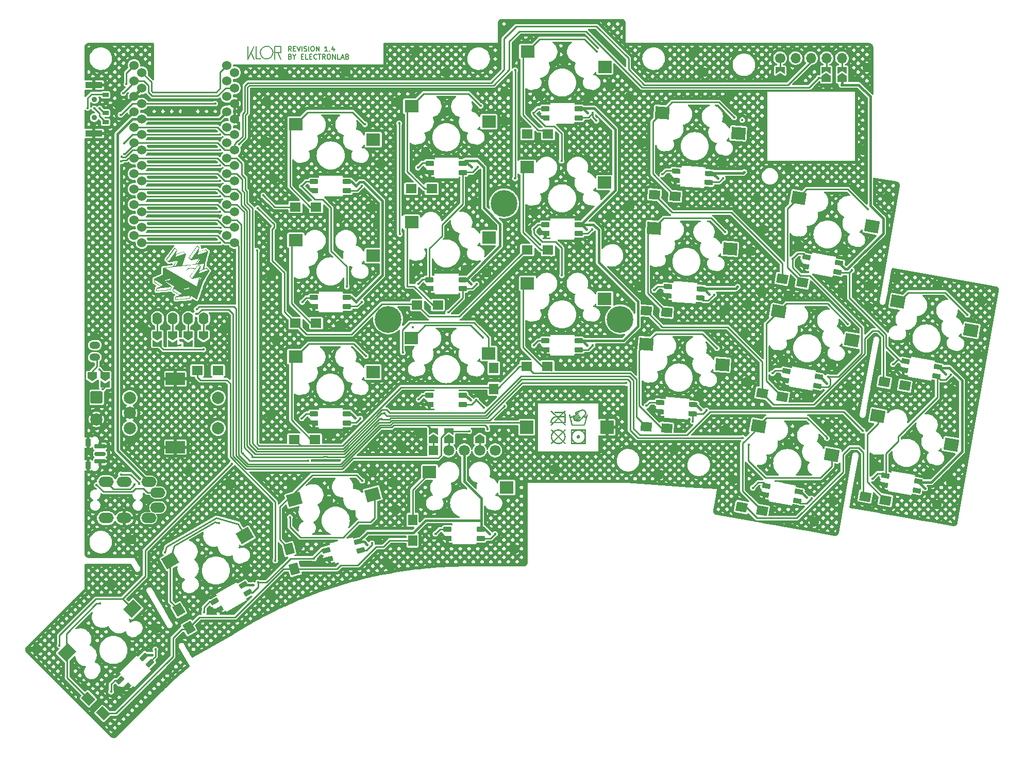
<source format=gtl>
G04 #@! TF.GenerationSoftware,KiCad,Pcbnew,7.0.11-7.0.11~ubuntu22.04.1*
G04 #@! TF.CreationDate,2024-07-26T08:26:57+02:00*
G04 #@! TF.ProjectId,klor1_4,6b6c6f72-315f-4342-9e6b-696361645f70,v1.4.0*
G04 #@! TF.SameCoordinates,Original*
G04 #@! TF.FileFunction,Copper,L1,Top*
G04 #@! TF.FilePolarity,Positive*
%FSLAX46Y46*%
G04 Gerber Fmt 4.6, Leading zero omitted, Abs format (unit mm)*
G04 Created by KiCad (PCBNEW 7.0.11-7.0.11~ubuntu22.04.1) date 2024-07-26 08:26:57*
%MOMM*%
%LPD*%
G01*
G04 APERTURE LIST*
G04 Aperture macros list*
%AMRoundRect*
0 Rectangle with rounded corners*
0 $1 Rounding radius*
0 $2 $3 $4 $5 $6 $7 $8 $9 X,Y pos of 4 corners*
0 Add a 4 corners polygon primitive as box body*
4,1,4,$2,$3,$4,$5,$6,$7,$8,$9,$2,$3,0*
0 Add four circle primitives for the rounded corners*
1,1,$1+$1,$2,$3*
1,1,$1+$1,$4,$5*
1,1,$1+$1,$6,$7*
1,1,$1+$1,$8,$9*
0 Add four rect primitives between the rounded corners*
20,1,$1+$1,$2,$3,$4,$5,0*
20,1,$1+$1,$4,$5,$6,$7,0*
20,1,$1+$1,$6,$7,$8,$9,0*
20,1,$1+$1,$8,$9,$2,$3,0*%
%AMRotRect*
0 Rectangle, with rotation*
0 The origin of the aperture is its center*
0 $1 length*
0 $2 width*
0 $3 Rotation angle, in degrees counterclockwise*
0 Add horizontal line*
21,1,$1,$2,0,0,$3*%
%AMFreePoly0*
4,1,6,1.000000,0.000000,0.500000,-0.750000,-0.500000,-0.750000,-0.500000,0.750000,0.500000,0.750000,1.000000,0.000000,1.000000,0.000000,$1*%
%AMFreePoly1*
4,1,6,0.500000,-0.750000,-0.650000,-0.750000,-0.150000,0.000000,-0.650000,0.750000,0.500000,0.750000,0.500000,-0.750000,0.500000,-0.750000,$1*%
%AMFreePoly2*
4,1,18,-0.410000,0.265000,0.000000,0.675000,0.328000,0.675000,0.359380,0.668758,0.385983,0.650983,0.403758,0.624380,0.410000,0.593000,0.410000,-0.593000,0.403758,-0.624380,0.385983,-0.650983,0.359380,-0.668758,0.328000,-0.675000,-0.328000,-0.675000,-0.359380,-0.668758,-0.385983,-0.650983,-0.403758,-0.624380,-0.410000,-0.593000,-0.410000,0.265000,-0.410000,0.265000,$1*%
G04 Aperture macros list end*
G04 #@! TA.AperFunction,NonConductor*
%ADD10C,0.000001*%
G04 #@! TD*
G04 #@! TA.AperFunction,NonConductor*
%ADD11C,0.150000*%
G04 #@! TD*
G04 #@! TA.AperFunction,NonConductor*
%ADD12C,0.000000*%
G04 #@! TD*
%ADD13C,0.150000*%
G04 #@! TA.AperFunction,SMDPad,CuDef*
%ADD14FreePoly0,270.000000*%
G04 #@! TD*
G04 #@! TA.AperFunction,SMDPad,CuDef*
%ADD15FreePoly1,270.000000*%
G04 #@! TD*
G04 #@! TA.AperFunction,SMDPad,CuDef*
%ADD16RoundRect,0.082000X0.651245X0.187383X0.187383X0.651245X-0.651245X-0.187383X-0.187383X-0.651245X0*%
G04 #@! TD*
G04 #@! TA.AperFunction,SMDPad,CuDef*
%ADD17FreePoly2,135.000000*%
G04 #@! TD*
G04 #@! TA.AperFunction,SMDPad,CuDef*
%ADD18RotRect,2.300000X2.000000X225.000000*%
G04 #@! TD*
G04 #@! TA.AperFunction,SMDPad,CuDef*
%ADD19RoundRect,0.082000X0.593000X-0.328000X0.593000X0.328000X-0.593000X0.328000X-0.593000X-0.328000X0*%
G04 #@! TD*
G04 #@! TA.AperFunction,SMDPad,CuDef*
%ADD20FreePoly2,90.000000*%
G04 #@! TD*
G04 #@! TA.AperFunction,SMDPad,CuDef*
%ADD21R,2.300000X2.000000*%
G04 #@! TD*
G04 #@! TA.AperFunction,SMDPad,CuDef*
%ADD22RoundRect,0.082000X0.568675X-0.368567X0.614436X0.285835X-0.568675X0.368567X-0.614436X-0.285835X0*%
G04 #@! TD*
G04 #@! TA.AperFunction,SMDPad,CuDef*
%ADD23FreePoly2,86.000000*%
G04 #@! TD*
G04 #@! TA.AperFunction,SMDPad,CuDef*
%ADD24RotRect,2.300000X2.000000X176.000000*%
G04 #@! TD*
G04 #@! TA.AperFunction,ComponentPad*
%ADD25RotRect,1.800000X1.500000X350.000000*%
G04 #@! TD*
G04 #@! TA.AperFunction,ComponentPad*
%ADD26R,1.800000X1.500000*%
G04 #@! TD*
G04 #@! TA.AperFunction,ComponentPad*
%ADD27RotRect,1.800000X1.500000X356.000000*%
G04 #@! TD*
G04 #@! TA.AperFunction,SMDPad,CuDef*
%ADD28RoundRect,0.082000X0.657687X-0.163344X0.487901X0.470303X-0.657687X0.163344X-0.487901X-0.470303X0*%
G04 #@! TD*
G04 #@! TA.AperFunction,SMDPad,CuDef*
%ADD29FreePoly2,105.000000*%
G04 #@! TD*
G04 #@! TA.AperFunction,SMDPad,CuDef*
%ADD30RotRect,2.300000X2.000000X195.000000*%
G04 #@! TD*
G04 #@! TA.AperFunction,SMDPad,CuDef*
%ADD31FreePoly0,90.000000*%
G04 #@! TD*
G04 #@! TA.AperFunction,SMDPad,CuDef*
%ADD32FreePoly1,90.000000*%
G04 #@! TD*
G04 #@! TA.AperFunction,SMDPad,CuDef*
%ADD33RoundRect,0.082000X0.527034X-0.425990X0.640948X0.220044X-0.527034X0.425990X-0.640948X-0.220044X0*%
G04 #@! TD*
G04 #@! TA.AperFunction,SMDPad,CuDef*
%ADD34FreePoly2,80.000000*%
G04 #@! TD*
G04 #@! TA.AperFunction,SMDPad,CuDef*
%ADD35RotRect,2.300000X2.000000X170.000000*%
G04 #@! TD*
G04 #@! TA.AperFunction,ComponentPad*
%ADD36RotRect,1.800000X1.500000X105.000000*%
G04 #@! TD*
G04 #@! TA.AperFunction,ComponentPad*
%ADD37R,2.200000X2.200000*%
G04 #@! TD*
G04 #@! TA.AperFunction,ComponentPad*
%ADD38C,2.000000*%
G04 #@! TD*
G04 #@! TA.AperFunction,ComponentPad*
%ADD39R,3.200000X2.000000*%
G04 #@! TD*
G04 #@! TA.AperFunction,ComponentPad*
%ADD40O,1.600000X2.000000*%
G04 #@! TD*
G04 #@! TA.AperFunction,ComponentPad*
%ADD41O,2.500000X1.700000*%
G04 #@! TD*
G04 #@! TA.AperFunction,ComponentPad*
%ADD42RotRect,1.800000X1.500000X120.000000*%
G04 #@! TD*
G04 #@! TA.AperFunction,ComponentPad*
%ADD43O,1.750000X1.200000*%
G04 #@! TD*
G04 #@! TA.AperFunction,ComponentPad*
%ADD44RoundRect,0.187500X-0.712500X0.187500X-0.712500X-0.187500X0.712500X-0.187500X0.712500X0.187500X0*%
G04 #@! TD*
G04 #@! TA.AperFunction,ComponentPad*
%ADD45RoundRect,0.150000X-0.750000X0.150000X-0.750000X-0.150000X0.750000X-0.150000X0.750000X0.150000X0*%
G04 #@! TD*
G04 #@! TA.AperFunction,ComponentPad*
%ADD46RoundRect,0.225000X-0.225000X0.425000X-0.225000X-0.425000X0.225000X-0.425000X0.225000X0.425000X0*%
G04 #@! TD*
G04 #@! TA.AperFunction,ComponentPad*
%ADD47C,4.400000*%
G04 #@! TD*
G04 #@! TA.AperFunction,SMDPad,CuDef*
%ADD48RoundRect,0.082000X0.677553X0.012444X0.349553X0.580556X-0.677553X-0.012444X-0.349553X-0.580556X0*%
G04 #@! TD*
G04 #@! TA.AperFunction,SMDPad,CuDef*
%ADD49FreePoly2,120.000000*%
G04 #@! TD*
G04 #@! TA.AperFunction,SMDPad,CuDef*
%ADD50RotRect,2.300000X2.000000X210.000000*%
G04 #@! TD*
G04 #@! TA.AperFunction,ComponentPad*
%ADD51RotRect,1.800000X1.500000X135.000000*%
G04 #@! TD*
G04 #@! TA.AperFunction,ComponentPad*
%ADD52R,1.500000X1.800000*%
G04 #@! TD*
G04 #@! TA.AperFunction,ComponentPad*
%ADD53RoundRect,0.142858X-0.857142X0.857142X-0.857142X-0.857142X0.857142X-0.857142X0.857142X0.857142X0*%
G04 #@! TD*
G04 #@! TA.AperFunction,WasherPad*
%ADD54C,0.900000*%
G04 #@! TD*
G04 #@! TA.AperFunction,SMDPad,CuDef*
%ADD55R,1.000000X0.700000*%
G04 #@! TD*
G04 #@! TA.AperFunction,SMDPad,CuDef*
%ADD56R,2.800000X1.000000*%
G04 #@! TD*
G04 #@! TA.AperFunction,ComponentPad*
%ADD57R,1.524000X1.524000*%
G04 #@! TD*
G04 #@! TA.AperFunction,ComponentPad*
%ADD58C,1.800000*%
G04 #@! TD*
G04 #@! TA.AperFunction,ComponentPad*
%ADD59C,1.524000*%
G04 #@! TD*
G04 #@! TA.AperFunction,ComponentPad*
%ADD60C,1.700000*%
G04 #@! TD*
G04 #@! TA.AperFunction,ComponentPad*
%ADD61O,1.700000X1.700000*%
G04 #@! TD*
G04 #@! TA.AperFunction,ViaPad*
%ADD62C,0.400000*%
G04 #@! TD*
G04 #@! TA.AperFunction,Conductor*
%ADD63C,0.381000*%
G04 #@! TD*
G04 #@! TA.AperFunction,Conductor*
%ADD64C,0.254000*%
G04 #@! TD*
G04 APERTURE END LIST*
D10*
X162918283Y-118993156D02*
X160573039Y-118993156D01*
X160573039Y-118351337D01*
X160700000Y-118351337D01*
X160700000Y-118862676D01*
X161211369Y-118862676D01*
X161170832Y-118840739D01*
X161131247Y-118817273D01*
X161092653Y-118792319D01*
X161055093Y-118765919D01*
X161018607Y-118738113D01*
X160983236Y-118708944D01*
X160949024Y-118678452D01*
X160916009Y-118646680D01*
X160884235Y-118613667D01*
X160853741Y-118579456D01*
X160824570Y-118544088D01*
X160796763Y-118507604D01*
X160770361Y-118470046D01*
X160745406Y-118431454D01*
X160721938Y-118391871D01*
X160700000Y-118351337D01*
X160573039Y-118351337D01*
X160573039Y-117818838D01*
X160700000Y-117818838D01*
X160701363Y-117872406D01*
X160705408Y-117925288D01*
X160712068Y-117977417D01*
X160721277Y-118028726D01*
X160732968Y-118079149D01*
X160747075Y-118128620D01*
X160763532Y-118177072D01*
X160782271Y-118224439D01*
X160803226Y-118270653D01*
X160826331Y-118315649D01*
X160851519Y-118359360D01*
X160878724Y-118401720D01*
X160907879Y-118442662D01*
X160938918Y-118482119D01*
X160971774Y-118520025D01*
X161006380Y-118556314D01*
X161042671Y-118590918D01*
X161080579Y-118623772D01*
X161120039Y-118654809D01*
X161160983Y-118683962D01*
X161203345Y-118711166D01*
X161247058Y-118736353D01*
X161292057Y-118759456D01*
X161338274Y-118780410D01*
X161385644Y-118799148D01*
X161434098Y-118815604D01*
X161483572Y-118829710D01*
X161533998Y-118841400D01*
X161585311Y-118850609D01*
X161637442Y-118857269D01*
X161690327Y-118861313D01*
X161743898Y-118862676D01*
X162276427Y-118862676D01*
X162787796Y-118862676D01*
X162787796Y-118351337D01*
X162765857Y-118391871D01*
X162742390Y-118431454D01*
X162717434Y-118470046D01*
X162691032Y-118507604D01*
X162663225Y-118544088D01*
X162634054Y-118579456D01*
X162603561Y-118613667D01*
X162571786Y-118646680D01*
X162538772Y-118678452D01*
X162504559Y-118708944D01*
X162469189Y-118738113D01*
X162432703Y-118765919D01*
X162395142Y-118792319D01*
X162356549Y-118817273D01*
X162316963Y-118840739D01*
X162276427Y-118862676D01*
X161743898Y-118862676D01*
X161797469Y-118861313D01*
X161850354Y-118857269D01*
X161902485Y-118850609D01*
X161953798Y-118841400D01*
X162004224Y-118829710D01*
X162053698Y-118815604D01*
X162102152Y-118799148D01*
X162149521Y-118780410D01*
X162195739Y-118759456D01*
X162240737Y-118736353D01*
X162284451Y-118711166D01*
X162326813Y-118683962D01*
X162367757Y-118654809D01*
X162407216Y-118623772D01*
X162445125Y-118590918D01*
X162481415Y-118556314D01*
X162516022Y-118520025D01*
X162548878Y-118482119D01*
X162579916Y-118442662D01*
X162609071Y-118401720D01*
X162636276Y-118359360D01*
X162661465Y-118315649D01*
X162684570Y-118270653D01*
X162705525Y-118224439D01*
X162724264Y-118177072D01*
X162740720Y-118128620D01*
X162754827Y-118079149D01*
X162766518Y-118028726D01*
X162775727Y-117977417D01*
X162782388Y-117925288D01*
X162786433Y-117872406D01*
X162787796Y-117818838D01*
X162786433Y-117765270D01*
X162782388Y-117712389D01*
X162775727Y-117660260D01*
X162766518Y-117608951D01*
X162754827Y-117558528D01*
X162740720Y-117509057D01*
X162724264Y-117460605D01*
X162705525Y-117413238D01*
X162684570Y-117367024D01*
X162661465Y-117322027D01*
X162636276Y-117278316D01*
X162609071Y-117235957D01*
X162579916Y-117195015D01*
X162548878Y-117155558D01*
X162516022Y-117117652D01*
X162481415Y-117081363D01*
X162445125Y-117046759D01*
X162407216Y-117013905D01*
X162367757Y-116982868D01*
X162326813Y-116953714D01*
X162284451Y-116926511D01*
X162240737Y-116901324D01*
X162195739Y-116878221D01*
X162149521Y-116857267D01*
X162102152Y-116838529D01*
X162053698Y-116822073D01*
X162004224Y-116807967D01*
X161953798Y-116796276D01*
X161902485Y-116787068D01*
X161850354Y-116780408D01*
X161797469Y-116776363D01*
X161743898Y-116775000D01*
X162276427Y-116775000D01*
X162316963Y-116796938D01*
X162356549Y-116820404D01*
X162395142Y-116845358D01*
X162432703Y-116871758D01*
X162469189Y-116899563D01*
X162504559Y-116928733D01*
X162538772Y-116959224D01*
X162571786Y-116990997D01*
X162603561Y-117024010D01*
X162634054Y-117058221D01*
X162663225Y-117093589D01*
X162691032Y-117130073D01*
X162717434Y-117167631D01*
X162742390Y-117206223D01*
X162765857Y-117245806D01*
X162787796Y-117286340D01*
X162787796Y-116775000D01*
X162276427Y-116775000D01*
X161743898Y-116775000D01*
X161690327Y-116776363D01*
X161637442Y-116780408D01*
X161585311Y-116787068D01*
X161533998Y-116796276D01*
X161483572Y-116807967D01*
X161434098Y-116822073D01*
X161385644Y-116838529D01*
X161338274Y-116857267D01*
X161292057Y-116878221D01*
X161247058Y-116901324D01*
X161203345Y-116926511D01*
X161160983Y-116953714D01*
X161120039Y-116982868D01*
X161080579Y-117013905D01*
X161042671Y-117046759D01*
X161006380Y-117081363D01*
X160971774Y-117117652D01*
X160938918Y-117155558D01*
X160907879Y-117195015D01*
X160878724Y-117235957D01*
X160851519Y-117278316D01*
X160826331Y-117322027D01*
X160803226Y-117367024D01*
X160782271Y-117413238D01*
X160763532Y-117460605D01*
X160747075Y-117509057D01*
X160732968Y-117558528D01*
X160721277Y-117608951D01*
X160712068Y-117660260D01*
X160705408Y-117712389D01*
X160701363Y-117765270D01*
X160700000Y-117818838D01*
X160573039Y-117818838D01*
X160573039Y-117286340D01*
X160700000Y-117286340D01*
X160721938Y-117245806D01*
X160745406Y-117206223D01*
X160770361Y-117167631D01*
X160796763Y-117130073D01*
X160824570Y-117093589D01*
X160853741Y-117058221D01*
X160884235Y-117024010D01*
X160916009Y-116990997D01*
X160949024Y-116959224D01*
X160983236Y-116928733D01*
X161018607Y-116899563D01*
X161055093Y-116871758D01*
X161092653Y-116845358D01*
X161131247Y-116820404D01*
X161170832Y-116796938D01*
X161211369Y-116775000D01*
X160700000Y-116775000D01*
X160700000Y-117286340D01*
X160573039Y-117286340D01*
X160573039Y-116648047D01*
X162918283Y-116648047D01*
X162918283Y-118993156D01*
G04 #@! TA.AperFunction,NonConductor*
G36*
X162918283Y-118993156D02*
G01*
X160573039Y-118993156D01*
X160573039Y-118351337D01*
X160700000Y-118351337D01*
X160700000Y-118862676D01*
X161211369Y-118862676D01*
X161170832Y-118840739D01*
X161131247Y-118817273D01*
X161092653Y-118792319D01*
X161055093Y-118765919D01*
X161018607Y-118738113D01*
X160983236Y-118708944D01*
X160949024Y-118678452D01*
X160916009Y-118646680D01*
X160884235Y-118613667D01*
X160853741Y-118579456D01*
X160824570Y-118544088D01*
X160796763Y-118507604D01*
X160770361Y-118470046D01*
X160745406Y-118431454D01*
X160721938Y-118391871D01*
X160700000Y-118351337D01*
X160573039Y-118351337D01*
X160573039Y-117818838D01*
X160700000Y-117818838D01*
X160701363Y-117872406D01*
X160705408Y-117925288D01*
X160712068Y-117977417D01*
X160721277Y-118028726D01*
X160732968Y-118079149D01*
X160747075Y-118128620D01*
X160763532Y-118177072D01*
X160782271Y-118224439D01*
X160803226Y-118270653D01*
X160826331Y-118315649D01*
X160851519Y-118359360D01*
X160878724Y-118401720D01*
X160907879Y-118442662D01*
X160938918Y-118482119D01*
X160971774Y-118520025D01*
X161006380Y-118556314D01*
X161042671Y-118590918D01*
X161080579Y-118623772D01*
X161120039Y-118654809D01*
X161160983Y-118683962D01*
X161203345Y-118711166D01*
X161247058Y-118736353D01*
X161292057Y-118759456D01*
X161338274Y-118780410D01*
X161385644Y-118799148D01*
X161434098Y-118815604D01*
X161483572Y-118829710D01*
X161533998Y-118841400D01*
X161585311Y-118850609D01*
X161637442Y-118857269D01*
X161690327Y-118861313D01*
X161743898Y-118862676D01*
X162276427Y-118862676D01*
X162787796Y-118862676D01*
X162787796Y-118351337D01*
X162765857Y-118391871D01*
X162742390Y-118431454D01*
X162717434Y-118470046D01*
X162691032Y-118507604D01*
X162663225Y-118544088D01*
X162634054Y-118579456D01*
X162603561Y-118613667D01*
X162571786Y-118646680D01*
X162538772Y-118678452D01*
X162504559Y-118708944D01*
X162469189Y-118738113D01*
X162432703Y-118765919D01*
X162395142Y-118792319D01*
X162356549Y-118817273D01*
X162316963Y-118840739D01*
X162276427Y-118862676D01*
X161743898Y-118862676D01*
X161797469Y-118861313D01*
X161850354Y-118857269D01*
X161902485Y-118850609D01*
X161953798Y-118841400D01*
X162004224Y-118829710D01*
X162053698Y-118815604D01*
X162102152Y-118799148D01*
X162149521Y-118780410D01*
X162195739Y-118759456D01*
X162240737Y-118736353D01*
X162284451Y-118711166D01*
X162326813Y-118683962D01*
X162367757Y-118654809D01*
X162407216Y-118623772D01*
X162445125Y-118590918D01*
X162481415Y-118556314D01*
X162516022Y-118520025D01*
X162548878Y-118482119D01*
X162579916Y-118442662D01*
X162609071Y-118401720D01*
X162636276Y-118359360D01*
X162661465Y-118315649D01*
X162684570Y-118270653D01*
X162705525Y-118224439D01*
X162724264Y-118177072D01*
X162740720Y-118128620D01*
X162754827Y-118079149D01*
X162766518Y-118028726D01*
X162775727Y-117977417D01*
X162782388Y-117925288D01*
X162786433Y-117872406D01*
X162787796Y-117818838D01*
X162786433Y-117765270D01*
X162782388Y-117712389D01*
X162775727Y-117660260D01*
X162766518Y-117608951D01*
X162754827Y-117558528D01*
X162740720Y-117509057D01*
X162724264Y-117460605D01*
X162705525Y-117413238D01*
X162684570Y-117367024D01*
X162661465Y-117322027D01*
X162636276Y-117278316D01*
X162609071Y-117235957D01*
X162579916Y-117195015D01*
X162548878Y-117155558D01*
X162516022Y-117117652D01*
X162481415Y-117081363D01*
X162445125Y-117046759D01*
X162407216Y-117013905D01*
X162367757Y-116982868D01*
X162326813Y-116953714D01*
X162284451Y-116926511D01*
X162240737Y-116901324D01*
X162195739Y-116878221D01*
X162149521Y-116857267D01*
X162102152Y-116838529D01*
X162053698Y-116822073D01*
X162004224Y-116807967D01*
X161953798Y-116796276D01*
X161902485Y-116787068D01*
X161850354Y-116780408D01*
X161797469Y-116776363D01*
X161743898Y-116775000D01*
X162276427Y-116775000D01*
X162316963Y-116796938D01*
X162356549Y-116820404D01*
X162395142Y-116845358D01*
X162432703Y-116871758D01*
X162469189Y-116899563D01*
X162504559Y-116928733D01*
X162538772Y-116959224D01*
X162571786Y-116990997D01*
X162603561Y-117024010D01*
X162634054Y-117058221D01*
X162663225Y-117093589D01*
X162691032Y-117130073D01*
X162717434Y-117167631D01*
X162742390Y-117206223D01*
X162765857Y-117245806D01*
X162787796Y-117286340D01*
X162787796Y-116775000D01*
X162276427Y-116775000D01*
X161743898Y-116775000D01*
X161690327Y-116776363D01*
X161637442Y-116780408D01*
X161585311Y-116787068D01*
X161533998Y-116796276D01*
X161483572Y-116807967D01*
X161434098Y-116822073D01*
X161385644Y-116838529D01*
X161338274Y-116857267D01*
X161292057Y-116878221D01*
X161247058Y-116901324D01*
X161203345Y-116926511D01*
X161160983Y-116953714D01*
X161120039Y-116982868D01*
X161080579Y-117013905D01*
X161042671Y-117046759D01*
X161006380Y-117081363D01*
X160971774Y-117117652D01*
X160938918Y-117155558D01*
X160907879Y-117195015D01*
X160878724Y-117235957D01*
X160851519Y-117278316D01*
X160826331Y-117322027D01*
X160803226Y-117367024D01*
X160782271Y-117413238D01*
X160763532Y-117460605D01*
X160747075Y-117509057D01*
X160732968Y-117558528D01*
X160721277Y-117608951D01*
X160712068Y-117660260D01*
X160705408Y-117712389D01*
X160701363Y-117765270D01*
X160700000Y-117818838D01*
X160573039Y-117818838D01*
X160573039Y-117286340D01*
X160700000Y-117286340D01*
X160721938Y-117245806D01*
X160745406Y-117206223D01*
X160770361Y-117167631D01*
X160796763Y-117130073D01*
X160824570Y-117093589D01*
X160853741Y-117058221D01*
X160884235Y-117024010D01*
X160916009Y-116990997D01*
X160949024Y-116959224D01*
X160983236Y-116928733D01*
X161018607Y-116899563D01*
X161055093Y-116871758D01*
X161092653Y-116845358D01*
X161131247Y-116820404D01*
X161170832Y-116796938D01*
X161211369Y-116775000D01*
X160700000Y-116775000D01*
X160700000Y-117286340D01*
X160573039Y-117286340D01*
X160573039Y-116648047D01*
X162918283Y-116648047D01*
X162918283Y-118993156D01*
G37*
G04 #@! TD.AperFunction*
D11*
X111876932Y-55792103D02*
X111876932Y-54764034D01*
D12*
G04 #@! TA.AperFunction,NonConductor*
G36*
X99559085Y-86763858D02*
G01*
X98159969Y-88835546D01*
X97706473Y-88407979D01*
X97714618Y-88396866D01*
X97827123Y-88396866D01*
X98144623Y-88696375D01*
X99440023Y-86778146D01*
X99183906Y-86545841D01*
X97827123Y-88396866D01*
X97714618Y-88396866D01*
X99170148Y-86410904D01*
X99559085Y-86763858D01*
G37*
G04 #@! TD.AperFunction*
D11*
X107456236Y-55792103D02*
X108484305Y-53701697D01*
D10*
X161756046Y-117586388D02*
X161768016Y-117587271D01*
X161779793Y-117588726D01*
X161791363Y-117590740D01*
X161802715Y-117593299D01*
X161813833Y-117596389D01*
X161824705Y-117599997D01*
X161835316Y-117604109D01*
X161845654Y-117608712D01*
X161855704Y-117613792D01*
X161865453Y-117619336D01*
X161874888Y-117625330D01*
X161883995Y-117631760D01*
X161892760Y-117638613D01*
X161901170Y-117645876D01*
X161909211Y-117653535D01*
X161916870Y-117661576D01*
X161924133Y-117669985D01*
X161930987Y-117678750D01*
X161937418Y-117687856D01*
X161943412Y-117697290D01*
X161948956Y-117707039D01*
X161954036Y-117717088D01*
X161958640Y-117727425D01*
X161962752Y-117738036D01*
X161966360Y-117748907D01*
X161969451Y-117760025D01*
X161972009Y-117771376D01*
X161974023Y-117782946D01*
X161975478Y-117794722D01*
X161976362Y-117806691D01*
X161976659Y-117818838D01*
X161976362Y-117830986D01*
X161975478Y-117842955D01*
X161974023Y-117854731D01*
X161972009Y-117866301D01*
X161969451Y-117877652D01*
X161966360Y-117888770D01*
X161962752Y-117899641D01*
X161958640Y-117910251D01*
X161954036Y-117920588D01*
X161948956Y-117930638D01*
X161943412Y-117940387D01*
X161937418Y-117949821D01*
X161930987Y-117958927D01*
X161924133Y-117967692D01*
X161916870Y-117976101D01*
X161909211Y-117984142D01*
X161901170Y-117991801D01*
X161892760Y-117999063D01*
X161883995Y-118005917D01*
X161874888Y-118012347D01*
X161865453Y-118018341D01*
X161855704Y-118023885D01*
X161845654Y-118028965D01*
X161835316Y-118033568D01*
X161824705Y-118037680D01*
X161813833Y-118041288D01*
X161802715Y-118044378D01*
X161791363Y-118046937D01*
X161779793Y-118048950D01*
X161768016Y-118050406D01*
X161756046Y-118051289D01*
X161743898Y-118051586D01*
X161731750Y-118051289D01*
X161719780Y-118050406D01*
X161708003Y-118048950D01*
X161696432Y-118046937D01*
X161685081Y-118044378D01*
X161673963Y-118041288D01*
X161663091Y-118037680D01*
X161652480Y-118033568D01*
X161642142Y-118028965D01*
X161632092Y-118023885D01*
X161622343Y-118018341D01*
X161612908Y-118012347D01*
X161603801Y-118005917D01*
X161595036Y-117999063D01*
X161586626Y-117991801D01*
X161578585Y-117984142D01*
X161570926Y-117976101D01*
X161563663Y-117967692D01*
X161556809Y-117958927D01*
X161550378Y-117949821D01*
X161544384Y-117940387D01*
X161538840Y-117930638D01*
X161533759Y-117920588D01*
X161529156Y-117910251D01*
X161525044Y-117899641D01*
X161521436Y-117888770D01*
X161518345Y-117877652D01*
X161515787Y-117866301D01*
X161513773Y-117854731D01*
X161512318Y-117842955D01*
X161511434Y-117830986D01*
X161511137Y-117818838D01*
X161511434Y-117807001D01*
X161512318Y-117795303D01*
X161513773Y-117783760D01*
X161515787Y-117772388D01*
X161518345Y-117761202D01*
X161521436Y-117750217D01*
X161525044Y-117739449D01*
X161529156Y-117728913D01*
X161533759Y-117718626D01*
X161538840Y-117708602D01*
X161544384Y-117698856D01*
X161550378Y-117689406D01*
X161556809Y-117680265D01*
X161563663Y-117671450D01*
X161570926Y-117662975D01*
X161578585Y-117654857D01*
X161586626Y-117647111D01*
X161595036Y-117639753D01*
X161603801Y-117632797D01*
X161612908Y-117626260D01*
X161622343Y-117620156D01*
X161632092Y-117614502D01*
X161642142Y-117609313D01*
X161652480Y-117604605D01*
X161663091Y-117600392D01*
X161673963Y-117596691D01*
X161685081Y-117593517D01*
X161696432Y-117590885D01*
X161708003Y-117588811D01*
X161719780Y-117587310D01*
X161731750Y-117586398D01*
X161743898Y-117586091D01*
X161756046Y-117586388D01*
G04 #@! TA.AperFunction,NonConductor*
G36*
X161756046Y-117586388D02*
G01*
X161768016Y-117587271D01*
X161779793Y-117588726D01*
X161791363Y-117590740D01*
X161802715Y-117593299D01*
X161813833Y-117596389D01*
X161824705Y-117599997D01*
X161835316Y-117604109D01*
X161845654Y-117608712D01*
X161855704Y-117613792D01*
X161865453Y-117619336D01*
X161874888Y-117625330D01*
X161883995Y-117631760D01*
X161892760Y-117638613D01*
X161901170Y-117645876D01*
X161909211Y-117653535D01*
X161916870Y-117661576D01*
X161924133Y-117669985D01*
X161930987Y-117678750D01*
X161937418Y-117687856D01*
X161943412Y-117697290D01*
X161948956Y-117707039D01*
X161954036Y-117717088D01*
X161958640Y-117727425D01*
X161962752Y-117738036D01*
X161966360Y-117748907D01*
X161969451Y-117760025D01*
X161972009Y-117771376D01*
X161974023Y-117782946D01*
X161975478Y-117794722D01*
X161976362Y-117806691D01*
X161976659Y-117818838D01*
X161976362Y-117830986D01*
X161975478Y-117842955D01*
X161974023Y-117854731D01*
X161972009Y-117866301D01*
X161969451Y-117877652D01*
X161966360Y-117888770D01*
X161962752Y-117899641D01*
X161958640Y-117910251D01*
X161954036Y-117920588D01*
X161948956Y-117930638D01*
X161943412Y-117940387D01*
X161937418Y-117949821D01*
X161930987Y-117958927D01*
X161924133Y-117967692D01*
X161916870Y-117976101D01*
X161909211Y-117984142D01*
X161901170Y-117991801D01*
X161892760Y-117999063D01*
X161883995Y-118005917D01*
X161874888Y-118012347D01*
X161865453Y-118018341D01*
X161855704Y-118023885D01*
X161845654Y-118028965D01*
X161835316Y-118033568D01*
X161824705Y-118037680D01*
X161813833Y-118041288D01*
X161802715Y-118044378D01*
X161791363Y-118046937D01*
X161779793Y-118048950D01*
X161768016Y-118050406D01*
X161756046Y-118051289D01*
X161743898Y-118051586D01*
X161731750Y-118051289D01*
X161719780Y-118050406D01*
X161708003Y-118048950D01*
X161696432Y-118046937D01*
X161685081Y-118044378D01*
X161673963Y-118041288D01*
X161663091Y-118037680D01*
X161652480Y-118033568D01*
X161642142Y-118028965D01*
X161632092Y-118023885D01*
X161622343Y-118018341D01*
X161612908Y-118012347D01*
X161603801Y-118005917D01*
X161595036Y-117999063D01*
X161586626Y-117991801D01*
X161578585Y-117984142D01*
X161570926Y-117976101D01*
X161563663Y-117967692D01*
X161556809Y-117958927D01*
X161550378Y-117949821D01*
X161544384Y-117940387D01*
X161538840Y-117930638D01*
X161533759Y-117920588D01*
X161529156Y-117910251D01*
X161525044Y-117899641D01*
X161521436Y-117888770D01*
X161518345Y-117877652D01*
X161515787Y-117866301D01*
X161513773Y-117854731D01*
X161512318Y-117842955D01*
X161511434Y-117830986D01*
X161511137Y-117818838D01*
X161511434Y-117807001D01*
X161512318Y-117795303D01*
X161513773Y-117783760D01*
X161515787Y-117772388D01*
X161518345Y-117761202D01*
X161521436Y-117750217D01*
X161525044Y-117739449D01*
X161529156Y-117728913D01*
X161533759Y-117718626D01*
X161538840Y-117708602D01*
X161544384Y-117698856D01*
X161550378Y-117689406D01*
X161556809Y-117680265D01*
X161563663Y-117671450D01*
X161570926Y-117662975D01*
X161578585Y-117654857D01*
X161586626Y-117647111D01*
X161595036Y-117639753D01*
X161603801Y-117632797D01*
X161612908Y-117626260D01*
X161622343Y-117620156D01*
X161632092Y-117614502D01*
X161642142Y-117609313D01*
X161652480Y-117604605D01*
X161663091Y-117600392D01*
X161673963Y-117596691D01*
X161685081Y-117593517D01*
X161696432Y-117590885D01*
X161708003Y-117588811D01*
X161719780Y-117587310D01*
X161731750Y-117586398D01*
X161743898Y-117586091D01*
X161756046Y-117586388D01*
G37*
G04 #@! TD.AperFunction*
D12*
G04 #@! TA.AperFunction,NonConductor*
G36*
X96666235Y-96227184D02*
G01*
X96665706Y-96227712D01*
X96665706Y-96227018D01*
X96666235Y-96227184D01*
G37*
G04 #@! TD.AperFunction*
D11*
X107456236Y-53701697D02*
X107456236Y-55792103D01*
X112905000Y-53735966D02*
X112905000Y-54764034D01*
X112905000Y-54764034D02*
X111911201Y-54764034D01*
D10*
X159638469Y-113636433D02*
X159440975Y-113833916D01*
X159461011Y-113849033D01*
X159480092Y-113865255D01*
X159498170Y-113882531D01*
X159515200Y-113900809D01*
X159531135Y-113920038D01*
X159545928Y-113940165D01*
X159559533Y-113961140D01*
X159571903Y-113982910D01*
X159582992Y-114005424D01*
X159592753Y-114028630D01*
X159601140Y-114052477D01*
X159608106Y-114076913D01*
X159613606Y-114101886D01*
X159617591Y-114127344D01*
X159620017Y-114153237D01*
X159620835Y-114179511D01*
X159620835Y-115554838D01*
X159338701Y-115554838D01*
X159641995Y-115858116D01*
X159550302Y-115949804D01*
X159155313Y-115554838D01*
X158411183Y-115554838D01*
X158411183Y-115424359D01*
X159024826Y-115424359D01*
X158435870Y-114835437D01*
X157846914Y-115424359D01*
X158404130Y-115424359D01*
X158404130Y-115554838D01*
X157716427Y-115554838D01*
X157321439Y-115949804D01*
X157229745Y-115858116D01*
X157533040Y-115554838D01*
X157173318Y-115554838D01*
X157173318Y-115491362D01*
X157174436Y-115442698D01*
X157175459Y-115427885D01*
X157303805Y-115427885D01*
X157660000Y-115427885D01*
X158340650Y-114747275D01*
X158337123Y-114743748D01*
X158531090Y-114743748D01*
X159208213Y-115424359D01*
X159490348Y-115424359D01*
X159490348Y-114574477D01*
X158700372Y-114574477D01*
X158531090Y-114743748D01*
X158337123Y-114743748D01*
X158171369Y-114578003D01*
X158128323Y-114580992D01*
X158085840Y-114585959D01*
X158043967Y-114592858D01*
X158002749Y-114601642D01*
X157962235Y-114612265D01*
X157922469Y-114624681D01*
X157883499Y-114638843D01*
X157845371Y-114654704D01*
X157808132Y-114672219D01*
X157771828Y-114691340D01*
X157736505Y-114712021D01*
X157702210Y-114734216D01*
X157668990Y-114757877D01*
X157636891Y-114782960D01*
X157605959Y-114809416D01*
X157576241Y-114837200D01*
X157547784Y-114866265D01*
X157520634Y-114896565D01*
X157494838Y-114928052D01*
X157470441Y-114960682D01*
X157447491Y-114994406D01*
X157426034Y-115029179D01*
X157406116Y-115064955D01*
X157387784Y-115101686D01*
X157371085Y-115139326D01*
X157356065Y-115177829D01*
X157342770Y-115217148D01*
X157331247Y-115257237D01*
X157321543Y-115298049D01*
X157313703Y-115339537D01*
X157307775Y-115381656D01*
X157303805Y-115424359D01*
X157303805Y-115427885D01*
X157175459Y-115427885D01*
X157177756Y-115394601D01*
X157183230Y-115347118D01*
X157190807Y-115300298D01*
X157200437Y-115254192D01*
X157212071Y-115208847D01*
X157225659Y-115164314D01*
X157241152Y-115120641D01*
X157258499Y-115077877D01*
X157277650Y-115036071D01*
X157298558Y-114995272D01*
X157321170Y-114955530D01*
X157345438Y-114916893D01*
X157371312Y-114879411D01*
X157398743Y-114843132D01*
X157427680Y-114808106D01*
X157458074Y-114774382D01*
X157489875Y-114742009D01*
X157523033Y-114711036D01*
X157557499Y-114681511D01*
X157593223Y-114653485D01*
X157630155Y-114627006D01*
X157668246Y-114602123D01*
X157707445Y-114578885D01*
X157715682Y-114574477D01*
X158354756Y-114574477D01*
X158435870Y-114655586D01*
X158516984Y-114574477D01*
X158354756Y-114574477D01*
X157715682Y-114574477D01*
X157747703Y-114557342D01*
X157788971Y-114537542D01*
X157831198Y-114519535D01*
X157874336Y-114503369D01*
X157918333Y-114489094D01*
X157963141Y-114476758D01*
X158008709Y-114466412D01*
X158054988Y-114458103D01*
X158044363Y-114447524D01*
X158827332Y-114447524D01*
X159486821Y-114447524D01*
X159486821Y-114183038D01*
X159486657Y-114172841D01*
X159486167Y-114162752D01*
X159485357Y-114152774D01*
X159484231Y-114142910D01*
X159482796Y-114133166D01*
X159481056Y-114123544D01*
X159479016Y-114114049D01*
X159476682Y-114104684D01*
X159474059Y-114095453D01*
X159471151Y-114086361D01*
X159467964Y-114077411D01*
X159464504Y-114068606D01*
X159460775Y-114059952D01*
X159456782Y-114051451D01*
X159452532Y-114043108D01*
X159448028Y-114034926D01*
X159443276Y-114026909D01*
X159438281Y-114019062D01*
X159433049Y-114011387D01*
X159427584Y-114003890D01*
X159415978Y-113989441D01*
X159403503Y-113975747D01*
X159390203Y-113962838D01*
X159376116Y-113950745D01*
X159361287Y-113939499D01*
X159345754Y-113929131D01*
X158827332Y-114447524D01*
X158044363Y-114447524D01*
X157229745Y-113636433D01*
X157321439Y-113544745D01*
X158224269Y-114443997D01*
X158643944Y-114443997D01*
X159204687Y-113883287D01*
X157903341Y-113883287D01*
X157903341Y-113752807D01*
X159190580Y-113752807D01*
X159199135Y-113752890D01*
X159207608Y-113753138D01*
X159215997Y-113753551D01*
X159224304Y-113754130D01*
X159232528Y-113754874D01*
X159240670Y-113755783D01*
X159248729Y-113756857D01*
X159256705Y-113758097D01*
X159264599Y-113759502D01*
X159272410Y-113761072D01*
X159280139Y-113762808D01*
X159287784Y-113764709D01*
X159295347Y-113766775D01*
X159302828Y-113769007D01*
X159310226Y-113771404D01*
X159317541Y-113773966D01*
X159546775Y-113544745D01*
X159638469Y-113636433D01*
G04 #@! TA.AperFunction,NonConductor*
G36*
X159638469Y-113636433D02*
G01*
X159440975Y-113833916D01*
X159461011Y-113849033D01*
X159480092Y-113865255D01*
X159498170Y-113882531D01*
X159515200Y-113900809D01*
X159531135Y-113920038D01*
X159545928Y-113940165D01*
X159559533Y-113961140D01*
X159571903Y-113982910D01*
X159582992Y-114005424D01*
X159592753Y-114028630D01*
X159601140Y-114052477D01*
X159608106Y-114076913D01*
X159613606Y-114101886D01*
X159617591Y-114127344D01*
X159620017Y-114153237D01*
X159620835Y-114179511D01*
X159620835Y-115554838D01*
X159338701Y-115554838D01*
X159641995Y-115858116D01*
X159550302Y-115949804D01*
X159155313Y-115554838D01*
X158411183Y-115554838D01*
X158411183Y-115424359D01*
X159024826Y-115424359D01*
X158435870Y-114835437D01*
X157846914Y-115424359D01*
X158404130Y-115424359D01*
X158404130Y-115554838D01*
X157716427Y-115554838D01*
X157321439Y-115949804D01*
X157229745Y-115858116D01*
X157533040Y-115554838D01*
X157173318Y-115554838D01*
X157173318Y-115491362D01*
X157174436Y-115442698D01*
X157175459Y-115427885D01*
X157303805Y-115427885D01*
X157660000Y-115427885D01*
X158340650Y-114747275D01*
X158337123Y-114743748D01*
X158531090Y-114743748D01*
X159208213Y-115424359D01*
X159490348Y-115424359D01*
X159490348Y-114574477D01*
X158700372Y-114574477D01*
X158531090Y-114743748D01*
X158337123Y-114743748D01*
X158171369Y-114578003D01*
X158128323Y-114580992D01*
X158085840Y-114585959D01*
X158043967Y-114592858D01*
X158002749Y-114601642D01*
X157962235Y-114612265D01*
X157922469Y-114624681D01*
X157883499Y-114638843D01*
X157845371Y-114654704D01*
X157808132Y-114672219D01*
X157771828Y-114691340D01*
X157736505Y-114712021D01*
X157702210Y-114734216D01*
X157668990Y-114757877D01*
X157636891Y-114782960D01*
X157605959Y-114809416D01*
X157576241Y-114837200D01*
X157547784Y-114866265D01*
X157520634Y-114896565D01*
X157494838Y-114928052D01*
X157470441Y-114960682D01*
X157447491Y-114994406D01*
X157426034Y-115029179D01*
X157406116Y-115064955D01*
X157387784Y-115101686D01*
X157371085Y-115139326D01*
X157356065Y-115177829D01*
X157342770Y-115217148D01*
X157331247Y-115257237D01*
X157321543Y-115298049D01*
X157313703Y-115339537D01*
X157307775Y-115381656D01*
X157303805Y-115424359D01*
X157303805Y-115427885D01*
X157175459Y-115427885D01*
X157177756Y-115394601D01*
X157183230Y-115347118D01*
X157190807Y-115300298D01*
X157200437Y-115254192D01*
X157212071Y-115208847D01*
X157225659Y-115164314D01*
X157241152Y-115120641D01*
X157258499Y-115077877D01*
X157277650Y-115036071D01*
X157298558Y-114995272D01*
X157321170Y-114955530D01*
X157345438Y-114916893D01*
X157371312Y-114879411D01*
X157398743Y-114843132D01*
X157427680Y-114808106D01*
X157458074Y-114774382D01*
X157489875Y-114742009D01*
X157523033Y-114711036D01*
X157557499Y-114681511D01*
X157593223Y-114653485D01*
X157630155Y-114627006D01*
X157668246Y-114602123D01*
X157707445Y-114578885D01*
X157715682Y-114574477D01*
X158354756Y-114574477D01*
X158435870Y-114655586D01*
X158516984Y-114574477D01*
X158354756Y-114574477D01*
X157715682Y-114574477D01*
X157747703Y-114557342D01*
X157788971Y-114537542D01*
X157831198Y-114519535D01*
X157874336Y-114503369D01*
X157918333Y-114489094D01*
X157963141Y-114476758D01*
X158008709Y-114466412D01*
X158054988Y-114458103D01*
X158044363Y-114447524D01*
X158827332Y-114447524D01*
X159486821Y-114447524D01*
X159486821Y-114183038D01*
X159486657Y-114172841D01*
X159486167Y-114162752D01*
X159485357Y-114152774D01*
X159484231Y-114142910D01*
X159482796Y-114133166D01*
X159481056Y-114123544D01*
X159479016Y-114114049D01*
X159476682Y-114104684D01*
X159474059Y-114095453D01*
X159471151Y-114086361D01*
X159467964Y-114077411D01*
X159464504Y-114068606D01*
X159460775Y-114059952D01*
X159456782Y-114051451D01*
X159452532Y-114043108D01*
X159448028Y-114034926D01*
X159443276Y-114026909D01*
X159438281Y-114019062D01*
X159433049Y-114011387D01*
X159427584Y-114003890D01*
X159415978Y-113989441D01*
X159403503Y-113975747D01*
X159390203Y-113962838D01*
X159376116Y-113950745D01*
X159361287Y-113939499D01*
X159345754Y-113929131D01*
X158827332Y-114447524D01*
X158044363Y-114447524D01*
X157229745Y-113636433D01*
X157321439Y-113544745D01*
X158224269Y-114443997D01*
X158643944Y-114443997D01*
X159204687Y-113883287D01*
X157903341Y-113883287D01*
X157903341Y-113752807D01*
X159190580Y-113752807D01*
X159199135Y-113752890D01*
X159207608Y-113753138D01*
X159215997Y-113753551D01*
X159224304Y-113754130D01*
X159232528Y-113754874D01*
X159240670Y-113755783D01*
X159248729Y-113756857D01*
X159256705Y-113758097D01*
X159264599Y-113759502D01*
X159272410Y-113761072D01*
X159280139Y-113762808D01*
X159287784Y-113764709D01*
X159295347Y-113766775D01*
X159302828Y-113769007D01*
X159310226Y-113771404D01*
X159317541Y-113773966D01*
X159546775Y-113544745D01*
X159638469Y-113636433D01*
G37*
G04 #@! TD.AperFunction*
X162438565Y-113359687D02*
X162445665Y-113359935D01*
X162460805Y-113360927D01*
X162478094Y-113362580D01*
X162498607Y-113364894D01*
X162520291Y-113367940D01*
X162541693Y-113371777D01*
X162562798Y-113376391D01*
X162583592Y-113381769D01*
X162604060Y-113387896D01*
X162624188Y-113394758D01*
X162643962Y-113402340D01*
X162663369Y-113410628D01*
X162682393Y-113419609D01*
X162701021Y-113429268D01*
X162737030Y-113450563D01*
X162771282Y-113474399D01*
X162803665Y-113500664D01*
X162834064Y-113529242D01*
X162862365Y-113560022D01*
X162888455Y-113592888D01*
X162912221Y-113627727D01*
X162933548Y-113664426D01*
X162952323Y-113702872D01*
X162968432Y-113742949D01*
X162975452Y-113763565D01*
X162981762Y-113784545D01*
X162986419Y-113799588D01*
X162988303Y-113806676D01*
X162989918Y-113813639D01*
X162991285Y-113820602D01*
X162992425Y-113827690D01*
X162993359Y-113835025D01*
X162994106Y-113842732D01*
X162995125Y-113859759D01*
X162995649Y-113879760D01*
X162995869Y-113932658D01*
X162995690Y-113962460D01*
X162995451Y-113975159D01*
X162995098Y-113986602D01*
X162994621Y-113996950D01*
X162994010Y-114006362D01*
X162993254Y-114015000D01*
X162992343Y-114023024D01*
X162991267Y-114030592D01*
X162990015Y-114037867D01*
X162988577Y-114045007D01*
X162986943Y-114052172D01*
X162983044Y-114067222D01*
X162978236Y-114084296D01*
X162971564Y-114105445D01*
X162964695Y-114125374D01*
X162957516Y-114144271D01*
X162949913Y-114162320D01*
X162941773Y-114179708D01*
X162932982Y-114196620D01*
X162923427Y-114213244D01*
X162912993Y-114229764D01*
X162901567Y-114246366D01*
X162889036Y-114263238D01*
X162875286Y-114280563D01*
X162860203Y-114298530D01*
X162843673Y-114317323D01*
X162825584Y-114337128D01*
X162784269Y-114380521D01*
X162752254Y-114415124D01*
X162726520Y-114443116D01*
X162703156Y-114468683D01*
X162707175Y-114472302D01*
X162712496Y-114476479D01*
X162718933Y-114481111D01*
X162726299Y-114486095D01*
X162743079Y-114496702D01*
X162761346Y-114507474D01*
X162779613Y-114517585D01*
X162796392Y-114526208D01*
X162803759Y-114529704D01*
X162810196Y-114532517D01*
X162815517Y-114534546D01*
X162819536Y-114535686D01*
X162825103Y-114536925D01*
X162831177Y-114538000D01*
X162837684Y-114538909D01*
X162844553Y-114539653D01*
X162851712Y-114540232D01*
X162859087Y-114540645D01*
X162866607Y-114540893D01*
X162874199Y-114540975D01*
X162881792Y-114540893D01*
X162889312Y-114540645D01*
X162896687Y-114540232D01*
X162903846Y-114539653D01*
X162910715Y-114538909D01*
X162917222Y-114538000D01*
X162923295Y-114536925D01*
X162928863Y-114535686D01*
X162933081Y-114534387D01*
X162938967Y-114531911D01*
X162946290Y-114528402D01*
X162954817Y-114524004D01*
X162974551Y-114513122D01*
X162996311Y-114500421D01*
X163018235Y-114487059D01*
X163038465Y-114474193D01*
X163055141Y-114462980D01*
X163061565Y-114458355D01*
X163066403Y-114454577D01*
X163067187Y-114453968D01*
X163068208Y-114452187D01*
X163070922Y-114445375D01*
X163074462Y-114434678D01*
X163078747Y-114420634D01*
X163101670Y-114341729D01*
X163114675Y-114298089D01*
X163126357Y-114259739D01*
X163135394Y-114230645D01*
X163140464Y-114214776D01*
X163142570Y-114210933D01*
X163144914Y-114207337D01*
X163147485Y-114203990D01*
X163150273Y-114200891D01*
X163153267Y-114198039D01*
X163156458Y-114195436D01*
X163159835Y-114193080D01*
X163163387Y-114190972D01*
X163167105Y-114189113D01*
X163170978Y-114187501D01*
X163174995Y-114186137D01*
X163179147Y-114185021D01*
X163183423Y-114184154D01*
X163187812Y-114183534D01*
X163192305Y-114183162D01*
X163194805Y-114183094D01*
X163195707Y-114183129D01*
X163198104Y-114183400D01*
X163200547Y-114183843D01*
X163203027Y-114184450D01*
X163205535Y-114185214D01*
X163208063Y-114186129D01*
X163210602Y-114187188D01*
X163213145Y-114188383D01*
X163215683Y-114189706D01*
X163218207Y-114191152D01*
X163223181Y-114194382D01*
X163228000Y-114198014D01*
X163232597Y-114201993D01*
X163236905Y-114206260D01*
X163240856Y-114210761D01*
X163242677Y-114213080D01*
X163244383Y-114215436D01*
X163245967Y-114217822D01*
X163247420Y-114220231D01*
X163248734Y-114222655D01*
X163249899Y-114225088D01*
X163250908Y-114227522D01*
X163251753Y-114229950D01*
X163252424Y-114232365D01*
X163252914Y-114234760D01*
X163253215Y-114237128D01*
X163253316Y-114239461D01*
X163235904Y-114312911D01*
X163188073Y-114499098D01*
X163027609Y-115099922D01*
X162801901Y-115946278D01*
X160685892Y-115946278D01*
X160675312Y-115911013D01*
X160416983Y-114954455D01*
X160334414Y-114641480D01*
X160467239Y-114641480D01*
X160469278Y-114653478D01*
X160477599Y-114687875D01*
X160510441Y-114814278D01*
X160622413Y-115230402D01*
X160781113Y-115819324D01*
X162703155Y-115819324D01*
X162861856Y-115233929D01*
X162865383Y-115230402D01*
X162927376Y-115003495D01*
X162977796Y-114816922D01*
X163011686Y-114689859D01*
X163024084Y-114641480D01*
X163024033Y-114641170D01*
X163023882Y-114640900D01*
X163023634Y-114640671D01*
X163023292Y-114640481D01*
X163022341Y-114640217D01*
X163021053Y-114640102D01*
X163019456Y-114640132D01*
X163017575Y-114640302D01*
X163015435Y-114640606D01*
X163013063Y-114641039D01*
X163010484Y-114641596D01*
X163007725Y-114642272D01*
X163001767Y-114643959D01*
X162995395Y-114646060D01*
X162992119Y-114647253D01*
X162988817Y-114648533D01*
X162983600Y-114651016D01*
X162978485Y-114653189D01*
X162973412Y-114655073D01*
X162968318Y-114656688D01*
X162963142Y-114658055D01*
X162957821Y-114659195D01*
X162952293Y-114660128D01*
X162946497Y-114660875D01*
X162940370Y-114661457D01*
X162933851Y-114661895D01*
X162919386Y-114662418D01*
X162902607Y-114662611D01*
X162883017Y-114662639D01*
X162867120Y-114663088D01*
X162852386Y-114663093D01*
X162838654Y-114662623D01*
X162825764Y-114661647D01*
X162813555Y-114660133D01*
X162801869Y-114658052D01*
X162790544Y-114655370D01*
X162779421Y-114652059D01*
X162768339Y-114648087D01*
X162757138Y-114643422D01*
X162745658Y-114638034D01*
X162733739Y-114631892D01*
X162721221Y-114624965D01*
X162707943Y-114617221D01*
X162678469Y-114599162D01*
X162666629Y-114591420D01*
X162655160Y-114584174D01*
X162644435Y-114577590D01*
X162634827Y-114571832D01*
X162626705Y-114567066D01*
X162620444Y-114563456D01*
X162614989Y-114560371D01*
X162512274Y-114661316D01*
X162269374Y-114902439D01*
X162185333Y-114986159D01*
X162112822Y-115057770D01*
X162051471Y-115117727D01*
X162000905Y-115166485D01*
X161960755Y-115204498D01*
X161930647Y-115232220D01*
X161910210Y-115250108D01*
X161903502Y-115255505D01*
X161899072Y-115258614D01*
X161891481Y-115261754D01*
X161883306Y-115264558D01*
X161874624Y-115267021D01*
X161865514Y-115269138D01*
X161856052Y-115270904D01*
X161846317Y-115272313D01*
X161836385Y-115273361D01*
X161826335Y-115274042D01*
X161816243Y-115274351D01*
X161806187Y-115274283D01*
X161796245Y-115273833D01*
X161786494Y-115272995D01*
X161777012Y-115271765D01*
X161767876Y-115270137D01*
X161759163Y-115268106D01*
X161750952Y-115265667D01*
X161746440Y-115264299D01*
X161742135Y-115262822D01*
X161737995Y-115261211D01*
X161733980Y-115259440D01*
X161730047Y-115257483D01*
X161726155Y-115255315D01*
X161722263Y-115252908D01*
X161718330Y-115250239D01*
X161714314Y-115247279D01*
X161710175Y-115244005D01*
X161705869Y-115240390D01*
X161701358Y-115236408D01*
X161696598Y-115232034D01*
X161691549Y-115227241D01*
X161680418Y-115216296D01*
X161641625Y-115177505D01*
X161602831Y-115212770D01*
X161599368Y-115216733D01*
X161595620Y-115220677D01*
X161591634Y-115224578D01*
X161587457Y-115228418D01*
X161583136Y-115232176D01*
X161578716Y-115235829D01*
X161574245Y-115239359D01*
X161569769Y-115242745D01*
X161565334Y-115245965D01*
X161560986Y-115248999D01*
X161552741Y-115254426D01*
X161545406Y-115258862D01*
X161542195Y-115260656D01*
X161539351Y-115262140D01*
X161533042Y-115264700D01*
X161526071Y-115267079D01*
X161518522Y-115269261D01*
X161510476Y-115271232D01*
X161502018Y-115272976D01*
X161493229Y-115274476D01*
X161484191Y-115275719D01*
X161474989Y-115276687D01*
X161465704Y-115277366D01*
X161456419Y-115277741D01*
X161447216Y-115277795D01*
X161438179Y-115277514D01*
X161429390Y-115276881D01*
X161420932Y-115275881D01*
X161412886Y-115274499D01*
X161405337Y-115272720D01*
X161401691Y-115271987D01*
X161398028Y-115271113D01*
X161390672Y-115268959D01*
X161383307Y-115266288D01*
X161375967Y-115263132D01*
X161368688Y-115259521D01*
X161361509Y-115255487D01*
X161354463Y-115251060D01*
X161347588Y-115246271D01*
X161340919Y-115241152D01*
X161334494Y-115235733D01*
X161328347Y-115230046D01*
X161322515Y-115224120D01*
X161317035Y-115217989D01*
X161311942Y-115211681D01*
X161307273Y-115205229D01*
X161303063Y-115198664D01*
X161281903Y-115166925D01*
X161264269Y-115177505D01*
X161261578Y-115179367D01*
X161258773Y-115180997D01*
X161255823Y-115182410D01*
X161252698Y-115183621D01*
X161249365Y-115184646D01*
X161245796Y-115185501D01*
X161241957Y-115186201D01*
X161237819Y-115186762D01*
X161233351Y-115187198D01*
X161228520Y-115187526D01*
X161217651Y-115187919D01*
X161204963Y-115188064D01*
X161190209Y-115188084D01*
X161181975Y-115188042D01*
X161174429Y-115187912D01*
X161167512Y-115187689D01*
X161161169Y-115187368D01*
X161155343Y-115186944D01*
X161149976Y-115186411D01*
X161145013Y-115185764D01*
X161140395Y-115184999D01*
X161136067Y-115184109D01*
X161131971Y-115183091D01*
X161128051Y-115181938D01*
X161124249Y-115180646D01*
X161120510Y-115179209D01*
X161116776Y-115177622D01*
X161112990Y-115175880D01*
X161109096Y-115173979D01*
X161101296Y-115169538D01*
X161093768Y-115164818D01*
X161086517Y-115159830D01*
X161079546Y-115154583D01*
X161072859Y-115149088D01*
X161066460Y-115143356D01*
X161054542Y-115131220D01*
X161043823Y-115118257D01*
X161034333Y-115104551D01*
X161026103Y-115090183D01*
X161019165Y-115075237D01*
X161013550Y-115059795D01*
X161009288Y-115043939D01*
X161006410Y-115027754D01*
X161004948Y-115011320D01*
X161004933Y-114994720D01*
X161005477Y-114986385D01*
X161006395Y-114978038D01*
X161007689Y-114969692D01*
X161009365Y-114961357D01*
X161011426Y-114953041D01*
X161013875Y-114944757D01*
X161015156Y-114941456D01*
X161016355Y-114938180D01*
X161017471Y-114934955D01*
X161018504Y-114931808D01*
X161019454Y-114928765D01*
X161020322Y-114925851D01*
X161021810Y-114920513D01*
X161022967Y-114916001D01*
X161023794Y-114912523D01*
X161024455Y-114909492D01*
X161019129Y-114906687D01*
X161013751Y-114903583D01*
X161008353Y-114900210D01*
X161002964Y-114896599D01*
X160997618Y-114892781D01*
X160992343Y-114888788D01*
X160987172Y-114884650D01*
X160982135Y-114880399D01*
X160977263Y-114876065D01*
X160972588Y-114871679D01*
X160968140Y-114867273D01*
X160963950Y-114862877D01*
X160960050Y-114858522D01*
X160956470Y-114854240D01*
X160953241Y-114850061D01*
X160950395Y-114846016D01*
X160945349Y-114838938D01*
X160940779Y-114832206D01*
X160936663Y-114825753D01*
X160932982Y-114819512D01*
X160929713Y-114813416D01*
X160926838Y-114807397D01*
X160924334Y-114801388D01*
X160922181Y-114795323D01*
X160920359Y-114789133D01*
X160918847Y-114782753D01*
X160917625Y-114776114D01*
X160916671Y-114769150D01*
X160915965Y-114761793D01*
X160915486Y-114753976D01*
X160915214Y-114745633D01*
X160915131Y-114736988D01*
X161036937Y-114736988D01*
X161036970Y-114740573D01*
X161037275Y-114744124D01*
X161037841Y-114747634D01*
X161038658Y-114751093D01*
X161039718Y-114754493D01*
X161041011Y-114757826D01*
X161042526Y-114761083D01*
X161044254Y-114764257D01*
X161046186Y-114767338D01*
X161048312Y-114770319D01*
X161050621Y-114773190D01*
X161053105Y-114775944D01*
X161055754Y-114778572D01*
X161058557Y-114781066D01*
X161061506Y-114783417D01*
X161064591Y-114785616D01*
X161067801Y-114787657D01*
X161071128Y-114789529D01*
X161074561Y-114791225D01*
X161078091Y-114792737D01*
X161081708Y-114794055D01*
X161085403Y-114795172D01*
X161089165Y-114796080D01*
X161092986Y-114796768D01*
X161096855Y-114797231D01*
X161100762Y-114797458D01*
X161104699Y-114797442D01*
X161108656Y-114797174D01*
X161112621Y-114796645D01*
X161115914Y-114795255D01*
X161120612Y-114792299D01*
X161134884Y-114781052D01*
X161156760Y-114761621D01*
X161187563Y-114732728D01*
X161281241Y-114641425D01*
X161426496Y-114496894D01*
X161722737Y-114200670D01*
X161765058Y-114242988D01*
X161769601Y-114246951D01*
X161773964Y-114250888D01*
X161778130Y-114254773D01*
X161782085Y-114258581D01*
X161785812Y-114262286D01*
X161789297Y-114265862D01*
X161792523Y-114269282D01*
X161795475Y-114272522D01*
X161798138Y-114275555D01*
X161800497Y-114278356D01*
X161802535Y-114280898D01*
X161804237Y-114283157D01*
X161805588Y-114285105D01*
X161806572Y-114286718D01*
X161807174Y-114287969D01*
X161807327Y-114288450D01*
X161807378Y-114288832D01*
X161800504Y-114296870D01*
X161780818Y-114317430D01*
X161708631Y-114390659D01*
X161472343Y-114627374D01*
X161342021Y-114758350D01*
X161233851Y-114868497D01*
X161191689Y-114912144D01*
X161159405Y-114946245D01*
X161138445Y-114969353D01*
X161132663Y-114976333D01*
X161130255Y-114980022D01*
X161128435Y-114983998D01*
X161126938Y-114987984D01*
X161125757Y-114991970D01*
X161124882Y-114995946D01*
X161124308Y-114999902D01*
X161124025Y-115003826D01*
X161124026Y-115007709D01*
X161124304Y-115011540D01*
X161124850Y-115015309D01*
X161125657Y-115019006D01*
X161126717Y-115022621D01*
X161128023Y-115026142D01*
X161129567Y-115029560D01*
X161131340Y-115032864D01*
X161133335Y-115036045D01*
X161135545Y-115039091D01*
X161137961Y-115041992D01*
X161140577Y-115044739D01*
X161143383Y-115047320D01*
X161146373Y-115049725D01*
X161149538Y-115051945D01*
X161152872Y-115053968D01*
X161156365Y-115055785D01*
X161160011Y-115057384D01*
X161163802Y-115058757D01*
X161167729Y-115059891D01*
X161171786Y-115060778D01*
X161175964Y-115061407D01*
X161180256Y-115061767D01*
X161184653Y-115061848D01*
X161189149Y-115061639D01*
X161193735Y-115061131D01*
X161198435Y-115060156D01*
X161203564Y-115058287D01*
X161209551Y-115055126D01*
X161216824Y-115050276D01*
X161236944Y-115033918D01*
X161267355Y-115006030D01*
X161311487Y-114963430D01*
X161372770Y-114902935D01*
X161560510Y-114715536D01*
X161902598Y-114373468D01*
X161948445Y-114419312D01*
X161994292Y-114465156D01*
X161694524Y-114764907D01*
X161598615Y-114860852D01*
X161559474Y-114900089D01*
X161525684Y-114934068D01*
X161496854Y-114963211D01*
X161472591Y-114987943D01*
X161452502Y-115008687D01*
X161443900Y-115017696D01*
X161436195Y-115025866D01*
X161429336Y-115033252D01*
X161423276Y-115039905D01*
X161417965Y-115045879D01*
X161413354Y-115051227D01*
X161409393Y-115056001D01*
X161406035Y-115060255D01*
X161403230Y-115064041D01*
X161400928Y-115067413D01*
X161399080Y-115070423D01*
X161397639Y-115073124D01*
X161396553Y-115075570D01*
X161395775Y-115077813D01*
X161395256Y-115079906D01*
X161394945Y-115081903D01*
X161394795Y-115083855D01*
X161394756Y-115085817D01*
X161394828Y-115090052D01*
X161395044Y-115094164D01*
X161395401Y-115098150D01*
X161395899Y-115102010D01*
X161396537Y-115105743D01*
X161397313Y-115109349D01*
X161398226Y-115112828D01*
X161399274Y-115116177D01*
X161400457Y-115119398D01*
X161401773Y-115122489D01*
X161403221Y-115125450D01*
X161404799Y-115128279D01*
X161406506Y-115130977D01*
X161408341Y-115133542D01*
X161410303Y-115135974D01*
X161412389Y-115138273D01*
X161414600Y-115140437D01*
X161416934Y-115142467D01*
X161419389Y-115144360D01*
X161421964Y-115146118D01*
X161424658Y-115147739D01*
X161427469Y-115149222D01*
X161430397Y-115150567D01*
X161433439Y-115151773D01*
X161436596Y-115152839D01*
X161439864Y-115153766D01*
X161443244Y-115154552D01*
X161446733Y-115155196D01*
X161450331Y-115155698D01*
X161454036Y-115156058D01*
X161457847Y-115156274D01*
X161461763Y-115156346D01*
X161464669Y-115155963D01*
X161468314Y-115154604D01*
X161479121Y-115147695D01*
X161496789Y-115133100D01*
X161523921Y-115108298D01*
X161563121Y-115070767D01*
X161616992Y-115017987D01*
X161779164Y-114856595D01*
X162078932Y-114556845D01*
X162124779Y-114602689D01*
X162170626Y-114648533D01*
X161959025Y-114860122D01*
X161750951Y-115071711D01*
X161750951Y-115096396D01*
X161751714Y-115100942D01*
X161752678Y-115105319D01*
X161753835Y-115109526D01*
X161755180Y-115113560D01*
X161756706Y-115117419D01*
X161758406Y-115121099D01*
X161760273Y-115124598D01*
X161762302Y-115127914D01*
X161764487Y-115131044D01*
X161766819Y-115133985D01*
X161769294Y-115136736D01*
X161771904Y-115139292D01*
X161774644Y-115141653D01*
X161777506Y-115143814D01*
X161780484Y-115145774D01*
X161783573Y-115147530D01*
X161786764Y-115149079D01*
X161790053Y-115150419D01*
X161793431Y-115151548D01*
X161796894Y-115152462D01*
X161800434Y-115153159D01*
X161804046Y-115153636D01*
X161807721Y-115153891D01*
X161811455Y-115153922D01*
X161815241Y-115153725D01*
X161819072Y-115153298D01*
X161822941Y-115152639D01*
X161826843Y-115151745D01*
X161830771Y-115150614D01*
X161834718Y-115149242D01*
X161838678Y-115147627D01*
X161842644Y-115145767D01*
X161855883Y-115134857D01*
X161886397Y-115106094D01*
X161991647Y-115002944D01*
X162325800Y-114669692D01*
X162544179Y-114450609D01*
X162626401Y-114367434D01*
X162692134Y-114300293D01*
X162742493Y-114248030D01*
X162778593Y-114209486D01*
X162791645Y-114194998D01*
X162801551Y-114183506D01*
X162808450Y-114174866D01*
X162812482Y-114168932D01*
X162825286Y-114145292D01*
X162836600Y-114121351D01*
X162846442Y-114097161D01*
X162854830Y-114072773D01*
X162861781Y-114048238D01*
X162867314Y-114023607D01*
X162871447Y-113998930D01*
X162874199Y-113974259D01*
X162875586Y-113949645D01*
X162875628Y-113925139D01*
X162874342Y-113900792D01*
X162871747Y-113876654D01*
X162867860Y-113852778D01*
X162862699Y-113829213D01*
X162856283Y-113806011D01*
X162848630Y-113783223D01*
X162839758Y-113760900D01*
X162829685Y-113739093D01*
X162818428Y-113717853D01*
X162806007Y-113697231D01*
X162792439Y-113677278D01*
X162777742Y-113658044D01*
X162761934Y-113639582D01*
X162745034Y-113621942D01*
X162727059Y-113605175D01*
X162708028Y-113589331D01*
X162687958Y-113574463D01*
X162666869Y-113560621D01*
X162644776Y-113547856D01*
X162621700Y-113536219D01*
X162597658Y-113525761D01*
X162572668Y-113516533D01*
X162560171Y-113512153D01*
X162546590Y-113508268D01*
X162532078Y-113504879D01*
X162516792Y-113501986D01*
X162500886Y-113499589D01*
X162484514Y-113497688D01*
X162467833Y-113496283D01*
X162450997Y-113495374D01*
X162434161Y-113494961D01*
X162417480Y-113495044D01*
X162401109Y-113495622D01*
X162385203Y-113496697D01*
X162369916Y-113498267D01*
X162355405Y-113500333D01*
X162341823Y-113502896D01*
X162329327Y-113505954D01*
X162296154Y-113514770D01*
X162270682Y-113523806D01*
X162230580Y-113539455D01*
X162080365Y-113601169D01*
X161793271Y-113721069D01*
X161642113Y-113783368D01*
X161581916Y-113808218D01*
X161530919Y-113829343D01*
X161488333Y-113847100D01*
X161453366Y-113861846D01*
X161438494Y-113868201D01*
X161425229Y-113873936D01*
X161413475Y-113879097D01*
X161403132Y-113883728D01*
X161394101Y-113887873D01*
X161386283Y-113891577D01*
X161379579Y-113894885D01*
X161373892Y-113897841D01*
X161369121Y-113900489D01*
X161365169Y-113902875D01*
X161361936Y-113905042D01*
X161359324Y-113907036D01*
X161357233Y-113908900D01*
X161355565Y-113910680D01*
X161354222Y-113912420D01*
X161353104Y-113914164D01*
X161348909Y-113922078D01*
X161347638Y-113924413D01*
X161346471Y-113926784D01*
X161345406Y-113929190D01*
X161344446Y-113931625D01*
X161343588Y-113934085D01*
X161342834Y-113936568D01*
X161342183Y-113939069D01*
X161341635Y-113941584D01*
X161341191Y-113944110D01*
X161340850Y-113946641D01*
X161340612Y-113949176D01*
X161340478Y-113951709D01*
X161340447Y-113954237D01*
X161340519Y-113956756D01*
X161340695Y-113959262D01*
X161340974Y-113961751D01*
X161341356Y-113964220D01*
X161341842Y-113966664D01*
X161342431Y-113969079D01*
X161343123Y-113971463D01*
X161343919Y-113973810D01*
X161344817Y-113976117D01*
X161345820Y-113978380D01*
X161346925Y-113980596D01*
X161348134Y-113982760D01*
X161349446Y-113984868D01*
X161350862Y-113986917D01*
X161352381Y-113988902D01*
X161354003Y-113990821D01*
X161355728Y-113992668D01*
X161357557Y-113994441D01*
X161359489Y-113996134D01*
X161370634Y-114005095D01*
X161376274Y-114008214D01*
X161382523Y-114010295D01*
X161389805Y-114011240D01*
X161398544Y-114010950D01*
X161409164Y-114009327D01*
X161422088Y-114006273D01*
X161437739Y-114001690D01*
X161456542Y-113995480D01*
X161505295Y-113977786D01*
X161659257Y-113918552D01*
X161755029Y-113880807D01*
X161835591Y-113849345D01*
X161867483Y-113837105D01*
X161892349Y-113827800D01*
X161909115Y-113821884D01*
X161914124Y-113820338D01*
X161916705Y-113819810D01*
X161910223Y-113827759D01*
X161886673Y-113852981D01*
X161795475Y-113947645D01*
X161657329Y-114088594D01*
X161486450Y-114260620D01*
X161486450Y-114264147D01*
X161285539Y-114465762D01*
X161208352Y-114543903D01*
X161146125Y-114607538D01*
X161098446Y-114657122D01*
X161064901Y-114693110D01*
X161053300Y-114706147D01*
X161045077Y-114715956D01*
X161040182Y-114722593D01*
X161038965Y-114724740D01*
X161038561Y-114726116D01*
X161037723Y-114729751D01*
X161037184Y-114733378D01*
X161036937Y-114736988D01*
X160915131Y-114736988D01*
X160915128Y-114736695D01*
X160915341Y-114725149D01*
X160916009Y-114714248D01*
X160917174Y-114703895D01*
X160918875Y-114693992D01*
X160921155Y-114684439D01*
X160924055Y-114675140D01*
X160927616Y-114665996D01*
X160931879Y-114656908D01*
X160936887Y-114647780D01*
X160942680Y-114638511D01*
X160949299Y-114629006D01*
X160956786Y-114619164D01*
X160965183Y-114608888D01*
X160974530Y-114598081D01*
X160984869Y-114586643D01*
X160996241Y-114574477D01*
X161013627Y-114555825D01*
X161020511Y-114548225D01*
X161026218Y-114541637D01*
X161028636Y-114538690D01*
X161030768Y-114535958D01*
X161032615Y-114533427D01*
X161034181Y-114531085D01*
X161035467Y-114528918D01*
X161036478Y-114526914D01*
X161037214Y-114525060D01*
X161037680Y-114523343D01*
X161037877Y-114521750D01*
X161037807Y-114520268D01*
X161037474Y-114518884D01*
X161036881Y-114517585D01*
X161036029Y-114516358D01*
X161034921Y-114515191D01*
X161033560Y-114514071D01*
X161031949Y-114512984D01*
X161030090Y-114511918D01*
X161027985Y-114510859D01*
X161025637Y-114509795D01*
X161023050Y-114508714D01*
X161017164Y-114506444D01*
X161010348Y-114503947D01*
X161004615Y-114502143D01*
X160999203Y-114500751D01*
X160993935Y-114499856D01*
X160988637Y-114499539D01*
X160983132Y-114499884D01*
X160977244Y-114500972D01*
X160970799Y-114502887D01*
X160963619Y-114505711D01*
X160955531Y-114509526D01*
X160946358Y-114514417D01*
X160935924Y-114520464D01*
X160924054Y-114527751D01*
X160895304Y-114546375D01*
X160858701Y-114570950D01*
X160815402Y-114599341D01*
X160796631Y-114611166D01*
X160779461Y-114621533D01*
X160763654Y-114630537D01*
X160748974Y-114638270D01*
X160735182Y-114644826D01*
X160722042Y-114650296D01*
X160709314Y-114654775D01*
X160696763Y-114658355D01*
X160684149Y-114661129D01*
X160671236Y-114663190D01*
X160657785Y-114664631D01*
X160643559Y-114665546D01*
X160628321Y-114666026D01*
X160611833Y-114666165D01*
X160592243Y-114665993D01*
X160583533Y-114665770D01*
X160575464Y-114665449D01*
X160567973Y-114665025D01*
X160560999Y-114664492D01*
X160554480Y-114663845D01*
X160548353Y-114663080D01*
X160542556Y-114662190D01*
X160537029Y-114661172D01*
X160531708Y-114660019D01*
X160526531Y-114658727D01*
X160521437Y-114657290D01*
X160516364Y-114655703D01*
X160511250Y-114653961D01*
X160506032Y-114652059D01*
X160502110Y-114650778D01*
X160498290Y-114649580D01*
X160494595Y-114648464D01*
X160491044Y-114647431D01*
X160484459Y-114645613D01*
X160478701Y-114644125D01*
X160473934Y-114642968D01*
X160470325Y-114642141D01*
X160467239Y-114641480D01*
X160334414Y-114641480D01*
X160227424Y-114235935D01*
X160227525Y-114233601D01*
X160227826Y-114231233D01*
X160228316Y-114228838D01*
X160228987Y-114226423D01*
X160229832Y-114223995D01*
X160230841Y-114221561D01*
X160232006Y-114219129D01*
X160233320Y-114216705D01*
X160234773Y-114214296D01*
X160236356Y-114211910D01*
X160239884Y-114207234D01*
X160243835Y-114202734D01*
X160248143Y-114198466D01*
X160252740Y-114194488D01*
X160257559Y-114190855D01*
X160262533Y-114187626D01*
X160267595Y-114184856D01*
X160270138Y-114183661D01*
X160272677Y-114182603D01*
X160275205Y-114181688D01*
X160277713Y-114180923D01*
X160280193Y-114180316D01*
X160282636Y-114179874D01*
X160285033Y-114179603D01*
X160287377Y-114179511D01*
X160290011Y-114179552D01*
X160292622Y-114179674D01*
X160295208Y-114179875D01*
X160297764Y-114180152D01*
X160300290Y-114180504D01*
X160302782Y-114180929D01*
X160305238Y-114181426D01*
X160307656Y-114181991D01*
X160310031Y-114182623D01*
X160312363Y-114183321D01*
X160314649Y-114184082D01*
X160316885Y-114184904D01*
X160319070Y-114185786D01*
X160321201Y-114186725D01*
X160323275Y-114187720D01*
X160325289Y-114188768D01*
X160327241Y-114189868D01*
X160329129Y-114191018D01*
X160330950Y-114192215D01*
X160332700Y-114193459D01*
X160334379Y-114194746D01*
X160335983Y-114196075D01*
X160337509Y-114197444D01*
X160338955Y-114198852D01*
X160340318Y-114200295D01*
X160341596Y-114201773D01*
X160342787Y-114203283D01*
X160343887Y-114204823D01*
X160344894Y-114206392D01*
X160345805Y-114207987D01*
X160346618Y-114209607D01*
X160347331Y-114211250D01*
X160351849Y-114227119D01*
X160359674Y-114256212D01*
X160370144Y-114294563D01*
X160382598Y-114338203D01*
X160389176Y-114360264D01*
X160395547Y-114381127D01*
X160406844Y-114417108D01*
X160417865Y-114451050D01*
X160417946Y-114451422D01*
X160418188Y-114451873D01*
X160419132Y-114453006D01*
X160420654Y-114454429D01*
X160422714Y-114456120D01*
X160428279Y-114460225D01*
X160435498Y-114465156D01*
X160444039Y-114470749D01*
X160453572Y-114476838D01*
X160474291Y-114489842D01*
X160485373Y-114496826D01*
X160496154Y-114503238D01*
X160506667Y-114509081D01*
X160516942Y-114514362D01*
X160527011Y-114519084D01*
X160536904Y-114523253D01*
X160546652Y-114526876D01*
X160556287Y-114529955D01*
X160565839Y-114532498D01*
X160575339Y-114534508D01*
X160584819Y-114535991D01*
X160594309Y-114536953D01*
X160603840Y-114537398D01*
X160613444Y-114537332D01*
X160623151Y-114536759D01*
X160632992Y-114535686D01*
X160648793Y-114533062D01*
X160655945Y-114531602D01*
X160662859Y-114529900D01*
X160669731Y-114527847D01*
X160676759Y-114525334D01*
X160684138Y-114522252D01*
X160692064Y-114518494D01*
X160700734Y-114513951D01*
X160710345Y-114508514D01*
X160721092Y-114502075D01*
X160733172Y-114494525D01*
X160762116Y-114475660D01*
X160798746Y-114451050D01*
X160837333Y-114426014D01*
X160854090Y-114415461D01*
X160869390Y-114406143D01*
X160883409Y-114398002D01*
X160896322Y-114390983D01*
X160908306Y-114385028D01*
X160919535Y-114380080D01*
X160930186Y-114376082D01*
X160935349Y-114374422D01*
X160940433Y-114372979D01*
X160945461Y-114371744D01*
X160950454Y-114370712D01*
X160955434Y-114369874D01*
X160960423Y-114369225D01*
X160970515Y-114368461D01*
X160980908Y-114368364D01*
X160991775Y-114368876D01*
X161003294Y-114369941D01*
X161010451Y-114370688D01*
X161017407Y-114371622D01*
X161024208Y-114372762D01*
X161030901Y-114374129D01*
X161037532Y-114375744D01*
X161044147Y-114377628D01*
X161050793Y-114379801D01*
X161057516Y-114382284D01*
X161064364Y-114385097D01*
X161071382Y-114388262D01*
X161078617Y-114391799D01*
X161086116Y-114395729D01*
X161093924Y-114400071D01*
X161102089Y-114404848D01*
X161110657Y-114410079D01*
X161119674Y-114415785D01*
X161122231Y-114416953D01*
X161124758Y-114417686D01*
X161127470Y-114417800D01*
X161130585Y-114417108D01*
X161134320Y-114415424D01*
X161138892Y-114412562D01*
X161144518Y-114408336D01*
X161151414Y-114402561D01*
X161169888Y-114385617D01*
X161196049Y-114360243D01*
X161278375Y-114278253D01*
X161422969Y-114130140D01*
X161384175Y-114130140D01*
X161375332Y-114129294D01*
X161366660Y-114128084D01*
X161358165Y-114126515D01*
X161349852Y-114124596D01*
X161341728Y-114122333D01*
X161333799Y-114119734D01*
X161326070Y-114116806D01*
X161318546Y-114113555D01*
X161311235Y-114109989D01*
X161304141Y-114106115D01*
X161297270Y-114101941D01*
X161290629Y-114097472D01*
X161284223Y-114092717D01*
X161278057Y-114087682D01*
X161272139Y-114082375D01*
X161266473Y-114076802D01*
X161261065Y-114070972D01*
X161255921Y-114064889D01*
X161251047Y-114058563D01*
X161246449Y-114052000D01*
X161242132Y-114045207D01*
X161238103Y-114038191D01*
X161234367Y-114030960D01*
X161230930Y-114023520D01*
X161227798Y-114015878D01*
X161224976Y-114008042D01*
X161222471Y-114000019D01*
X161220288Y-113991816D01*
X161218433Y-113983439D01*
X161216912Y-113974897D01*
X161215731Y-113966196D01*
X161214895Y-113957343D01*
X161214603Y-113944867D01*
X161215040Y-113932582D01*
X161216189Y-113920514D01*
X161218036Y-113908689D01*
X161220565Y-113897132D01*
X161223760Y-113885870D01*
X161227606Y-113874928D01*
X161232087Y-113864332D01*
X161237189Y-113854108D01*
X161242895Y-113844282D01*
X161249190Y-113834880D01*
X161256058Y-113825926D01*
X161263484Y-113817449D01*
X161271453Y-113809472D01*
X161279948Y-113802022D01*
X161288955Y-113795125D01*
X161338343Y-113772044D01*
X161449309Y-113724210D01*
X161775637Y-113587503D01*
X162107255Y-113451458D01*
X162283479Y-113382527D01*
X162292172Y-113379744D01*
X162302105Y-113376796D01*
X162312864Y-113373848D01*
X162324036Y-113371066D01*
X162335208Y-113368614D01*
X162345968Y-113366658D01*
X162351063Y-113365917D01*
X162355900Y-113365363D01*
X162360427Y-113365015D01*
X162364593Y-113364894D01*
X162385106Y-113362580D01*
X162402395Y-113360927D01*
X162417534Y-113359935D01*
X162424634Y-113359687D01*
X162431600Y-113359605D01*
X162438565Y-113359687D01*
G04 #@! TA.AperFunction,NonConductor*
G36*
X162438565Y-113359687D02*
G01*
X162445665Y-113359935D01*
X162460805Y-113360927D01*
X162478094Y-113362580D01*
X162498607Y-113364894D01*
X162520291Y-113367940D01*
X162541693Y-113371777D01*
X162562798Y-113376391D01*
X162583592Y-113381769D01*
X162604060Y-113387896D01*
X162624188Y-113394758D01*
X162643962Y-113402340D01*
X162663369Y-113410628D01*
X162682393Y-113419609D01*
X162701021Y-113429268D01*
X162737030Y-113450563D01*
X162771282Y-113474399D01*
X162803665Y-113500664D01*
X162834064Y-113529242D01*
X162862365Y-113560022D01*
X162888455Y-113592888D01*
X162912221Y-113627727D01*
X162933548Y-113664426D01*
X162952323Y-113702872D01*
X162968432Y-113742949D01*
X162975452Y-113763565D01*
X162981762Y-113784545D01*
X162986419Y-113799588D01*
X162988303Y-113806676D01*
X162989918Y-113813639D01*
X162991285Y-113820602D01*
X162992425Y-113827690D01*
X162993359Y-113835025D01*
X162994106Y-113842732D01*
X162995125Y-113859759D01*
X162995649Y-113879760D01*
X162995869Y-113932658D01*
X162995690Y-113962460D01*
X162995451Y-113975159D01*
X162995098Y-113986602D01*
X162994621Y-113996950D01*
X162994010Y-114006362D01*
X162993254Y-114015000D01*
X162992343Y-114023024D01*
X162991267Y-114030592D01*
X162990015Y-114037867D01*
X162988577Y-114045007D01*
X162986943Y-114052172D01*
X162983044Y-114067222D01*
X162978236Y-114084296D01*
X162971564Y-114105445D01*
X162964695Y-114125374D01*
X162957516Y-114144271D01*
X162949913Y-114162320D01*
X162941773Y-114179708D01*
X162932982Y-114196620D01*
X162923427Y-114213244D01*
X162912993Y-114229764D01*
X162901567Y-114246366D01*
X162889036Y-114263238D01*
X162875286Y-114280563D01*
X162860203Y-114298530D01*
X162843673Y-114317323D01*
X162825584Y-114337128D01*
X162784269Y-114380521D01*
X162752254Y-114415124D01*
X162726520Y-114443116D01*
X162703156Y-114468683D01*
X162707175Y-114472302D01*
X162712496Y-114476479D01*
X162718933Y-114481111D01*
X162726299Y-114486095D01*
X162743079Y-114496702D01*
X162761346Y-114507474D01*
X162779613Y-114517585D01*
X162796392Y-114526208D01*
X162803759Y-114529704D01*
X162810196Y-114532517D01*
X162815517Y-114534546D01*
X162819536Y-114535686D01*
X162825103Y-114536925D01*
X162831177Y-114538000D01*
X162837684Y-114538909D01*
X162844553Y-114539653D01*
X162851712Y-114540232D01*
X162859087Y-114540645D01*
X162866607Y-114540893D01*
X162874199Y-114540975D01*
X162881792Y-114540893D01*
X162889312Y-114540645D01*
X162896687Y-114540232D01*
X162903846Y-114539653D01*
X162910715Y-114538909D01*
X162917222Y-114538000D01*
X162923295Y-114536925D01*
X162928863Y-114535686D01*
X162933081Y-114534387D01*
X162938967Y-114531911D01*
X162946290Y-114528402D01*
X162954817Y-114524004D01*
X162974551Y-114513122D01*
X162996311Y-114500421D01*
X163018235Y-114487059D01*
X163038465Y-114474193D01*
X163055141Y-114462980D01*
X163061565Y-114458355D01*
X163066403Y-114454577D01*
X163067187Y-114453968D01*
X163068208Y-114452187D01*
X163070922Y-114445375D01*
X163074462Y-114434678D01*
X163078747Y-114420634D01*
X163101670Y-114341729D01*
X163114675Y-114298089D01*
X163126357Y-114259739D01*
X163135394Y-114230645D01*
X163140464Y-114214776D01*
X163142570Y-114210933D01*
X163144914Y-114207337D01*
X163147485Y-114203990D01*
X163150273Y-114200891D01*
X163153267Y-114198039D01*
X163156458Y-114195436D01*
X163159835Y-114193080D01*
X163163387Y-114190972D01*
X163167105Y-114189113D01*
X163170978Y-114187501D01*
X163174995Y-114186137D01*
X163179147Y-114185021D01*
X163183423Y-114184154D01*
X163187812Y-114183534D01*
X163192305Y-114183162D01*
X163194805Y-114183094D01*
X163195707Y-114183129D01*
X163198104Y-114183400D01*
X163200547Y-114183843D01*
X163203027Y-114184450D01*
X163205535Y-114185214D01*
X163208063Y-114186129D01*
X163210602Y-114187188D01*
X163213145Y-114188383D01*
X163215683Y-114189706D01*
X163218207Y-114191152D01*
X163223181Y-114194382D01*
X163228000Y-114198014D01*
X163232597Y-114201993D01*
X163236905Y-114206260D01*
X163240856Y-114210761D01*
X163242677Y-114213080D01*
X163244383Y-114215436D01*
X163245967Y-114217822D01*
X163247420Y-114220231D01*
X163248734Y-114222655D01*
X163249899Y-114225088D01*
X163250908Y-114227522D01*
X163251753Y-114229950D01*
X163252424Y-114232365D01*
X163252914Y-114234760D01*
X163253215Y-114237128D01*
X163253316Y-114239461D01*
X163235904Y-114312911D01*
X163188073Y-114499098D01*
X163027609Y-115099922D01*
X162801901Y-115946278D01*
X160685892Y-115946278D01*
X160675312Y-115911013D01*
X160416983Y-114954455D01*
X160334414Y-114641480D01*
X160467239Y-114641480D01*
X160469278Y-114653478D01*
X160477599Y-114687875D01*
X160510441Y-114814278D01*
X160622413Y-115230402D01*
X160781113Y-115819324D01*
X162703155Y-115819324D01*
X162861856Y-115233929D01*
X162865383Y-115230402D01*
X162927376Y-115003495D01*
X162977796Y-114816922D01*
X163011686Y-114689859D01*
X163024084Y-114641480D01*
X163024033Y-114641170D01*
X163023882Y-114640900D01*
X163023634Y-114640671D01*
X163023292Y-114640481D01*
X163022341Y-114640217D01*
X163021053Y-114640102D01*
X163019456Y-114640132D01*
X163017575Y-114640302D01*
X163015435Y-114640606D01*
X163013063Y-114641039D01*
X163010484Y-114641596D01*
X163007725Y-114642272D01*
X163001767Y-114643959D01*
X162995395Y-114646060D01*
X162992119Y-114647253D01*
X162988817Y-114648533D01*
X162983600Y-114651016D01*
X162978485Y-114653189D01*
X162973412Y-114655073D01*
X162968318Y-114656688D01*
X162963142Y-114658055D01*
X162957821Y-114659195D01*
X162952293Y-114660128D01*
X162946497Y-114660875D01*
X162940370Y-114661457D01*
X162933851Y-114661895D01*
X162919386Y-114662418D01*
X162902607Y-114662611D01*
X162883017Y-114662639D01*
X162867120Y-114663088D01*
X162852386Y-114663093D01*
X162838654Y-114662623D01*
X162825764Y-114661647D01*
X162813555Y-114660133D01*
X162801869Y-114658052D01*
X162790544Y-114655370D01*
X162779421Y-114652059D01*
X162768339Y-114648087D01*
X162757138Y-114643422D01*
X162745658Y-114638034D01*
X162733739Y-114631892D01*
X162721221Y-114624965D01*
X162707943Y-114617221D01*
X162678469Y-114599162D01*
X162666629Y-114591420D01*
X162655160Y-114584174D01*
X162644435Y-114577590D01*
X162634827Y-114571832D01*
X162626705Y-114567066D01*
X162620444Y-114563456D01*
X162614989Y-114560371D01*
X162512274Y-114661316D01*
X162269374Y-114902439D01*
X162185333Y-114986159D01*
X162112822Y-115057770D01*
X162051471Y-115117727D01*
X162000905Y-115166485D01*
X161960755Y-115204498D01*
X161930647Y-115232220D01*
X161910210Y-115250108D01*
X161903502Y-115255505D01*
X161899072Y-115258614D01*
X161891481Y-115261754D01*
X161883306Y-115264558D01*
X161874624Y-115267021D01*
X161865514Y-115269138D01*
X161856052Y-115270904D01*
X161846317Y-115272313D01*
X161836385Y-115273361D01*
X161826335Y-115274042D01*
X161816243Y-115274351D01*
X161806187Y-115274283D01*
X161796245Y-115273833D01*
X161786494Y-115272995D01*
X161777012Y-115271765D01*
X161767876Y-115270137D01*
X161759163Y-115268106D01*
X161750952Y-115265667D01*
X161746440Y-115264299D01*
X161742135Y-115262822D01*
X161737995Y-115261211D01*
X161733980Y-115259440D01*
X161730047Y-115257483D01*
X161726155Y-115255315D01*
X161722263Y-115252908D01*
X161718330Y-115250239D01*
X161714314Y-115247279D01*
X161710175Y-115244005D01*
X161705869Y-115240390D01*
X161701358Y-115236408D01*
X161696598Y-115232034D01*
X161691549Y-115227241D01*
X161680418Y-115216296D01*
X161641625Y-115177505D01*
X161602831Y-115212770D01*
X161599368Y-115216733D01*
X161595620Y-115220677D01*
X161591634Y-115224578D01*
X161587457Y-115228418D01*
X161583136Y-115232176D01*
X161578716Y-115235829D01*
X161574245Y-115239359D01*
X161569769Y-115242745D01*
X161565334Y-115245965D01*
X161560986Y-115248999D01*
X161552741Y-115254426D01*
X161545406Y-115258862D01*
X161542195Y-115260656D01*
X161539351Y-115262140D01*
X161533042Y-115264700D01*
X161526071Y-115267079D01*
X161518522Y-115269261D01*
X161510476Y-115271232D01*
X161502018Y-115272976D01*
X161493229Y-115274476D01*
X161484191Y-115275719D01*
X161474989Y-115276687D01*
X161465704Y-115277366D01*
X161456419Y-115277741D01*
X161447216Y-115277795D01*
X161438179Y-115277514D01*
X161429390Y-115276881D01*
X161420932Y-115275881D01*
X161412886Y-115274499D01*
X161405337Y-115272720D01*
X161401691Y-115271987D01*
X161398028Y-115271113D01*
X161390672Y-115268959D01*
X161383307Y-115266288D01*
X161375967Y-115263132D01*
X161368688Y-115259521D01*
X161361509Y-115255487D01*
X161354463Y-115251060D01*
X161347588Y-115246271D01*
X161340919Y-115241152D01*
X161334494Y-115235733D01*
X161328347Y-115230046D01*
X161322515Y-115224120D01*
X161317035Y-115217989D01*
X161311942Y-115211681D01*
X161307273Y-115205229D01*
X161303063Y-115198664D01*
X161281903Y-115166925D01*
X161264269Y-115177505D01*
X161261578Y-115179367D01*
X161258773Y-115180997D01*
X161255823Y-115182410D01*
X161252698Y-115183621D01*
X161249365Y-115184646D01*
X161245796Y-115185501D01*
X161241957Y-115186201D01*
X161237819Y-115186762D01*
X161233351Y-115187198D01*
X161228520Y-115187526D01*
X161217651Y-115187919D01*
X161204963Y-115188064D01*
X161190209Y-115188084D01*
X161181975Y-115188042D01*
X161174429Y-115187912D01*
X161167512Y-115187689D01*
X161161169Y-115187368D01*
X161155343Y-115186944D01*
X161149976Y-115186411D01*
X161145013Y-115185764D01*
X161140395Y-115184999D01*
X161136067Y-115184109D01*
X161131971Y-115183091D01*
X161128051Y-115181938D01*
X161124249Y-115180646D01*
X161120510Y-115179209D01*
X161116776Y-115177622D01*
X161112990Y-115175880D01*
X161109096Y-115173979D01*
X161101296Y-115169538D01*
X161093768Y-115164818D01*
X161086517Y-115159830D01*
X161079546Y-115154583D01*
X161072859Y-115149088D01*
X161066460Y-115143356D01*
X161054542Y-115131220D01*
X161043823Y-115118257D01*
X161034333Y-115104551D01*
X161026103Y-115090183D01*
X161019165Y-115075237D01*
X161013550Y-115059795D01*
X161009288Y-115043939D01*
X161006410Y-115027754D01*
X161004948Y-115011320D01*
X161004933Y-114994720D01*
X161005477Y-114986385D01*
X161006395Y-114978038D01*
X161007689Y-114969692D01*
X161009365Y-114961357D01*
X161011426Y-114953041D01*
X161013875Y-114944757D01*
X161015156Y-114941456D01*
X161016355Y-114938180D01*
X161017471Y-114934955D01*
X161018504Y-114931808D01*
X161019454Y-114928765D01*
X161020322Y-114925851D01*
X161021810Y-114920513D01*
X161022967Y-114916001D01*
X161023794Y-114912523D01*
X161024455Y-114909492D01*
X161019129Y-114906687D01*
X161013751Y-114903583D01*
X161008353Y-114900210D01*
X161002964Y-114896599D01*
X160997618Y-114892781D01*
X160992343Y-114888788D01*
X160987172Y-114884650D01*
X160982135Y-114880399D01*
X160977263Y-114876065D01*
X160972588Y-114871679D01*
X160968140Y-114867273D01*
X160963950Y-114862877D01*
X160960050Y-114858522D01*
X160956470Y-114854240D01*
X160953241Y-114850061D01*
X160950395Y-114846016D01*
X160945349Y-114838938D01*
X160940779Y-114832206D01*
X160936663Y-114825753D01*
X160932982Y-114819512D01*
X160929713Y-114813416D01*
X160926838Y-114807397D01*
X160924334Y-114801388D01*
X160922181Y-114795323D01*
X160920359Y-114789133D01*
X160918847Y-114782753D01*
X160917625Y-114776114D01*
X160916671Y-114769150D01*
X160915965Y-114761793D01*
X160915486Y-114753976D01*
X160915214Y-114745633D01*
X160915131Y-114736988D01*
X161036937Y-114736988D01*
X161036970Y-114740573D01*
X161037275Y-114744124D01*
X161037841Y-114747634D01*
X161038658Y-114751093D01*
X161039718Y-114754493D01*
X161041011Y-114757826D01*
X161042526Y-114761083D01*
X161044254Y-114764257D01*
X161046186Y-114767338D01*
X161048312Y-114770319D01*
X161050621Y-114773190D01*
X161053105Y-114775944D01*
X161055754Y-114778572D01*
X161058557Y-114781066D01*
X161061506Y-114783417D01*
X161064591Y-114785616D01*
X161067801Y-114787657D01*
X161071128Y-114789529D01*
X161074561Y-114791225D01*
X161078091Y-114792737D01*
X161081708Y-114794055D01*
X161085403Y-114795172D01*
X161089165Y-114796080D01*
X161092986Y-114796768D01*
X161096855Y-114797231D01*
X161100762Y-114797458D01*
X161104699Y-114797442D01*
X161108656Y-114797174D01*
X161112621Y-114796645D01*
X161115914Y-114795255D01*
X161120612Y-114792299D01*
X161134884Y-114781052D01*
X161156760Y-114761621D01*
X161187563Y-114732728D01*
X161281241Y-114641425D01*
X161426496Y-114496894D01*
X161722737Y-114200670D01*
X161765058Y-114242988D01*
X161769601Y-114246951D01*
X161773964Y-114250888D01*
X161778130Y-114254773D01*
X161782085Y-114258581D01*
X161785812Y-114262286D01*
X161789297Y-114265862D01*
X161792523Y-114269282D01*
X161795475Y-114272522D01*
X161798138Y-114275555D01*
X161800497Y-114278356D01*
X161802535Y-114280898D01*
X161804237Y-114283157D01*
X161805588Y-114285105D01*
X161806572Y-114286718D01*
X161807174Y-114287969D01*
X161807327Y-114288450D01*
X161807378Y-114288832D01*
X161800504Y-114296870D01*
X161780818Y-114317430D01*
X161708631Y-114390659D01*
X161472343Y-114627374D01*
X161342021Y-114758350D01*
X161233851Y-114868497D01*
X161191689Y-114912144D01*
X161159405Y-114946245D01*
X161138445Y-114969353D01*
X161132663Y-114976333D01*
X161130255Y-114980022D01*
X161128435Y-114983998D01*
X161126938Y-114987984D01*
X161125757Y-114991970D01*
X161124882Y-114995946D01*
X161124308Y-114999902D01*
X161124025Y-115003826D01*
X161124026Y-115007709D01*
X161124304Y-115011540D01*
X161124850Y-115015309D01*
X161125657Y-115019006D01*
X161126717Y-115022621D01*
X161128023Y-115026142D01*
X161129567Y-115029560D01*
X161131340Y-115032864D01*
X161133335Y-115036045D01*
X161135545Y-115039091D01*
X161137961Y-115041992D01*
X161140577Y-115044739D01*
X161143383Y-115047320D01*
X161146373Y-115049725D01*
X161149538Y-115051945D01*
X161152872Y-115053968D01*
X161156365Y-115055785D01*
X161160011Y-115057384D01*
X161163802Y-115058757D01*
X161167729Y-115059891D01*
X161171786Y-115060778D01*
X161175964Y-115061407D01*
X161180256Y-115061767D01*
X161184653Y-115061848D01*
X161189149Y-115061639D01*
X161193735Y-115061131D01*
X161198435Y-115060156D01*
X161203564Y-115058287D01*
X161209551Y-115055126D01*
X161216824Y-115050276D01*
X161236944Y-115033918D01*
X161267355Y-115006030D01*
X161311487Y-114963430D01*
X161372770Y-114902935D01*
X161560510Y-114715536D01*
X161902598Y-114373468D01*
X161948445Y-114419312D01*
X161994292Y-114465156D01*
X161694524Y-114764907D01*
X161598615Y-114860852D01*
X161559474Y-114900089D01*
X161525684Y-114934068D01*
X161496854Y-114963211D01*
X161472591Y-114987943D01*
X161452502Y-115008687D01*
X161443900Y-115017696D01*
X161436195Y-115025866D01*
X161429336Y-115033252D01*
X161423276Y-115039905D01*
X161417965Y-115045879D01*
X161413354Y-115051227D01*
X161409393Y-115056001D01*
X161406035Y-115060255D01*
X161403230Y-115064041D01*
X161400928Y-115067413D01*
X161399080Y-115070423D01*
X161397639Y-115073124D01*
X161396553Y-115075570D01*
X161395775Y-115077813D01*
X161395256Y-115079906D01*
X161394945Y-115081903D01*
X161394795Y-115083855D01*
X161394756Y-115085817D01*
X161394828Y-115090052D01*
X161395044Y-115094164D01*
X161395401Y-115098150D01*
X161395899Y-115102010D01*
X161396537Y-115105743D01*
X161397313Y-115109349D01*
X161398226Y-115112828D01*
X161399274Y-115116177D01*
X161400457Y-115119398D01*
X161401773Y-115122489D01*
X161403221Y-115125450D01*
X161404799Y-115128279D01*
X161406506Y-115130977D01*
X161408341Y-115133542D01*
X161410303Y-115135974D01*
X161412389Y-115138273D01*
X161414600Y-115140437D01*
X161416934Y-115142467D01*
X161419389Y-115144360D01*
X161421964Y-115146118D01*
X161424658Y-115147739D01*
X161427469Y-115149222D01*
X161430397Y-115150567D01*
X161433439Y-115151773D01*
X161436596Y-115152839D01*
X161439864Y-115153766D01*
X161443244Y-115154552D01*
X161446733Y-115155196D01*
X161450331Y-115155698D01*
X161454036Y-115156058D01*
X161457847Y-115156274D01*
X161461763Y-115156346D01*
X161464669Y-115155963D01*
X161468314Y-115154604D01*
X161479121Y-115147695D01*
X161496789Y-115133100D01*
X161523921Y-115108298D01*
X161563121Y-115070767D01*
X161616992Y-115017987D01*
X161779164Y-114856595D01*
X162078932Y-114556845D01*
X162124779Y-114602689D01*
X162170626Y-114648533D01*
X161959025Y-114860122D01*
X161750951Y-115071711D01*
X161750951Y-115096396D01*
X161751714Y-115100942D01*
X161752678Y-115105319D01*
X161753835Y-115109526D01*
X161755180Y-115113560D01*
X161756706Y-115117419D01*
X161758406Y-115121099D01*
X161760273Y-115124598D01*
X161762302Y-115127914D01*
X161764487Y-115131044D01*
X161766819Y-115133985D01*
X161769294Y-115136736D01*
X161771904Y-115139292D01*
X161774644Y-115141653D01*
X161777506Y-115143814D01*
X161780484Y-115145774D01*
X161783573Y-115147530D01*
X161786764Y-115149079D01*
X161790053Y-115150419D01*
X161793431Y-115151548D01*
X161796894Y-115152462D01*
X161800434Y-115153159D01*
X161804046Y-115153636D01*
X161807721Y-115153891D01*
X161811455Y-115153922D01*
X161815241Y-115153725D01*
X161819072Y-115153298D01*
X161822941Y-115152639D01*
X161826843Y-115151745D01*
X161830771Y-115150614D01*
X161834718Y-115149242D01*
X161838678Y-115147627D01*
X161842644Y-115145767D01*
X161855883Y-115134857D01*
X161886397Y-115106094D01*
X161991647Y-115002944D01*
X162325800Y-114669692D01*
X162544179Y-114450609D01*
X162626401Y-114367434D01*
X162692134Y-114300293D01*
X162742493Y-114248030D01*
X162778593Y-114209486D01*
X162791645Y-114194998D01*
X162801551Y-114183506D01*
X162808450Y-114174866D01*
X162812482Y-114168932D01*
X162825286Y-114145292D01*
X162836600Y-114121351D01*
X162846442Y-114097161D01*
X162854830Y-114072773D01*
X162861781Y-114048238D01*
X162867314Y-114023607D01*
X162871447Y-113998930D01*
X162874199Y-113974259D01*
X162875586Y-113949645D01*
X162875628Y-113925139D01*
X162874342Y-113900792D01*
X162871747Y-113876654D01*
X162867860Y-113852778D01*
X162862699Y-113829213D01*
X162856283Y-113806011D01*
X162848630Y-113783223D01*
X162839758Y-113760900D01*
X162829685Y-113739093D01*
X162818428Y-113717853D01*
X162806007Y-113697231D01*
X162792439Y-113677278D01*
X162777742Y-113658044D01*
X162761934Y-113639582D01*
X162745034Y-113621942D01*
X162727059Y-113605175D01*
X162708028Y-113589331D01*
X162687958Y-113574463D01*
X162666869Y-113560621D01*
X162644776Y-113547856D01*
X162621700Y-113536219D01*
X162597658Y-113525761D01*
X162572668Y-113516533D01*
X162560171Y-113512153D01*
X162546590Y-113508268D01*
X162532078Y-113504879D01*
X162516792Y-113501986D01*
X162500886Y-113499589D01*
X162484514Y-113497688D01*
X162467833Y-113496283D01*
X162450997Y-113495374D01*
X162434161Y-113494961D01*
X162417480Y-113495044D01*
X162401109Y-113495622D01*
X162385203Y-113496697D01*
X162369916Y-113498267D01*
X162355405Y-113500333D01*
X162341823Y-113502896D01*
X162329327Y-113505954D01*
X162296154Y-113514770D01*
X162270682Y-113523806D01*
X162230580Y-113539455D01*
X162080365Y-113601169D01*
X161793271Y-113721069D01*
X161642113Y-113783368D01*
X161581916Y-113808218D01*
X161530919Y-113829343D01*
X161488333Y-113847100D01*
X161453366Y-113861846D01*
X161438494Y-113868201D01*
X161425229Y-113873936D01*
X161413475Y-113879097D01*
X161403132Y-113883728D01*
X161394101Y-113887873D01*
X161386283Y-113891577D01*
X161379579Y-113894885D01*
X161373892Y-113897841D01*
X161369121Y-113900489D01*
X161365169Y-113902875D01*
X161361936Y-113905042D01*
X161359324Y-113907036D01*
X161357233Y-113908900D01*
X161355565Y-113910680D01*
X161354222Y-113912420D01*
X161353104Y-113914164D01*
X161348909Y-113922078D01*
X161347638Y-113924413D01*
X161346471Y-113926784D01*
X161345406Y-113929190D01*
X161344446Y-113931625D01*
X161343588Y-113934085D01*
X161342834Y-113936568D01*
X161342183Y-113939069D01*
X161341635Y-113941584D01*
X161341191Y-113944110D01*
X161340850Y-113946641D01*
X161340612Y-113949176D01*
X161340478Y-113951709D01*
X161340447Y-113954237D01*
X161340519Y-113956756D01*
X161340695Y-113959262D01*
X161340974Y-113961751D01*
X161341356Y-113964220D01*
X161341842Y-113966664D01*
X161342431Y-113969079D01*
X161343123Y-113971463D01*
X161343919Y-113973810D01*
X161344817Y-113976117D01*
X161345820Y-113978380D01*
X161346925Y-113980596D01*
X161348134Y-113982760D01*
X161349446Y-113984868D01*
X161350862Y-113986917D01*
X161352381Y-113988902D01*
X161354003Y-113990821D01*
X161355728Y-113992668D01*
X161357557Y-113994441D01*
X161359489Y-113996134D01*
X161370634Y-114005095D01*
X161376274Y-114008214D01*
X161382523Y-114010295D01*
X161389805Y-114011240D01*
X161398544Y-114010950D01*
X161409164Y-114009327D01*
X161422088Y-114006273D01*
X161437739Y-114001690D01*
X161456542Y-113995480D01*
X161505295Y-113977786D01*
X161659257Y-113918552D01*
X161755029Y-113880807D01*
X161835591Y-113849345D01*
X161867483Y-113837105D01*
X161892349Y-113827800D01*
X161909115Y-113821884D01*
X161914124Y-113820338D01*
X161916705Y-113819810D01*
X161910223Y-113827759D01*
X161886673Y-113852981D01*
X161795475Y-113947645D01*
X161657329Y-114088594D01*
X161486450Y-114260620D01*
X161486450Y-114264147D01*
X161285539Y-114465762D01*
X161208352Y-114543903D01*
X161146125Y-114607538D01*
X161098446Y-114657122D01*
X161064901Y-114693110D01*
X161053300Y-114706147D01*
X161045077Y-114715956D01*
X161040182Y-114722593D01*
X161038965Y-114724740D01*
X161038561Y-114726116D01*
X161037723Y-114729751D01*
X161037184Y-114733378D01*
X161036937Y-114736988D01*
X160915131Y-114736988D01*
X160915128Y-114736695D01*
X160915341Y-114725149D01*
X160916009Y-114714248D01*
X160917174Y-114703895D01*
X160918875Y-114693992D01*
X160921155Y-114684439D01*
X160924055Y-114675140D01*
X160927616Y-114665996D01*
X160931879Y-114656908D01*
X160936887Y-114647780D01*
X160942680Y-114638511D01*
X160949299Y-114629006D01*
X160956786Y-114619164D01*
X160965183Y-114608888D01*
X160974530Y-114598081D01*
X160984869Y-114586643D01*
X160996241Y-114574477D01*
X161013627Y-114555825D01*
X161020511Y-114548225D01*
X161026218Y-114541637D01*
X161028636Y-114538690D01*
X161030768Y-114535958D01*
X161032615Y-114533427D01*
X161034181Y-114531085D01*
X161035467Y-114528918D01*
X161036478Y-114526914D01*
X161037214Y-114525060D01*
X161037680Y-114523343D01*
X161037877Y-114521750D01*
X161037807Y-114520268D01*
X161037474Y-114518884D01*
X161036881Y-114517585D01*
X161036029Y-114516358D01*
X161034921Y-114515191D01*
X161033560Y-114514071D01*
X161031949Y-114512984D01*
X161030090Y-114511918D01*
X161027985Y-114510859D01*
X161025637Y-114509795D01*
X161023050Y-114508714D01*
X161017164Y-114506444D01*
X161010348Y-114503947D01*
X161004615Y-114502143D01*
X160999203Y-114500751D01*
X160993935Y-114499856D01*
X160988637Y-114499539D01*
X160983132Y-114499884D01*
X160977244Y-114500972D01*
X160970799Y-114502887D01*
X160963619Y-114505711D01*
X160955531Y-114509526D01*
X160946358Y-114514417D01*
X160935924Y-114520464D01*
X160924054Y-114527751D01*
X160895304Y-114546375D01*
X160858701Y-114570950D01*
X160815402Y-114599341D01*
X160796631Y-114611166D01*
X160779461Y-114621533D01*
X160763654Y-114630537D01*
X160748974Y-114638270D01*
X160735182Y-114644826D01*
X160722042Y-114650296D01*
X160709314Y-114654775D01*
X160696763Y-114658355D01*
X160684149Y-114661129D01*
X160671236Y-114663190D01*
X160657785Y-114664631D01*
X160643559Y-114665546D01*
X160628321Y-114666026D01*
X160611833Y-114666165D01*
X160592243Y-114665993D01*
X160583533Y-114665770D01*
X160575464Y-114665449D01*
X160567973Y-114665025D01*
X160560999Y-114664492D01*
X160554480Y-114663845D01*
X160548353Y-114663080D01*
X160542556Y-114662190D01*
X160537029Y-114661172D01*
X160531708Y-114660019D01*
X160526531Y-114658727D01*
X160521437Y-114657290D01*
X160516364Y-114655703D01*
X160511250Y-114653961D01*
X160506032Y-114652059D01*
X160502110Y-114650778D01*
X160498290Y-114649580D01*
X160494595Y-114648464D01*
X160491044Y-114647431D01*
X160484459Y-114645613D01*
X160478701Y-114644125D01*
X160473934Y-114642968D01*
X160470325Y-114642141D01*
X160467239Y-114641480D01*
X160334414Y-114641480D01*
X160227424Y-114235935D01*
X160227525Y-114233601D01*
X160227826Y-114231233D01*
X160228316Y-114228838D01*
X160228987Y-114226423D01*
X160229832Y-114223995D01*
X160230841Y-114221561D01*
X160232006Y-114219129D01*
X160233320Y-114216705D01*
X160234773Y-114214296D01*
X160236356Y-114211910D01*
X160239884Y-114207234D01*
X160243835Y-114202734D01*
X160248143Y-114198466D01*
X160252740Y-114194488D01*
X160257559Y-114190855D01*
X160262533Y-114187626D01*
X160267595Y-114184856D01*
X160270138Y-114183661D01*
X160272677Y-114182603D01*
X160275205Y-114181688D01*
X160277713Y-114180923D01*
X160280193Y-114180316D01*
X160282636Y-114179874D01*
X160285033Y-114179603D01*
X160287377Y-114179511D01*
X160290011Y-114179552D01*
X160292622Y-114179674D01*
X160295208Y-114179875D01*
X160297764Y-114180152D01*
X160300290Y-114180504D01*
X160302782Y-114180929D01*
X160305238Y-114181426D01*
X160307656Y-114181991D01*
X160310031Y-114182623D01*
X160312363Y-114183321D01*
X160314649Y-114184082D01*
X160316885Y-114184904D01*
X160319070Y-114185786D01*
X160321201Y-114186725D01*
X160323275Y-114187720D01*
X160325289Y-114188768D01*
X160327241Y-114189868D01*
X160329129Y-114191018D01*
X160330950Y-114192215D01*
X160332700Y-114193459D01*
X160334379Y-114194746D01*
X160335983Y-114196075D01*
X160337509Y-114197444D01*
X160338955Y-114198852D01*
X160340318Y-114200295D01*
X160341596Y-114201773D01*
X160342787Y-114203283D01*
X160343887Y-114204823D01*
X160344894Y-114206392D01*
X160345805Y-114207987D01*
X160346618Y-114209607D01*
X160347331Y-114211250D01*
X160351849Y-114227119D01*
X160359674Y-114256212D01*
X160370144Y-114294563D01*
X160382598Y-114338203D01*
X160389176Y-114360264D01*
X160395547Y-114381127D01*
X160406844Y-114417108D01*
X160417865Y-114451050D01*
X160417946Y-114451422D01*
X160418188Y-114451873D01*
X160419132Y-114453006D01*
X160420654Y-114454429D01*
X160422714Y-114456120D01*
X160428279Y-114460225D01*
X160435498Y-114465156D01*
X160444039Y-114470749D01*
X160453572Y-114476838D01*
X160474291Y-114489842D01*
X160485373Y-114496826D01*
X160496154Y-114503238D01*
X160506667Y-114509081D01*
X160516942Y-114514362D01*
X160527011Y-114519084D01*
X160536904Y-114523253D01*
X160546652Y-114526876D01*
X160556287Y-114529955D01*
X160565839Y-114532498D01*
X160575339Y-114534508D01*
X160584819Y-114535991D01*
X160594309Y-114536953D01*
X160603840Y-114537398D01*
X160613444Y-114537332D01*
X160623151Y-114536759D01*
X160632992Y-114535686D01*
X160648793Y-114533062D01*
X160655945Y-114531602D01*
X160662859Y-114529900D01*
X160669731Y-114527847D01*
X160676759Y-114525334D01*
X160684138Y-114522252D01*
X160692064Y-114518494D01*
X160700734Y-114513951D01*
X160710345Y-114508514D01*
X160721092Y-114502075D01*
X160733172Y-114494525D01*
X160762116Y-114475660D01*
X160798746Y-114451050D01*
X160837333Y-114426014D01*
X160854090Y-114415461D01*
X160869390Y-114406143D01*
X160883409Y-114398002D01*
X160896322Y-114390983D01*
X160908306Y-114385028D01*
X160919535Y-114380080D01*
X160930186Y-114376082D01*
X160935349Y-114374422D01*
X160940433Y-114372979D01*
X160945461Y-114371744D01*
X160950454Y-114370712D01*
X160955434Y-114369874D01*
X160960423Y-114369225D01*
X160970515Y-114368461D01*
X160980908Y-114368364D01*
X160991775Y-114368876D01*
X161003294Y-114369941D01*
X161010451Y-114370688D01*
X161017407Y-114371622D01*
X161024208Y-114372762D01*
X161030901Y-114374129D01*
X161037532Y-114375744D01*
X161044147Y-114377628D01*
X161050793Y-114379801D01*
X161057516Y-114382284D01*
X161064364Y-114385097D01*
X161071382Y-114388262D01*
X161078617Y-114391799D01*
X161086116Y-114395729D01*
X161093924Y-114400071D01*
X161102089Y-114404848D01*
X161110657Y-114410079D01*
X161119674Y-114415785D01*
X161122231Y-114416953D01*
X161124758Y-114417686D01*
X161127470Y-114417800D01*
X161130585Y-114417108D01*
X161134320Y-114415424D01*
X161138892Y-114412562D01*
X161144518Y-114408336D01*
X161151414Y-114402561D01*
X161169888Y-114385617D01*
X161196049Y-114360243D01*
X161278375Y-114278253D01*
X161422969Y-114130140D01*
X161384175Y-114130140D01*
X161375332Y-114129294D01*
X161366660Y-114128084D01*
X161358165Y-114126515D01*
X161349852Y-114124596D01*
X161341728Y-114122333D01*
X161333799Y-114119734D01*
X161326070Y-114116806D01*
X161318546Y-114113555D01*
X161311235Y-114109989D01*
X161304141Y-114106115D01*
X161297270Y-114101941D01*
X161290629Y-114097472D01*
X161284223Y-114092717D01*
X161278057Y-114087682D01*
X161272139Y-114082375D01*
X161266473Y-114076802D01*
X161261065Y-114070972D01*
X161255921Y-114064889D01*
X161251047Y-114058563D01*
X161246449Y-114052000D01*
X161242132Y-114045207D01*
X161238103Y-114038191D01*
X161234367Y-114030960D01*
X161230930Y-114023520D01*
X161227798Y-114015878D01*
X161224976Y-114008042D01*
X161222471Y-114000019D01*
X161220288Y-113991816D01*
X161218433Y-113983439D01*
X161216912Y-113974897D01*
X161215731Y-113966196D01*
X161214895Y-113957343D01*
X161214603Y-113944867D01*
X161215040Y-113932582D01*
X161216189Y-113920514D01*
X161218036Y-113908689D01*
X161220565Y-113897132D01*
X161223760Y-113885870D01*
X161227606Y-113874928D01*
X161232087Y-113864332D01*
X161237189Y-113854108D01*
X161242895Y-113844282D01*
X161249190Y-113834880D01*
X161256058Y-113825926D01*
X161263484Y-113817449D01*
X161271453Y-113809472D01*
X161279948Y-113802022D01*
X161288955Y-113795125D01*
X161338343Y-113772044D01*
X161449309Y-113724210D01*
X161775637Y-113587503D01*
X162107255Y-113451458D01*
X162283479Y-113382527D01*
X162292172Y-113379744D01*
X162302105Y-113376796D01*
X162312864Y-113373848D01*
X162324036Y-113371066D01*
X162335208Y-113368614D01*
X162345968Y-113366658D01*
X162351063Y-113365917D01*
X162355900Y-113365363D01*
X162360427Y-113365015D01*
X162364593Y-113364894D01*
X162385106Y-113362580D01*
X162402395Y-113360927D01*
X162417534Y-113359935D01*
X162424634Y-113359687D01*
X162431600Y-113359605D01*
X162438565Y-113359687D01*
G37*
G04 #@! TD.AperFunction*
D11*
X111876932Y-54764034D02*
X111876932Y-53735966D01*
D13*
X110574711Y-55757833D02*
X110418146Y-55745987D01*
X110268994Y-55711613D01*
X110129000Y-55656454D01*
X109959600Y-55553592D01*
X109813715Y-55421014D01*
X109695478Y-55262855D01*
X109609024Y-55083249D01*
X109567528Y-54936956D01*
X109547979Y-54782669D01*
X109546642Y-54729765D01*
X109546642Y-54729765D02*
X109558487Y-54573200D01*
X109592861Y-54424048D01*
X109648020Y-54284054D01*
X109750882Y-54114654D01*
X109883460Y-53968769D01*
X110041619Y-53850532D01*
X110221226Y-53764078D01*
X110367519Y-53722582D01*
X110521806Y-53703033D01*
X110574711Y-53701696D01*
D10*
X159638469Y-116707997D02*
X159306960Y-117039486D01*
X159341129Y-117078652D01*
X159373506Y-117119404D01*
X159404033Y-117161674D01*
X159432654Y-117205396D01*
X159459311Y-117250503D01*
X159483949Y-117296926D01*
X159506510Y-117344600D01*
X159526937Y-117393457D01*
X159545174Y-117443429D01*
X159561164Y-117494450D01*
X159574850Y-117546453D01*
X159586174Y-117599370D01*
X159595082Y-117653134D01*
X159601514Y-117707679D01*
X159605415Y-117762936D01*
X159606728Y-117818838D01*
X159605415Y-117874702D01*
X159601514Y-117929854D01*
X159595082Y-117984240D01*
X159586174Y-118037811D01*
X159574850Y-118090513D01*
X159561164Y-118142296D01*
X159545174Y-118193108D01*
X159526937Y-118242898D01*
X159506510Y-118291612D01*
X159483949Y-118339201D01*
X159459311Y-118385612D01*
X159432654Y-118430793D01*
X159404033Y-118474693D01*
X159373506Y-118517261D01*
X159341129Y-118558444D01*
X159306960Y-118598191D01*
X159638469Y-118929679D01*
X159546775Y-119021368D01*
X159215267Y-118689879D01*
X159176099Y-118724046D01*
X159135345Y-118756421D01*
X159093072Y-118786946D01*
X159049347Y-118815565D01*
X159004238Y-118842221D01*
X158957812Y-118866858D01*
X158910136Y-118889417D01*
X158861276Y-118909843D01*
X158811301Y-118928079D01*
X158760277Y-118944068D01*
X158708271Y-118957753D01*
X158655351Y-118969077D01*
X158601584Y-118977984D01*
X158547036Y-118984416D01*
X158491776Y-118988317D01*
X158435870Y-118989630D01*
X158380003Y-118988317D01*
X158324849Y-118984416D01*
X158270459Y-118977984D01*
X158216885Y-118969077D01*
X158164180Y-118957753D01*
X158112393Y-118944068D01*
X158061579Y-118928079D01*
X158011787Y-118909843D01*
X157963069Y-118889417D01*
X157915478Y-118866857D01*
X157869064Y-118842221D01*
X157823881Y-118815565D01*
X157779978Y-118786946D01*
X157737408Y-118756421D01*
X157696223Y-118724046D01*
X157656473Y-118689879D01*
X157324965Y-119021368D01*
X157233272Y-118929679D01*
X157564780Y-118598191D01*
X157748167Y-118598191D01*
X157783206Y-118627854D01*
X157819520Y-118655978D01*
X157857065Y-118682511D01*
X157895792Y-118707401D01*
X157935656Y-118730597D01*
X157976609Y-118752047D01*
X158018607Y-118771699D01*
X158061601Y-118789502D01*
X158105546Y-118805404D01*
X158150395Y-118819353D01*
X158196101Y-118831298D01*
X158242619Y-118841187D01*
X158289901Y-118848969D01*
X158337901Y-118854591D01*
X158386573Y-118858002D01*
X158435870Y-118859150D01*
X158439397Y-118859150D01*
X158488113Y-118858002D01*
X158536353Y-118854591D01*
X158584056Y-118848969D01*
X158631160Y-118841187D01*
X158677603Y-118831298D01*
X158723322Y-118819353D01*
X158768256Y-118805404D01*
X158812343Y-118789502D01*
X158855521Y-118771699D01*
X158897728Y-118752047D01*
X158938901Y-118730597D01*
X158978979Y-118707401D01*
X159017900Y-118682511D01*
X159055602Y-118655978D01*
X159092022Y-118627854D01*
X159127100Y-118598191D01*
X158435870Y-117910527D01*
X157748167Y-118598191D01*
X157564780Y-118598191D01*
X157530611Y-118559025D01*
X157498234Y-118518273D01*
X157467707Y-118476003D01*
X157439087Y-118432281D01*
X157412429Y-118387174D01*
X157387791Y-118340751D01*
X157365230Y-118293077D01*
X157344803Y-118244220D01*
X157326566Y-118194248D01*
X157310576Y-118143226D01*
X157296890Y-118091224D01*
X157285566Y-118038307D01*
X157276659Y-117984543D01*
X157270226Y-117929998D01*
X157266325Y-117874741D01*
X157265012Y-117818839D01*
X157395499Y-117818839D01*
X157396648Y-117867552D01*
X157400059Y-117915789D01*
X157405681Y-117963490D01*
X157413463Y-118010591D01*
X157423353Y-118057031D01*
X157435298Y-118102748D01*
X157449248Y-118147679D01*
X157465151Y-118191764D01*
X157482955Y-118234939D01*
X157502608Y-118277143D01*
X157524059Y-118318314D01*
X157547256Y-118358390D01*
X157572148Y-118397309D01*
X157598683Y-118435008D01*
X157626808Y-118471427D01*
X157656473Y-118506502D01*
X158344177Y-117818839D01*
X158340650Y-117815312D01*
X158527564Y-117815312D01*
X159218794Y-118506502D01*
X159248459Y-118470845D01*
X159276584Y-118433989D01*
X159303119Y-118395976D01*
X159328011Y-118356847D01*
X159351208Y-118316644D01*
X159372659Y-118275408D01*
X159392312Y-118233179D01*
X159410116Y-118190001D01*
X159426019Y-118145913D01*
X159439969Y-118100957D01*
X159451914Y-118055175D01*
X159461804Y-118008607D01*
X159469586Y-117961296D01*
X159475208Y-117913282D01*
X159478619Y-117864607D01*
X159479768Y-117815312D01*
X159479768Y-117811786D01*
X159478619Y-117763073D01*
X159475208Y-117714835D01*
X159469586Y-117667135D01*
X159461804Y-117620033D01*
X159451914Y-117573593D01*
X159439969Y-117527877D01*
X159426019Y-117482945D01*
X159410116Y-117438861D01*
X159392312Y-117395685D01*
X159372659Y-117353481D01*
X159351208Y-117312310D01*
X159328011Y-117272234D01*
X159303119Y-117233316D01*
X159276584Y-117195616D01*
X159248459Y-117159197D01*
X159218794Y-117124122D01*
X158527564Y-117815312D01*
X158340650Y-117815312D01*
X157656473Y-117131175D01*
X157626808Y-117166250D01*
X157598683Y-117202669D01*
X157572148Y-117240369D01*
X157547256Y-117279287D01*
X157524059Y-117319363D01*
X157502608Y-117360534D01*
X157482955Y-117402738D01*
X157465151Y-117445913D01*
X157449248Y-117489998D01*
X157435298Y-117534930D01*
X157423353Y-117580646D01*
X157413463Y-117627086D01*
X157405681Y-117674188D01*
X157400059Y-117721888D01*
X157396648Y-117770126D01*
X157395499Y-117818839D01*
X157265012Y-117818839D01*
X157265012Y-117818838D01*
X157266325Y-117762974D01*
X157270226Y-117707823D01*
X157276659Y-117653437D01*
X157285566Y-117599866D01*
X157296890Y-117547163D01*
X157310576Y-117495380D01*
X157326566Y-117444568D01*
X157344803Y-117394779D01*
X157365230Y-117346064D01*
X157387791Y-117298476D01*
X157412429Y-117252065D01*
X157439087Y-117206884D01*
X157467707Y-117162984D01*
X157498234Y-117120416D01*
X157530611Y-117079233D01*
X157564780Y-117039486D01*
X157561253Y-117035960D01*
X157744640Y-117035960D01*
X158432343Y-117723623D01*
X159123573Y-117035960D01*
X159088534Y-117006296D01*
X159052220Y-116978172D01*
X159014676Y-116951639D01*
X158975948Y-116926749D01*
X158936085Y-116903553D01*
X158895131Y-116882103D01*
X158853134Y-116862451D01*
X158810139Y-116844648D01*
X158766194Y-116828746D01*
X158721345Y-116814797D01*
X158675639Y-116802852D01*
X158629121Y-116792963D01*
X158581839Y-116785182D01*
X158533839Y-116779560D01*
X158485167Y-116776149D01*
X158435870Y-116775000D01*
X158386533Y-116776149D01*
X158337750Y-116779560D01*
X158289576Y-116785182D01*
X158242068Y-116792963D01*
X158195283Y-116802852D01*
X158149279Y-116814797D01*
X158104111Y-116828746D01*
X158059838Y-116844648D01*
X158016514Y-116862451D01*
X157974198Y-116882103D01*
X157932947Y-116903553D01*
X157892816Y-116926749D01*
X157853863Y-116951639D01*
X157816145Y-116978172D01*
X157779719Y-117006296D01*
X157744640Y-117035960D01*
X157561253Y-117035960D01*
X157233272Y-116707997D01*
X157324965Y-116616309D01*
X157656473Y-116947798D01*
X157695641Y-116913631D01*
X157736395Y-116881256D01*
X157778668Y-116850731D01*
X157822393Y-116822112D01*
X157867502Y-116795456D01*
X157913928Y-116770819D01*
X157961605Y-116748260D01*
X158010464Y-116727833D01*
X158060440Y-116709597D01*
X158111464Y-116693609D01*
X158163469Y-116679924D01*
X158216389Y-116668600D01*
X158270157Y-116659693D01*
X158324704Y-116653261D01*
X158379964Y-116649360D01*
X158435870Y-116648047D01*
X158491737Y-116649360D01*
X158546892Y-116653261D01*
X158601281Y-116659693D01*
X158654855Y-116668600D01*
X158707561Y-116679924D01*
X158759347Y-116693609D01*
X158810162Y-116709598D01*
X158859954Y-116727834D01*
X158908671Y-116748260D01*
X158956262Y-116770819D01*
X159002676Y-116795456D01*
X159047860Y-116822112D01*
X159091762Y-116850731D01*
X159134332Y-116881256D01*
X159175518Y-116913631D01*
X159215267Y-116947798D01*
X159546775Y-116616309D01*
X159638469Y-116707997D01*
G04 #@! TA.AperFunction,NonConductor*
G36*
X159638469Y-116707997D02*
G01*
X159306960Y-117039486D01*
X159341129Y-117078652D01*
X159373506Y-117119404D01*
X159404033Y-117161674D01*
X159432654Y-117205396D01*
X159459311Y-117250503D01*
X159483949Y-117296926D01*
X159506510Y-117344600D01*
X159526937Y-117393457D01*
X159545174Y-117443429D01*
X159561164Y-117494450D01*
X159574850Y-117546453D01*
X159586174Y-117599370D01*
X159595082Y-117653134D01*
X159601514Y-117707679D01*
X159605415Y-117762936D01*
X159606728Y-117818838D01*
X159605415Y-117874702D01*
X159601514Y-117929854D01*
X159595082Y-117984240D01*
X159586174Y-118037811D01*
X159574850Y-118090513D01*
X159561164Y-118142296D01*
X159545174Y-118193108D01*
X159526937Y-118242898D01*
X159506510Y-118291612D01*
X159483949Y-118339201D01*
X159459311Y-118385612D01*
X159432654Y-118430793D01*
X159404033Y-118474693D01*
X159373506Y-118517261D01*
X159341129Y-118558444D01*
X159306960Y-118598191D01*
X159638469Y-118929679D01*
X159546775Y-119021368D01*
X159215267Y-118689879D01*
X159176099Y-118724046D01*
X159135345Y-118756421D01*
X159093072Y-118786946D01*
X159049347Y-118815565D01*
X159004238Y-118842221D01*
X158957812Y-118866858D01*
X158910136Y-118889417D01*
X158861276Y-118909843D01*
X158811301Y-118928079D01*
X158760277Y-118944068D01*
X158708271Y-118957753D01*
X158655351Y-118969077D01*
X158601584Y-118977984D01*
X158547036Y-118984416D01*
X158491776Y-118988317D01*
X158435870Y-118989630D01*
X158380003Y-118988317D01*
X158324849Y-118984416D01*
X158270459Y-118977984D01*
X158216885Y-118969077D01*
X158164180Y-118957753D01*
X158112393Y-118944068D01*
X158061579Y-118928079D01*
X158011787Y-118909843D01*
X157963069Y-118889417D01*
X157915478Y-118866857D01*
X157869064Y-118842221D01*
X157823881Y-118815565D01*
X157779978Y-118786946D01*
X157737408Y-118756421D01*
X157696223Y-118724046D01*
X157656473Y-118689879D01*
X157324965Y-119021368D01*
X157233272Y-118929679D01*
X157564780Y-118598191D01*
X157748167Y-118598191D01*
X157783206Y-118627854D01*
X157819520Y-118655978D01*
X157857065Y-118682511D01*
X157895792Y-118707401D01*
X157935656Y-118730597D01*
X157976609Y-118752047D01*
X158018607Y-118771699D01*
X158061601Y-118789502D01*
X158105546Y-118805404D01*
X158150395Y-118819353D01*
X158196101Y-118831298D01*
X158242619Y-118841187D01*
X158289901Y-118848969D01*
X158337901Y-118854591D01*
X158386573Y-118858002D01*
X158435870Y-118859150D01*
X158439397Y-118859150D01*
X158488113Y-118858002D01*
X158536353Y-118854591D01*
X158584056Y-118848969D01*
X158631160Y-118841187D01*
X158677603Y-118831298D01*
X158723322Y-118819353D01*
X158768256Y-118805404D01*
X158812343Y-118789502D01*
X158855521Y-118771699D01*
X158897728Y-118752047D01*
X158938901Y-118730597D01*
X158978979Y-118707401D01*
X159017900Y-118682511D01*
X159055602Y-118655978D01*
X159092022Y-118627854D01*
X159127100Y-118598191D01*
X158435870Y-117910527D01*
X157748167Y-118598191D01*
X157564780Y-118598191D01*
X157530611Y-118559025D01*
X157498234Y-118518273D01*
X157467707Y-118476003D01*
X157439087Y-118432281D01*
X157412429Y-118387174D01*
X157387791Y-118340751D01*
X157365230Y-118293077D01*
X157344803Y-118244220D01*
X157326566Y-118194248D01*
X157310576Y-118143226D01*
X157296890Y-118091224D01*
X157285566Y-118038307D01*
X157276659Y-117984543D01*
X157270226Y-117929998D01*
X157266325Y-117874741D01*
X157265012Y-117818839D01*
X157395499Y-117818839D01*
X157396648Y-117867552D01*
X157400059Y-117915789D01*
X157405681Y-117963490D01*
X157413463Y-118010591D01*
X157423353Y-118057031D01*
X157435298Y-118102748D01*
X157449248Y-118147679D01*
X157465151Y-118191764D01*
X157482955Y-118234939D01*
X157502608Y-118277143D01*
X157524059Y-118318314D01*
X157547256Y-118358390D01*
X157572148Y-118397309D01*
X157598683Y-118435008D01*
X157626808Y-118471427D01*
X157656473Y-118506502D01*
X158344177Y-117818839D01*
X158340650Y-117815312D01*
X158527564Y-117815312D01*
X159218794Y-118506502D01*
X159248459Y-118470845D01*
X159276584Y-118433989D01*
X159303119Y-118395976D01*
X159328011Y-118356847D01*
X159351208Y-118316644D01*
X159372659Y-118275408D01*
X159392312Y-118233179D01*
X159410116Y-118190001D01*
X159426019Y-118145913D01*
X159439969Y-118100957D01*
X159451914Y-118055175D01*
X159461804Y-118008607D01*
X159469586Y-117961296D01*
X159475208Y-117913282D01*
X159478619Y-117864607D01*
X159479768Y-117815312D01*
X159479768Y-117811786D01*
X159478619Y-117763073D01*
X159475208Y-117714835D01*
X159469586Y-117667135D01*
X159461804Y-117620033D01*
X159451914Y-117573593D01*
X159439969Y-117527877D01*
X159426019Y-117482945D01*
X159410116Y-117438861D01*
X159392312Y-117395685D01*
X159372659Y-117353481D01*
X159351208Y-117312310D01*
X159328011Y-117272234D01*
X159303119Y-117233316D01*
X159276584Y-117195616D01*
X159248459Y-117159197D01*
X159218794Y-117124122D01*
X158527564Y-117815312D01*
X158340650Y-117815312D01*
X157656473Y-117131175D01*
X157626808Y-117166250D01*
X157598683Y-117202669D01*
X157572148Y-117240369D01*
X157547256Y-117279287D01*
X157524059Y-117319363D01*
X157502608Y-117360534D01*
X157482955Y-117402738D01*
X157465151Y-117445913D01*
X157449248Y-117489998D01*
X157435298Y-117534930D01*
X157423353Y-117580646D01*
X157413463Y-117627086D01*
X157405681Y-117674188D01*
X157400059Y-117721888D01*
X157396648Y-117770126D01*
X157395499Y-117818839D01*
X157265012Y-117818839D01*
X157265012Y-117818838D01*
X157266325Y-117762974D01*
X157270226Y-117707823D01*
X157276659Y-117653437D01*
X157285566Y-117599866D01*
X157296890Y-117547163D01*
X157310576Y-117495380D01*
X157326566Y-117444568D01*
X157344803Y-117394779D01*
X157365230Y-117346064D01*
X157387791Y-117298476D01*
X157412429Y-117252065D01*
X157439087Y-117206884D01*
X157467707Y-117162984D01*
X157498234Y-117120416D01*
X157530611Y-117079233D01*
X157564780Y-117039486D01*
X157561253Y-117035960D01*
X157744640Y-117035960D01*
X158432343Y-117723623D01*
X159123573Y-117035960D01*
X159088534Y-117006296D01*
X159052220Y-116978172D01*
X159014676Y-116951639D01*
X158975948Y-116926749D01*
X158936085Y-116903553D01*
X158895131Y-116882103D01*
X158853134Y-116862451D01*
X158810139Y-116844648D01*
X158766194Y-116828746D01*
X158721345Y-116814797D01*
X158675639Y-116802852D01*
X158629121Y-116792963D01*
X158581839Y-116785182D01*
X158533839Y-116779560D01*
X158485167Y-116776149D01*
X158435870Y-116775000D01*
X158386533Y-116776149D01*
X158337750Y-116779560D01*
X158289576Y-116785182D01*
X158242068Y-116792963D01*
X158195283Y-116802852D01*
X158149279Y-116814797D01*
X158104111Y-116828746D01*
X158059838Y-116844648D01*
X158016514Y-116862451D01*
X157974198Y-116882103D01*
X157932947Y-116903553D01*
X157892816Y-116926749D01*
X157853863Y-116951639D01*
X157816145Y-116978172D01*
X157779719Y-117006296D01*
X157744640Y-117035960D01*
X157561253Y-117035960D01*
X157233272Y-116707997D01*
X157324965Y-116616309D01*
X157656473Y-116947798D01*
X157695641Y-116913631D01*
X157736395Y-116881256D01*
X157778668Y-116850731D01*
X157822393Y-116822112D01*
X157867502Y-116795456D01*
X157913928Y-116770819D01*
X157961605Y-116748260D01*
X158010464Y-116727833D01*
X158060440Y-116709597D01*
X158111464Y-116693609D01*
X158163469Y-116679924D01*
X158216389Y-116668600D01*
X158270157Y-116659693D01*
X158324704Y-116653261D01*
X158379964Y-116649360D01*
X158435870Y-116648047D01*
X158491737Y-116649360D01*
X158546892Y-116653261D01*
X158601281Y-116659693D01*
X158654855Y-116668600D01*
X158707561Y-116679924D01*
X158759347Y-116693609D01*
X158810162Y-116709598D01*
X158859954Y-116727834D01*
X158908671Y-116748260D01*
X158956262Y-116770819D01*
X159002676Y-116795456D01*
X159047860Y-116822112D01*
X159091762Y-116850731D01*
X159134332Y-116881256D01*
X159175518Y-116913631D01*
X159215267Y-116947798D01*
X159546775Y-116616309D01*
X159638469Y-116707997D01*
G37*
G04 #@! TD.AperFunction*
D11*
X108826994Y-55757834D02*
X109615180Y-55757834D01*
X111876932Y-53735966D02*
X112905000Y-53735966D01*
D12*
G04 #@! TA.AperFunction,NonConductor*
G36*
X99323308Y-87455402D02*
G01*
X100542277Y-87047491D01*
X100994186Y-87435371D01*
X99116704Y-88061374D01*
X99116703Y-88061375D01*
X100994187Y-87435371D01*
X100457611Y-89319733D01*
X100433786Y-89322388D01*
X100457603Y-89319770D01*
X100117884Y-90342360D01*
X100119359Y-90341866D01*
X100457603Y-89319770D01*
X100412623Y-90243730D01*
X100737010Y-90135178D01*
X100737010Y-90134649D01*
X101183628Y-90540520D01*
X100390374Y-90798361D01*
X100390374Y-90798362D01*
X101183628Y-90540521D01*
X100120532Y-92409008D01*
X100114859Y-92420574D01*
X99773874Y-93444117D01*
X99132619Y-95317336D01*
X98056141Y-94696087D01*
X98025032Y-95226292D01*
X95554353Y-95387158D01*
X95558279Y-95289791D01*
X95649602Y-95289791D01*
X97939836Y-95140566D01*
X97965236Y-94705062D01*
X95663361Y-94944246D01*
X95649602Y-95289791D01*
X95558279Y-95289791D01*
X95575519Y-94862225D01*
X95576243Y-94862150D01*
X96243170Y-94604046D01*
X96257372Y-94598550D01*
X95162240Y-93926128D01*
X95164205Y-93876387D01*
X95254844Y-93876387D01*
X96266611Y-94497629D01*
X96652903Y-94348403D01*
X95270686Y-93483526D01*
X95254844Y-93876387D01*
X95164205Y-93876387D01*
X95186051Y-93323454D01*
X95186126Y-93323454D01*
X96853993Y-94367656D01*
X96854515Y-94367454D01*
X95569164Y-93563141D01*
X96905882Y-93563141D01*
X97066182Y-93691195D01*
X97847220Y-93533479D01*
X97856728Y-93378966D01*
X97856728Y-93378437D01*
X96905882Y-93563141D01*
X95569164Y-93563141D01*
X95186126Y-93323454D01*
X99132619Y-93323454D01*
X99365801Y-92618931D01*
X99357222Y-92631637D01*
X99132619Y-93307537D01*
X99132619Y-93323454D01*
X95186126Y-93323454D01*
X95186051Y-93323454D01*
X95186053Y-93323408D01*
X95464709Y-93200538D01*
X93796578Y-92237839D01*
X94952690Y-93162012D01*
X94952691Y-93162013D01*
X94952690Y-93162013D01*
X94916178Y-93784313D01*
X92445499Y-93945179D01*
X92449327Y-93847813D01*
X92540219Y-93847813D01*
X94830453Y-93698587D01*
X94855853Y-93263083D01*
X92553978Y-93502267D01*
X92540219Y-93847813D01*
X92449327Y-93847813D01*
X92466136Y-93420245D01*
X93147569Y-93156638D01*
X92052328Y-92484149D01*
X92054272Y-92434937D01*
X92144932Y-92434937D01*
X93157228Y-93055650D01*
X93543519Y-92906425D01*
X92160807Y-92041237D01*
X92144932Y-92434937D01*
X92054272Y-92434937D01*
X92076140Y-91881429D01*
X93744283Y-92925803D01*
X93745132Y-92925475D01*
X92459374Y-92121162D01*
X93796511Y-92121162D01*
X93956811Y-92249216D01*
X94737849Y-92091500D01*
X94747357Y-91936987D01*
X94747357Y-91936458D01*
X93796511Y-92121162D01*
X92459374Y-92121162D01*
X92076141Y-91881429D01*
X93540299Y-91236018D01*
X93540299Y-90139978D01*
X93824519Y-90139978D01*
X99081252Y-93188474D01*
X99390193Y-92255021D01*
X99501935Y-92255021D01*
X99870236Y-91709979D01*
X99870235Y-91709979D01*
X99652218Y-91753899D01*
X99651689Y-91753899D01*
X99501935Y-92255021D01*
X99390193Y-92255021D01*
X99565975Y-91723902D01*
X99580251Y-91676112D01*
X99581904Y-91675772D01*
X99582047Y-91675342D01*
X98354703Y-91922704D01*
X97901207Y-91495137D01*
X97909351Y-91484024D01*
X98021328Y-91484024D01*
X98338828Y-91783533D01*
X98425323Y-91655451D01*
X99681508Y-91655451D01*
X99684865Y-91654773D01*
X99684919Y-91654608D01*
X99681563Y-91655285D01*
X99681508Y-91655451D01*
X98425323Y-91655451D01*
X98767292Y-91149062D01*
X99311437Y-91149062D01*
X99809844Y-90987059D01*
X99809845Y-90987057D01*
X99311437Y-91149061D01*
X99311437Y-91149062D01*
X98767292Y-91149062D01*
X98773392Y-91140030D01*
X99314512Y-91140030D01*
X99360100Y-91006187D01*
X99455897Y-91006187D01*
X99620029Y-90952876D01*
X99915008Y-90952876D01*
X99917341Y-90952118D01*
X99917342Y-90952116D01*
X99915009Y-90952874D01*
X99915008Y-90952876D01*
X99620029Y-90952876D01*
X101006884Y-90502420D01*
X100715314Y-90237837D01*
X100715314Y-90237307D01*
X99589247Y-90614074D01*
X99455897Y-91006187D01*
X99360100Y-91006187D01*
X99517810Y-90543166D01*
X100011449Y-90377977D01*
X100326860Y-89425087D01*
X99397109Y-89527307D01*
X99753819Y-89851016D01*
X99752755Y-89852592D01*
X99314512Y-91140030D01*
X98773392Y-91140030D01*
X99634227Y-89865304D01*
X99378111Y-89632999D01*
X98021328Y-91484024D01*
X97909351Y-91484024D01*
X98733698Y-90359265D01*
X98714098Y-90346764D01*
X98682981Y-90329111D01*
X98650249Y-90312583D01*
X98616000Y-90297211D01*
X98580334Y-90283022D01*
X98543348Y-90270045D01*
X98505142Y-90258307D01*
X98465815Y-90247838D01*
X98425464Y-90238664D01*
X98384190Y-90230815D01*
X98342089Y-90224319D01*
X98299262Y-90219204D01*
X98255807Y-90215499D01*
X98211822Y-90213231D01*
X98167407Y-90212429D01*
X98132009Y-90212897D01*
X98096995Y-90214284D01*
X98062405Y-90216572D01*
X98028277Y-90219740D01*
X97994651Y-90223770D01*
X97961565Y-90228641D01*
X97929059Y-90234334D01*
X97897170Y-90240829D01*
X97865939Y-90248108D01*
X97835404Y-90256151D01*
X97805604Y-90264938D01*
X97776579Y-90274450D01*
X97748366Y-90284667D01*
X97721005Y-90295569D01*
X97694536Y-90307138D01*
X97668996Y-90319354D01*
X97644425Y-90332197D01*
X97620862Y-90345648D01*
X97598345Y-90359687D01*
X97576915Y-90374296D01*
X97556609Y-90389453D01*
X97537467Y-90405141D01*
X97519527Y-90421339D01*
X97502829Y-90438028D01*
X97487411Y-90455188D01*
X97473313Y-90472801D01*
X97460574Y-90490846D01*
X97449231Y-90509304D01*
X97439326Y-90528155D01*
X97430895Y-90547381D01*
X97423979Y-90566961D01*
X97418616Y-90586877D01*
X97415564Y-90577342D01*
X97412892Y-90567774D01*
X97410600Y-90558177D01*
X97408689Y-90548554D01*
X97407160Y-90538909D01*
X97406014Y-90529246D01*
X97405250Y-90519567D01*
X97404869Y-90509878D01*
X97405099Y-90499208D01*
X97405792Y-90488570D01*
X97406945Y-90477968D01*
X97408555Y-90467406D01*
X97410618Y-90456890D01*
X97413131Y-90446422D01*
X97419495Y-90425653D01*
X97427621Y-90405134D01*
X97437484Y-90384901D01*
X97449058Y-90364988D01*
X97462318Y-90345431D01*
X97477237Y-90326265D01*
X97493791Y-90307526D01*
X97511953Y-90289248D01*
X97531698Y-90271467D01*
X97553000Y-90254217D01*
X97575834Y-90237535D01*
X97600174Y-90221456D01*
X97625994Y-90206014D01*
X97653127Y-90191319D01*
X97681381Y-90177466D01*
X97710694Y-90164470D01*
X97741004Y-90152346D01*
X97772249Y-90141108D01*
X97804368Y-90130770D01*
X97837298Y-90121347D01*
X97870977Y-90112855D01*
X97905344Y-90105306D01*
X97940337Y-90098717D01*
X97975893Y-90093101D01*
X98011951Y-90088474D01*
X98048450Y-90084849D01*
X98085326Y-90082241D01*
X98122518Y-90080666D01*
X98159965Y-90080137D01*
X98212106Y-90081163D01*
X98263559Y-90084198D01*
X98314174Y-90089192D01*
X98363798Y-90096091D01*
X98412283Y-90104845D01*
X98459476Y-90115401D01*
X98505227Y-90127709D01*
X98549385Y-90141716D01*
X98591800Y-90157371D01*
X98632320Y-90174622D01*
X98670795Y-90193418D01*
X98707074Y-90213706D01*
X98741006Y-90235435D01*
X98772440Y-90258554D01*
X98794052Y-90276916D01*
X99338745Y-89533724D01*
X93824519Y-90139978D01*
X93540299Y-90139978D01*
X93540299Y-90080137D01*
X95189265Y-89898879D01*
X95251554Y-89796512D01*
X95357503Y-89796512D01*
X95596157Y-89770054D01*
X96036953Y-88974187D01*
X96036952Y-88973658D01*
X95833224Y-89014933D01*
X95357503Y-89796512D01*
X95251554Y-89796512D01*
X95776073Y-88934500D01*
X96211048Y-88846658D01*
X94496549Y-89192204D01*
X94043053Y-88764637D01*
X94051197Y-88753525D01*
X94163703Y-88753525D01*
X94481203Y-89053033D01*
X95776603Y-87134804D01*
X95520486Y-86902500D01*
X94163703Y-88753525D01*
X94051197Y-88753525D01*
X95506728Y-86767562D01*
X95895665Y-87120516D01*
X95894598Y-87122097D01*
X95453282Y-88418033D01*
X95501767Y-88275687D01*
X95597745Y-88275687D01*
X97148732Y-87771921D01*
X96857161Y-87507337D01*
X96857161Y-87506808D01*
X95731094Y-87883575D01*
X95597745Y-88275687D01*
X95501767Y-88275687D01*
X95659657Y-87812137D01*
X96878857Y-87404150D01*
X96878857Y-87403621D01*
X97325474Y-87809491D01*
X95453723Y-88417890D01*
X97325474Y-87810021D01*
X96774611Y-89710258D01*
X96771212Y-89724987D01*
X98883137Y-89492840D01*
X98947913Y-89386408D01*
X99053732Y-89386408D01*
X99289740Y-89358891D01*
X99700373Y-88617529D01*
X99700373Y-88617000D01*
X99496644Y-88658275D01*
X99053732Y-89386408D01*
X98947913Y-89386408D01*
X99440023Y-88577841D01*
X99866340Y-88491748D01*
X99874030Y-88491748D01*
X99875000Y-88490000D01*
X99874998Y-88490000D01*
X99874030Y-88491748D01*
X99866340Y-88491748D01*
X99873846Y-88490233D01*
X98159970Y-88835546D01*
X98779656Y-87917971D01*
X99261694Y-87917971D01*
X100813739Y-87400446D01*
X100522169Y-87150150D01*
X100522168Y-87150150D01*
X99394514Y-87527445D01*
X99261694Y-87917971D01*
X98779656Y-87917971D01*
X99559087Y-86763859D01*
X99323308Y-87455402D01*
G37*
G04 #@! TD.AperFunction*
D13*
X111602779Y-54729765D02*
X111590933Y-54886329D01*
X111556559Y-55035480D01*
X111501400Y-55175474D01*
X111398538Y-55344874D01*
X111265960Y-55490759D01*
X111107801Y-55608996D01*
X110928195Y-55695450D01*
X110781902Y-55736946D01*
X110627615Y-55756495D01*
X110574711Y-55757833D01*
D11*
X108826994Y-53701697D02*
X108826994Y-55757834D01*
D10*
X163194805Y-114183094D02*
X163193363Y-114183038D01*
X163196891Y-114183038D01*
X163194805Y-114183094D01*
G04 #@! TA.AperFunction,NonConductor*
G36*
X163194805Y-114183094D02*
G01*
X163193363Y-114183038D01*
X163196891Y-114183038D01*
X163194805Y-114183094D01*
G37*
G04 #@! TD.AperFunction*
D13*
X110574711Y-53701696D02*
X110731275Y-53713541D01*
X110880426Y-53747915D01*
X111020420Y-53803074D01*
X111189820Y-53905936D01*
X111335705Y-54038514D01*
X111453942Y-54196673D01*
X111540396Y-54376280D01*
X111581892Y-54522573D01*
X111601441Y-54676860D01*
X111602779Y-54729765D01*
D11*
X108484306Y-55792103D02*
X107970271Y-54729765D01*
X112939268Y-55792103D02*
X112425233Y-54764034D01*
D13*
D11*
X114619055Y-54515194D02*
X114352388Y-54134241D01*
X114161912Y-54515194D02*
X114161912Y-53715194D01*
X114161912Y-53715194D02*
X114466674Y-53715194D01*
X114466674Y-53715194D02*
X114542864Y-53753289D01*
X114542864Y-53753289D02*
X114580959Y-53791384D01*
X114580959Y-53791384D02*
X114619055Y-53867575D01*
X114619055Y-53867575D02*
X114619055Y-53981860D01*
X114619055Y-53981860D02*
X114580959Y-54058051D01*
X114580959Y-54058051D02*
X114542864Y-54096146D01*
X114542864Y-54096146D02*
X114466674Y-54134241D01*
X114466674Y-54134241D02*
X114161912Y-54134241D01*
X114961912Y-54096146D02*
X115228578Y-54096146D01*
X115342864Y-54515194D02*
X114961912Y-54515194D01*
X114961912Y-54515194D02*
X114961912Y-53715194D01*
X114961912Y-53715194D02*
X115342864Y-53715194D01*
X115571436Y-53715194D02*
X115838103Y-54515194D01*
X115838103Y-54515194D02*
X116104769Y-53715194D01*
X116371436Y-54515194D02*
X116371436Y-53715194D01*
X116714292Y-54477099D02*
X116828578Y-54515194D01*
X116828578Y-54515194D02*
X117019054Y-54515194D01*
X117019054Y-54515194D02*
X117095245Y-54477099D01*
X117095245Y-54477099D02*
X117133340Y-54439003D01*
X117133340Y-54439003D02*
X117171435Y-54362813D01*
X117171435Y-54362813D02*
X117171435Y-54286622D01*
X117171435Y-54286622D02*
X117133340Y-54210432D01*
X117133340Y-54210432D02*
X117095245Y-54172337D01*
X117095245Y-54172337D02*
X117019054Y-54134241D01*
X117019054Y-54134241D02*
X116866673Y-54096146D01*
X116866673Y-54096146D02*
X116790483Y-54058051D01*
X116790483Y-54058051D02*
X116752388Y-54019956D01*
X116752388Y-54019956D02*
X116714292Y-53943765D01*
X116714292Y-53943765D02*
X116714292Y-53867575D01*
X116714292Y-53867575D02*
X116752388Y-53791384D01*
X116752388Y-53791384D02*
X116790483Y-53753289D01*
X116790483Y-53753289D02*
X116866673Y-53715194D01*
X116866673Y-53715194D02*
X117057150Y-53715194D01*
X117057150Y-53715194D02*
X117171435Y-53753289D01*
X117514293Y-54515194D02*
X117514293Y-53715194D01*
X118047626Y-53715194D02*
X118200007Y-53715194D01*
X118200007Y-53715194D02*
X118276197Y-53753289D01*
X118276197Y-53753289D02*
X118352388Y-53829479D01*
X118352388Y-53829479D02*
X118390483Y-53981860D01*
X118390483Y-53981860D02*
X118390483Y-54248527D01*
X118390483Y-54248527D02*
X118352388Y-54400908D01*
X118352388Y-54400908D02*
X118276197Y-54477099D01*
X118276197Y-54477099D02*
X118200007Y-54515194D01*
X118200007Y-54515194D02*
X118047626Y-54515194D01*
X118047626Y-54515194D02*
X117971435Y-54477099D01*
X117971435Y-54477099D02*
X117895245Y-54400908D01*
X117895245Y-54400908D02*
X117857149Y-54248527D01*
X117857149Y-54248527D02*
X117857149Y-53981860D01*
X117857149Y-53981860D02*
X117895245Y-53829479D01*
X117895245Y-53829479D02*
X117971435Y-53753289D01*
X117971435Y-53753289D02*
X118047626Y-53715194D01*
X118733340Y-54515194D02*
X118733340Y-53715194D01*
X118733340Y-53715194D02*
X119190483Y-54515194D01*
X119190483Y-54515194D02*
X119190483Y-53715194D01*
X120600006Y-54515194D02*
X120142863Y-54515194D01*
X120371435Y-54515194D02*
X120371435Y-53715194D01*
X120371435Y-53715194D02*
X120295244Y-53829479D01*
X120295244Y-53829479D02*
X120219054Y-53905670D01*
X120219054Y-53905670D02*
X120142863Y-53943765D01*
X120942864Y-54439003D02*
X120980959Y-54477099D01*
X120980959Y-54477099D02*
X120942864Y-54515194D01*
X120942864Y-54515194D02*
X120904768Y-54477099D01*
X120904768Y-54477099D02*
X120942864Y-54439003D01*
X120942864Y-54439003D02*
X120942864Y-54515194D01*
X121666673Y-53981860D02*
X121666673Y-54515194D01*
X121476197Y-53677099D02*
X121285720Y-54248527D01*
X121285720Y-54248527D02*
X121780959Y-54248527D01*
X114428578Y-55384146D02*
X114542864Y-55422241D01*
X114542864Y-55422241D02*
X114580959Y-55460337D01*
X114580959Y-55460337D02*
X114619055Y-55536527D01*
X114619055Y-55536527D02*
X114619055Y-55650813D01*
X114619055Y-55650813D02*
X114580959Y-55727003D01*
X114580959Y-55727003D02*
X114542864Y-55765099D01*
X114542864Y-55765099D02*
X114466674Y-55803194D01*
X114466674Y-55803194D02*
X114161912Y-55803194D01*
X114161912Y-55803194D02*
X114161912Y-55003194D01*
X114161912Y-55003194D02*
X114428578Y-55003194D01*
X114428578Y-55003194D02*
X114504769Y-55041289D01*
X114504769Y-55041289D02*
X114542864Y-55079384D01*
X114542864Y-55079384D02*
X114580959Y-55155575D01*
X114580959Y-55155575D02*
X114580959Y-55231765D01*
X114580959Y-55231765D02*
X114542864Y-55307956D01*
X114542864Y-55307956D02*
X114504769Y-55346051D01*
X114504769Y-55346051D02*
X114428578Y-55384146D01*
X114428578Y-55384146D02*
X114161912Y-55384146D01*
X115114293Y-55422241D02*
X115114293Y-55803194D01*
X114847626Y-55003194D02*
X115114293Y-55422241D01*
X115114293Y-55422241D02*
X115380959Y-55003194D01*
X116257150Y-55384146D02*
X116523816Y-55384146D01*
X116638102Y-55803194D02*
X116257150Y-55803194D01*
X116257150Y-55803194D02*
X116257150Y-55003194D01*
X116257150Y-55003194D02*
X116638102Y-55003194D01*
X117361912Y-55803194D02*
X116980960Y-55803194D01*
X116980960Y-55803194D02*
X116980960Y-55003194D01*
X117628579Y-55384146D02*
X117895245Y-55384146D01*
X118009531Y-55803194D02*
X117628579Y-55803194D01*
X117628579Y-55803194D02*
X117628579Y-55003194D01*
X117628579Y-55003194D02*
X118009531Y-55003194D01*
X118809532Y-55727003D02*
X118771436Y-55765099D01*
X118771436Y-55765099D02*
X118657151Y-55803194D01*
X118657151Y-55803194D02*
X118580960Y-55803194D01*
X118580960Y-55803194D02*
X118466674Y-55765099D01*
X118466674Y-55765099D02*
X118390484Y-55688908D01*
X118390484Y-55688908D02*
X118352389Y-55612718D01*
X118352389Y-55612718D02*
X118314293Y-55460337D01*
X118314293Y-55460337D02*
X118314293Y-55346051D01*
X118314293Y-55346051D02*
X118352389Y-55193670D01*
X118352389Y-55193670D02*
X118390484Y-55117479D01*
X118390484Y-55117479D02*
X118466674Y-55041289D01*
X118466674Y-55041289D02*
X118580960Y-55003194D01*
X118580960Y-55003194D02*
X118657151Y-55003194D01*
X118657151Y-55003194D02*
X118771436Y-55041289D01*
X118771436Y-55041289D02*
X118809532Y-55079384D01*
X119038103Y-55003194D02*
X119495246Y-55003194D01*
X119266674Y-55803194D02*
X119266674Y-55003194D01*
X120219056Y-55803194D02*
X119952389Y-55422241D01*
X119761913Y-55803194D02*
X119761913Y-55003194D01*
X119761913Y-55003194D02*
X120066675Y-55003194D01*
X120066675Y-55003194D02*
X120142865Y-55041289D01*
X120142865Y-55041289D02*
X120180960Y-55079384D01*
X120180960Y-55079384D02*
X120219056Y-55155575D01*
X120219056Y-55155575D02*
X120219056Y-55269860D01*
X120219056Y-55269860D02*
X120180960Y-55346051D01*
X120180960Y-55346051D02*
X120142865Y-55384146D01*
X120142865Y-55384146D02*
X120066675Y-55422241D01*
X120066675Y-55422241D02*
X119761913Y-55422241D01*
X120714294Y-55003194D02*
X120866675Y-55003194D01*
X120866675Y-55003194D02*
X120942865Y-55041289D01*
X120942865Y-55041289D02*
X121019056Y-55117479D01*
X121019056Y-55117479D02*
X121057151Y-55269860D01*
X121057151Y-55269860D02*
X121057151Y-55536527D01*
X121057151Y-55536527D02*
X121019056Y-55688908D01*
X121019056Y-55688908D02*
X120942865Y-55765099D01*
X120942865Y-55765099D02*
X120866675Y-55803194D01*
X120866675Y-55803194D02*
X120714294Y-55803194D01*
X120714294Y-55803194D02*
X120638103Y-55765099D01*
X120638103Y-55765099D02*
X120561913Y-55688908D01*
X120561913Y-55688908D02*
X120523817Y-55536527D01*
X120523817Y-55536527D02*
X120523817Y-55269860D01*
X120523817Y-55269860D02*
X120561913Y-55117479D01*
X120561913Y-55117479D02*
X120638103Y-55041289D01*
X120638103Y-55041289D02*
X120714294Y-55003194D01*
X121400008Y-55803194D02*
X121400008Y-55003194D01*
X121400008Y-55003194D02*
X121857151Y-55803194D01*
X121857151Y-55803194D02*
X121857151Y-55003194D01*
X122619055Y-55803194D02*
X122238103Y-55803194D01*
X122238103Y-55803194D02*
X122238103Y-55003194D01*
X122847626Y-55574622D02*
X123228579Y-55574622D01*
X122771436Y-55803194D02*
X123038103Y-55003194D01*
X123038103Y-55003194D02*
X123304769Y-55803194D01*
X123838102Y-55384146D02*
X123952388Y-55422241D01*
X123952388Y-55422241D02*
X123990483Y-55460337D01*
X123990483Y-55460337D02*
X124028579Y-55536527D01*
X124028579Y-55536527D02*
X124028579Y-55650813D01*
X124028579Y-55650813D02*
X123990483Y-55727003D01*
X123990483Y-55727003D02*
X123952388Y-55765099D01*
X123952388Y-55765099D02*
X123876198Y-55803194D01*
X123876198Y-55803194D02*
X123571436Y-55803194D01*
X123571436Y-55803194D02*
X123571436Y-55003194D01*
X123571436Y-55003194D02*
X123838102Y-55003194D01*
X123838102Y-55003194D02*
X123914293Y-55041289D01*
X123914293Y-55041289D02*
X123952388Y-55079384D01*
X123952388Y-55079384D02*
X123990483Y-55155575D01*
X123990483Y-55155575D02*
X123990483Y-55231765D01*
X123990483Y-55231765D02*
X123952388Y-55307956D01*
X123952388Y-55307956D02*
X123914293Y-55346051D01*
X123914293Y-55346051D02*
X123838102Y-55384146D01*
X123838102Y-55384146D02*
X123571436Y-55384146D01*
D14*
X81900000Y-107774620D03*
D15*
X81900000Y-109224620D03*
D16*
X91409592Y-155071868D03*
D17*
X87555860Y-158925600D03*
D16*
X86495200Y-157864940D03*
X90348932Y-154011208D03*
D18*
X88520412Y-146105917D03*
X77744105Y-153290122D03*
D19*
X145728074Y-134572844D03*
D20*
X140278074Y-134572844D03*
D19*
X140278074Y-133072844D03*
X145728074Y-133072844D03*
D21*
X150025000Y-126190000D03*
X137325000Y-123650000D03*
D22*
X183196704Y-76087265D03*
D23*
X177759979Y-75707093D03*
D22*
X177864614Y-74210747D03*
X183301338Y-74590919D03*
D24*
X188067920Y-68024580D03*
X175576038Y-64604860D03*
D25*
X191951654Y-110709596D03*
X195300000Y-111300000D03*
D26*
X135297000Y-96197000D03*
X138697000Y-96197000D03*
D27*
X172900000Y-116200000D03*
X176291718Y-116437172D03*
D14*
X92621000Y-101077000D03*
D15*
X92621000Y-102527000D03*
D28*
X126027856Y-136545510D03*
D29*
X120763560Y-137956074D03*
D28*
X120375331Y-136507185D03*
X125639627Y-135096621D03*
D30*
X128008728Y-127336178D03*
X115084069Y-128169728D03*
D19*
X161814473Y-84478104D03*
D20*
X156364473Y-84478104D03*
D19*
X156364473Y-82978104D03*
X161814473Y-82978104D03*
D21*
X166111399Y-76095260D03*
X153411399Y-73555260D03*
D31*
X137950000Y-118375000D03*
D32*
X137950000Y-116925000D03*
D33*
X220629355Y-107874070D03*
D34*
X215262153Y-106927687D03*
D33*
X215522625Y-105450475D03*
X220889827Y-106396858D03*
D35*
X226316667Y-100364733D03*
X214250674Y-95657990D03*
D36*
X115126992Y-139581074D03*
X114247008Y-136296926D03*
D37*
X153295000Y-116290000D03*
X166495000Y-116290000D03*
D22*
X180576704Y-114097265D03*
D23*
X175139979Y-113717093D03*
D22*
X175244614Y-112220747D03*
X180681338Y-112600919D03*
D24*
X185447920Y-106034580D03*
X172956038Y-102614860D03*
D19*
X123765105Y-96487584D03*
D20*
X118315105Y-96487584D03*
D19*
X118315105Y-94987584D03*
X123765105Y-94987584D03*
D21*
X128062031Y-88104740D03*
X115362031Y-85564740D03*
D31*
X140500000Y-118375000D03*
D32*
X140500000Y-116925000D03*
D26*
X153300000Y-106300000D03*
X156700000Y-106300000D03*
D38*
X88090000Y-111450000D03*
X88090000Y-116450000D03*
X88090000Y-113950000D03*
D39*
X95590000Y-108350000D03*
X95590000Y-119550000D03*
D38*
X102590000Y-116450000D03*
X102590000Y-111450000D03*
D40*
X100249110Y-98455000D03*
X97709110Y-98455000D03*
X95169110Y-98455000D03*
X92629110Y-98455000D03*
D41*
X91200000Y-131225000D03*
X91200000Y-125275000D03*
X87200000Y-131225000D03*
X87200000Y-125275000D03*
X84200000Y-131225000D03*
X84200000Y-125275000D03*
X92700000Y-129475000D03*
X92700000Y-127025000D03*
D33*
X217349355Y-126674070D03*
D34*
X211982153Y-125727687D03*
D33*
X212242625Y-124250475D03*
X217609827Y-125196858D03*
D35*
X223036667Y-119164733D03*
X210970674Y-114457990D03*
D26*
X115300000Y-99200000D03*
X118700000Y-99200000D03*
D14*
X97660000Y-101077000D03*
D15*
X97660000Y-102527000D03*
D19*
X123748074Y-115602844D03*
D20*
X118298074Y-115602844D03*
D19*
X118298074Y-114102844D03*
X123748074Y-114102844D03*
D21*
X128045000Y-107220000D03*
X115345000Y-104680000D03*
D14*
X95166000Y-101077000D03*
D15*
X95166000Y-102527000D03*
D25*
X195251654Y-91909596D03*
X198600000Y-92500000D03*
D31*
X145600000Y-118375000D03*
D32*
X145600000Y-116925000D03*
D42*
X97818000Y-149232486D03*
X96118000Y-146288000D03*
D19*
X123788074Y-77432844D03*
D20*
X118338074Y-77432844D03*
D19*
X118338074Y-75932844D03*
X123788074Y-75932844D03*
D21*
X128085000Y-69050000D03*
X115385000Y-66510000D03*
D43*
X82350000Y-104800000D03*
X82350000Y-102800000D03*
D31*
X202525000Y-59075000D03*
D32*
X202525000Y-57625000D03*
D22*
X181836704Y-95067265D03*
D23*
X176399979Y-94687093D03*
D22*
X176504614Y-93190747D03*
X181941338Y-93570919D03*
D24*
X186707920Y-87004580D03*
X174216038Y-83584860D03*
D44*
X83209995Y-119435008D03*
X83209995Y-121885008D03*
D45*
X83209995Y-120660008D03*
D46*
X81259995Y-118810008D03*
X81259995Y-122510008D03*
D31*
X194925000Y-59075000D03*
D32*
X194925000Y-57625000D03*
D25*
X212080827Y-108874798D03*
X215429173Y-109465202D03*
D26*
X134300000Y-77100000D03*
X137700000Y-77100000D03*
X153400000Y-68100000D03*
X156800000Y-68100000D03*
X153379000Y-87185000D03*
X156779000Y-87185000D03*
D25*
X188625827Y-129404798D03*
X191974173Y-129995202D03*
D26*
X99180000Y-106960000D03*
X102580000Y-106960000D03*
D19*
X161828074Y-65472844D03*
D20*
X156378074Y-65472844D03*
D19*
X156378074Y-63972844D03*
X161828074Y-63972844D03*
D21*
X166125000Y-57090000D03*
X153425000Y-54550000D03*
D47*
X149595000Y-79520000D03*
X168645000Y-98570000D03*
X130545000Y-98570000D03*
D48*
X107485199Y-143502137D03*
D49*
X102765360Y-146227137D03*
D48*
X102015360Y-144928099D03*
X106735199Y-142203099D03*
D50*
X107015024Y-134093918D03*
X94746501Y-138244214D03*
D14*
X100205000Y-101077000D03*
D15*
X100205000Y-102527000D03*
D33*
X197759355Y-128354070D03*
D34*
X192392153Y-127407687D03*
D33*
X192652625Y-125930475D03*
X198019827Y-126876858D03*
D35*
X203446667Y-120844733D03*
X191380674Y-116137990D03*
D27*
X172908282Y-97162828D03*
X176300000Y-97400000D03*
D19*
X142764473Y-112550701D03*
D20*
X137314473Y-112550701D03*
D19*
X137314473Y-111050701D03*
X142764473Y-111050701D03*
D21*
X147061399Y-104167857D03*
X134361399Y-101627857D03*
D19*
X142778074Y-93532844D03*
D20*
X137328074Y-93532844D03*
D19*
X137328074Y-92032844D03*
X142778074Y-92032844D03*
D21*
X147075000Y-85150000D03*
X134375000Y-82610000D03*
D27*
X174300000Y-78100000D03*
X177691718Y-78337172D03*
D51*
X81275000Y-160900000D03*
X83679164Y-163304164D03*
D52*
X147895000Y-109980000D03*
X147895000Y-106580000D03*
D53*
X82595000Y-111399951D03*
D38*
X82595000Y-115000000D03*
D33*
X204369355Y-90794070D03*
D34*
X199002153Y-89847687D03*
D33*
X199262625Y-88370475D03*
X204629827Y-89316858D03*
D35*
X210056667Y-83284733D03*
X197990674Y-78577990D03*
D26*
X115300000Y-80100000D03*
X118700000Y-80100000D03*
D54*
X82251228Y-65426228D03*
X82301228Y-62426228D03*
D55*
X84101228Y-61676228D03*
X84101228Y-64676228D03*
X84101228Y-66176228D03*
D56*
X82201228Y-60076228D03*
X82201228Y-68026228D03*
D14*
X84015000Y-107774620D03*
D15*
X84015000Y-109224620D03*
D31*
X205100000Y-59075000D03*
D32*
X205100000Y-57625000D03*
D26*
X115100000Y-118290000D03*
X118500000Y-118290000D03*
D25*
X208900827Y-127684798D03*
X212249173Y-128275202D03*
D57*
X137950000Y-120100000D03*
D58*
X140490000Y-120100000D03*
X143030000Y-120100000D03*
X145570000Y-120100000D03*
X148110000Y-120100000D03*
D19*
X161814473Y-103550701D03*
D20*
X156364473Y-103550701D03*
D19*
X156364473Y-102050701D03*
X161814473Y-102050701D03*
D21*
X166111399Y-95167857D03*
X153411399Y-92627857D03*
D33*
X201046420Y-109491624D03*
D34*
X195679218Y-108545241D03*
D33*
X195939690Y-107068029D03*
X201306892Y-108014412D03*
D35*
X206733732Y-101982287D03*
X194667739Y-97275544D03*
D59*
X88780000Y-56840000D03*
X105318815Y-58035745D03*
X88780000Y-59380000D03*
X105318815Y-60575745D03*
X88780000Y-61920000D03*
X105318815Y-63115745D03*
X88780000Y-64460000D03*
X105318815Y-65655745D03*
X88780000Y-67000000D03*
X105318815Y-68195745D03*
X88780000Y-69540000D03*
X105318815Y-70735745D03*
X88780000Y-72080000D03*
X105318815Y-73275745D03*
X88780000Y-74620000D03*
X105318815Y-75815745D03*
X88780000Y-77160000D03*
X105318815Y-78355745D03*
X88780000Y-79700000D03*
X105318815Y-80895745D03*
X88780000Y-82240000D03*
X105318815Y-83435745D03*
X88780000Y-84780000D03*
X105318815Y-85975745D03*
X90078815Y-85975745D03*
X104020000Y-84780000D03*
X90078815Y-83435745D03*
X104020000Y-82240000D03*
X90078815Y-80895745D03*
X104020000Y-79700000D03*
X90078815Y-78355745D03*
X104020000Y-77160000D03*
X90078815Y-75815745D03*
X104020000Y-74620000D03*
X90078815Y-73275745D03*
X104020000Y-72080000D03*
X90078815Y-70735745D03*
X104020000Y-69540000D03*
X90078815Y-68195745D03*
X104020000Y-67000000D03*
X90078815Y-65655745D03*
X104020000Y-64460000D03*
X90078815Y-63115745D03*
X104020000Y-61920000D03*
X90078815Y-60575745D03*
X104020000Y-59380000D03*
X90078815Y-58035745D03*
X104020000Y-56840000D03*
D19*
X142788074Y-74452844D03*
D20*
X137338074Y-74452844D03*
D19*
X137338074Y-72952844D03*
X142788074Y-72952844D03*
D21*
X147085000Y-66070000D03*
X134385000Y-63530000D03*
D52*
X134545000Y-134900000D03*
X134545000Y-131500000D03*
D60*
X194920000Y-55650000D03*
D61*
X197460000Y-55650000D03*
X200000000Y-55650000D03*
X202540000Y-55650000D03*
X205080000Y-55650000D03*
D62*
X134555000Y-99820000D03*
X117155000Y-76650000D03*
X139915000Y-57980000D03*
X177505000Y-120070000D03*
X147235000Y-86930000D03*
X136695000Y-71030000D03*
X199545000Y-111070000D03*
X96795000Y-75240000D03*
X120365000Y-62850000D03*
X96885000Y-68920000D03*
X96815000Y-80340000D03*
X170165000Y-61980000D03*
X128105000Y-119460000D03*
X166925000Y-60330000D03*
X127685000Y-80250000D03*
X96795000Y-76530000D03*
X155295000Y-64620000D03*
X213845000Y-91810000D03*
X217225000Y-117840000D03*
X129155000Y-73030000D03*
X131825000Y-129820000D03*
X98955000Y-84040000D03*
X81305000Y-67990000D03*
X220705000Y-128980000D03*
X162775000Y-110290000D03*
X220745000Y-93060000D03*
X107235000Y-139530000D03*
X210965000Y-89870000D03*
X140955000Y-84760000D03*
X136255000Y-73650000D03*
X197875000Y-125430000D03*
X96845000Y-70130000D03*
X128815000Y-83000000D03*
X104765000Y-125640000D03*
X155435000Y-61870000D03*
X98765000Y-85390000D03*
X192115000Y-66150000D03*
X98995000Y-67630000D03*
X184875000Y-91410000D03*
X169235000Y-113500000D03*
X90325000Y-100050000D03*
X159445000Y-56180000D03*
X140125000Y-130380000D03*
X128705000Y-134680000D03*
X203665000Y-128400000D03*
X189165000Y-100750000D03*
X195495000Y-105260000D03*
X203655000Y-92360000D03*
X205125000Y-87250000D03*
X101185000Y-146200000D03*
X219435000Y-123680000D03*
X191935000Y-94220000D03*
X82400000Y-101500000D03*
X209505000Y-96610000D03*
X127995000Y-123730000D03*
X96500000Y-100050000D03*
X85755000Y-159160000D03*
X206425000Y-58910000D03*
X175125000Y-124070000D03*
X134995000Y-54690000D03*
X94275000Y-156180000D03*
X149705000Y-61150000D03*
X81395000Y-60060000D03*
X185415000Y-72590000D03*
X185725000Y-116740000D03*
X196415000Y-73750000D03*
X224005000Y-112720000D03*
X88100000Y-118500000D03*
X155100000Y-68100000D03*
X176665000Y-74810000D03*
X92535000Y-149300000D03*
X209415000Y-93070000D03*
X227445000Y-104350000D03*
X144755000Y-70940000D03*
X172305000Y-69550000D03*
X111335000Y-91470000D03*
X144095000Y-75430000D03*
X144835000Y-79230000D03*
X175755000Y-90630000D03*
X189315000Y-108890000D03*
X131155000Y-125370000D03*
X95885000Y-72640000D03*
X187805000Y-69500000D03*
X192215000Y-83800000D03*
X136295000Y-92740000D03*
X210905000Y-124880000D03*
X173835000Y-112820000D03*
X186565000Y-61890000D03*
X203415000Y-106120000D03*
X146205000Y-111150000D03*
X228065000Y-95540000D03*
X208545000Y-70760000D03*
X119375000Y-137550000D03*
X130595000Y-138720000D03*
X206325000Y-112390000D03*
X109695000Y-124100000D03*
X210665000Y-122580000D03*
X99575000Y-100050000D03*
X95955000Y-77710000D03*
X182365000Y-57940000D03*
X122425000Y-82010000D03*
X191025000Y-78660000D03*
X99795000Y-143700000D03*
X120705000Y-128400000D03*
X186465000Y-78370000D03*
X132605000Y-119270000D03*
X189505000Y-96060000D03*
X117235000Y-95700000D03*
X120905000Y-124910000D03*
X144805000Y-108640000D03*
X98745000Y-82840000D03*
X86165000Y-63220000D03*
X163555000Y-62000000D03*
X97675000Y-123440000D03*
X193665000Y-58890000D03*
X223225000Y-110210000D03*
X212605000Y-78390000D03*
X112135000Y-102060000D03*
X190215000Y-87340000D03*
X110475000Y-69350000D03*
X122135000Y-87400000D03*
X100975000Y-100050000D03*
X166935000Y-81530000D03*
X111295000Y-114360000D03*
X196275000Y-119020000D03*
X136145000Y-128870000D03*
X123575000Y-57940000D03*
X180695000Y-54730000D03*
X110515000Y-62770000D03*
X171745000Y-93100000D03*
X191245000Y-126390000D03*
X88385000Y-134740000D03*
X139205000Y-133810000D03*
X205195000Y-93920000D03*
X97575000Y-78990000D03*
X146705000Y-90900000D03*
X151345000Y-136310000D03*
X191435000Y-102840000D03*
X185705000Y-97090000D03*
X209265000Y-57170000D03*
X154585000Y-80990000D03*
X135215000Y-98180000D03*
X81950000Y-106200000D03*
X187255000Y-124880000D03*
X168835000Y-55800000D03*
X85185000Y-142100000D03*
X181475000Y-111070000D03*
X96905000Y-73900000D03*
X122645000Y-99500000D03*
X149705000Y-66080000D03*
X113425000Y-58200000D03*
X200545000Y-131810000D03*
X95755000Y-66330000D03*
X143215000Y-90420000D03*
X161845000Y-86490000D03*
X120195000Y-121710000D03*
X135115000Y-90550000D03*
X139965000Y-64460000D03*
X197815000Y-88750000D03*
X121125000Y-117500000D03*
X206265000Y-109590000D03*
X194565000Y-107570000D03*
X126055000Y-112510000D03*
X201635000Y-76180000D03*
X196275000Y-94590000D03*
X157765000Y-123220000D03*
X91800000Y-128250000D03*
X117235000Y-114790000D03*
X202755000Y-115960000D03*
X141765000Y-117790000D03*
X214295000Y-106080000D03*
X96665000Y-81630000D03*
X115865000Y-135690000D03*
X103575000Y-100050000D03*
X97385000Y-64410000D03*
X96815000Y-71470000D03*
X112105000Y-84010000D03*
X136379728Y-111720879D03*
X175175000Y-93820000D03*
X135765000Y-117350000D03*
X155345000Y-83730000D03*
X149555000Y-117370000D03*
X114385000Y-125420000D03*
X111725000Y-75490000D03*
X198025000Y-86410000D03*
X98450000Y-100050000D03*
X166245000Y-77550000D03*
X222985000Y-125270000D03*
X90050000Y-128250000D03*
X144275000Y-118750000D03*
X111315000Y-143700000D03*
X131815000Y-62880000D03*
X155295000Y-102809822D03*
X72885000Y-152730000D03*
X170225000Y-80010000D03*
X184665000Y-75360000D03*
X144099492Y-111835508D03*
X187955000Y-93210000D03*
X218745000Y-126340000D03*
X144149492Y-92755508D03*
X125125000Y-114770000D03*
X91705000Y-153680000D03*
X199235000Y-127820000D03*
X163119492Y-83745508D03*
X96404000Y-101987000D03*
X144235000Y-73540000D03*
X183295000Y-94430000D03*
X205945000Y-90310000D03*
X147199492Y-133815508D03*
X189045000Y-74340000D03*
X163229492Y-102825508D03*
X222145000Y-107530000D03*
X127065000Y-135550000D03*
X163249492Y-64615508D03*
X125279492Y-95675508D03*
X181905000Y-113420000D03*
X202595000Y-109050000D03*
X108335000Y-142180000D03*
X125265000Y-76650000D03*
X205010000Y-60040000D03*
X126725000Y-66520000D03*
X146856695Y-116598305D03*
X99071208Y-96871208D03*
X100185000Y-103530000D03*
X106033463Y-69820121D03*
X201285000Y-58900000D03*
X99006000Y-97681000D03*
X87134792Y-71384792D03*
X96415000Y-102860000D03*
X143865000Y-116925380D03*
X145745000Y-63480000D03*
X164825000Y-54530000D03*
X187385000Y-65400000D03*
X209305000Y-80440000D03*
X115362031Y-85564740D03*
X102141806Y-63106194D03*
X86556188Y-64941000D03*
X132445000Y-84550000D03*
X147492969Y-85120000D03*
X132965000Y-104010000D03*
X117385000Y-121767000D03*
X76533999Y-152141907D03*
X132355000Y-66350000D03*
X147415000Y-65900000D03*
X102977014Y-83480986D03*
X104855000Y-122270000D03*
X106610000Y-120595000D03*
X93878525Y-136882500D03*
X166111399Y-95167857D03*
X102949514Y-80913486D03*
X166412969Y-76070000D03*
X166442969Y-57030000D03*
X107575000Y-133790000D03*
X151405000Y-57620000D03*
X151385000Y-75420000D03*
X108295000Y-121160000D03*
X149615000Y-112790000D03*
X188335000Y-67910000D03*
X114405000Y-131070000D03*
X185755000Y-106050000D03*
X169625000Y-109040000D03*
X129400000Y-114935000D03*
X128695000Y-127410000D03*
X102934514Y-78358486D03*
X188695000Y-65810000D03*
X187285000Y-87000000D03*
X102926014Y-75809986D03*
X129915000Y-114020000D03*
X189795000Y-119130000D03*
X206915000Y-102100000D03*
X188795000Y-118030000D03*
X150522969Y-126150000D03*
X210195000Y-83270000D03*
X208495000Y-116870000D03*
X223235000Y-119220000D03*
X226485000Y-100620000D03*
X102911014Y-73254986D03*
X87150000Y-69650000D03*
X102906514Y-68170486D03*
X102934014Y-70737986D03*
X86711480Y-71850000D03*
X134345000Y-82500000D03*
X152995000Y-73440000D03*
X185915000Y-84230000D03*
X206075000Y-99310000D03*
X225715000Y-97810000D03*
X82248000Y-63899000D03*
X89595138Y-125625446D03*
X85015000Y-159740000D03*
X87536208Y-59879208D03*
X86626637Y-124037585D03*
X86703032Y-72603032D03*
X88898000Y-125642000D03*
X83075000Y-106830000D03*
X87009708Y-61404000D03*
X82623480Y-125762330D03*
X83655000Y-110050000D03*
X83117000Y-63894000D03*
X126885000Y-104590000D03*
X146075000Y-101510000D03*
X110025000Y-78210000D03*
X109095000Y-80270000D03*
X108975000Y-87260000D03*
X111985000Y-138200000D03*
X153325000Y-92540000D03*
X184545000Y-103320000D03*
X202615000Y-118110000D03*
X211085000Y-114500000D03*
X83201485Y-145275100D03*
X102765249Y-132042731D03*
X126285000Y-125100000D03*
X137465000Y-123640000D03*
X100295000Y-146690000D03*
X92295000Y-152789094D03*
X81184000Y-63838000D03*
X135415000Y-73630000D03*
X126175000Y-76650000D03*
X123745000Y-93190000D03*
X126189492Y-95675508D03*
X116315000Y-76670000D03*
X135475000Y-92710000D03*
X145255000Y-73540000D03*
X175585000Y-74750000D03*
X164159492Y-64615508D03*
X164745000Y-65929270D03*
X159025000Y-72520000D03*
X154435000Y-64620000D03*
X164029492Y-83745508D03*
X174235000Y-93760000D03*
X185525000Y-75390000D03*
X206735000Y-90500000D03*
X213475000Y-105940000D03*
X196975000Y-88610000D03*
X202815000Y-108010000D03*
X125965000Y-114850000D03*
X116425000Y-95740000D03*
X135525000Y-111730000D03*
X140395000Y-97440000D03*
X145059492Y-92755508D03*
X159065000Y-91330000D03*
X154515000Y-83730000D03*
X164139492Y-102825508D03*
X172975000Y-112770000D03*
X184095000Y-94490000D03*
X193685000Y-107410000D03*
X200075000Y-127970000D03*
X222945000Y-107680000D03*
X210075000Y-124740000D03*
X127885000Y-135340000D03*
X116335000Y-114840000D03*
X145009492Y-111835508D03*
X138295000Y-133810000D03*
X146233984Y-113060000D03*
X148109492Y-133815508D03*
X154475000Y-102840000D03*
X182815000Y-113510000D03*
X190445000Y-126240000D03*
X180595000Y-115330000D03*
X109175000Y-141780000D03*
X118355000Y-137870000D03*
X128355000Y-69000000D03*
X102940514Y-85984486D03*
X128472969Y-107060000D03*
X128412969Y-88130000D03*
D63*
X205945000Y-90310000D02*
X205622969Y-90310000D01*
X205622969Y-90310000D02*
X204629827Y-89316858D01*
X205010000Y-60040000D02*
X207825000Y-60040000D01*
X207825000Y-60040000D02*
X209751003Y-61966003D01*
X209751003Y-79866003D02*
X211845000Y-81960000D01*
X209751003Y-61966003D02*
X209751003Y-79866003D01*
X211845000Y-81960000D02*
X211845000Y-84410000D01*
X211845000Y-84410000D02*
X205945000Y-90310000D01*
D64*
X188625827Y-129404798D02*
X189322437Y-129404798D01*
X189322437Y-129404798D02*
X191134730Y-131217091D01*
X191134730Y-131217091D02*
X197686337Y-131217091D01*
X197686337Y-131217091D02*
X205255000Y-123648428D01*
X208585000Y-120400000D02*
X208585000Y-127368971D01*
X205255000Y-123648428D02*
X205255000Y-120780000D01*
X205255000Y-120780000D02*
X206365000Y-119670000D01*
X206365000Y-119670000D02*
X207855000Y-119670000D01*
X207855000Y-119670000D02*
X208585000Y-120400000D01*
X208585000Y-127368971D02*
X208900827Y-127684798D01*
X159025000Y-72520000D02*
X159025000Y-68021000D01*
X159025000Y-68021000D02*
X157804000Y-66800000D01*
X157804000Y-66800000D02*
X156365000Y-66800000D01*
X156365000Y-66800000D02*
X154435000Y-64870000D01*
X154435000Y-64870000D02*
X154435000Y-64620000D01*
D63*
X155295000Y-64620000D02*
X155295000Y-64980000D01*
X155295000Y-64980000D02*
X155729314Y-65414314D01*
X155729314Y-65414314D02*
X156366927Y-65414314D01*
D64*
X138295000Y-133810000D02*
X139032156Y-133072844D01*
X139032156Y-133072844D02*
X140278074Y-133072844D01*
D63*
X139205000Y-133810000D02*
X139967844Y-134572844D01*
X139967844Y-134572844D02*
X140278074Y-134572844D01*
D64*
X196975000Y-88610000D02*
X196975000Y-90030000D01*
X196975000Y-90030000D02*
X198295000Y-91350000D01*
X198295000Y-91350000D02*
X199775000Y-91350000D01*
X199775000Y-91350000D02*
X208366909Y-99941909D01*
X208366909Y-99941909D02*
X208366909Y-104136519D01*
X208366909Y-104136519D02*
X204493428Y-108010000D01*
X204493428Y-108010000D02*
X202815000Y-108010000D01*
X116315000Y-76670000D02*
X118515000Y-78870000D01*
X123725000Y-89890000D02*
X123725000Y-93170000D01*
X118515000Y-78870000D02*
X119774000Y-78870000D01*
X119774000Y-78870000D02*
X121135000Y-80231000D01*
X121135000Y-80231000D02*
X121135000Y-87300000D01*
X121135000Y-87300000D02*
X123725000Y-89890000D01*
X123725000Y-93170000D02*
X123745000Y-93190000D01*
D63*
X145840675Y-131720000D02*
X145730675Y-131610000D01*
X145730675Y-131610000D02*
X136695000Y-131610000D01*
X134695500Y-133609500D02*
X127127716Y-133609500D01*
X136695000Y-131610000D02*
X134695500Y-133609500D01*
X127127716Y-133609500D02*
X125650678Y-135086538D01*
X125650678Y-135086538D02*
X126601538Y-135086538D01*
X126601538Y-135086538D02*
X127065000Y-135550000D01*
X143030000Y-120100000D02*
X143030000Y-125171786D01*
X144890500Y-127032286D02*
X144890500Y-127035437D01*
X143030000Y-125171786D02*
X144890500Y-127032286D01*
X144890500Y-127035437D02*
X145840675Y-127985612D01*
X145840675Y-127985612D02*
X145840675Y-131720000D01*
X145840675Y-133109987D02*
X145840675Y-131720000D01*
X177738007Y-75623975D02*
X177478975Y-75623975D01*
X141815000Y-117840000D02*
X144260000Y-117840000D01*
X90512952Y-61920000D02*
X88780000Y-61920000D01*
X192183083Y-127328083D02*
X191245000Y-126390000D01*
X137193163Y-112534314D02*
X137366927Y-112534314D01*
X103099588Y-63115745D02*
X102419537Y-62435694D01*
X156129314Y-84514314D02*
X156386927Y-84514314D01*
X119770991Y-137945991D02*
X120774611Y-137945991D01*
X176407570Y-94650110D02*
X176005110Y-94650110D01*
X155345000Y-83730000D02*
X156129314Y-84514314D01*
X119375000Y-137550000D02*
X119770991Y-137945991D01*
X197815000Y-88750000D02*
X198827402Y-89762402D01*
X177478975Y-75623975D02*
X176665000Y-74810000D01*
X118019314Y-115574314D02*
X118286927Y-115574314D01*
X136255000Y-73650000D02*
X136989314Y-74384314D01*
X87313926Y-158939115D02*
X87093041Y-159160000D01*
X136989314Y-74384314D02*
X137336927Y-74384314D01*
X198827402Y-89762402D02*
X198991140Y-89762402D01*
X192367296Y-127328083D02*
X192183083Y-127328083D01*
X195540241Y-108545241D02*
X194565000Y-107570000D01*
X156069492Y-103584314D02*
X156426927Y-103584314D01*
X141765000Y-117790000D02*
X141815000Y-117840000D01*
X215263884Y-107048884D02*
X214295000Y-106080000D01*
X194885380Y-58890000D02*
X194925000Y-58850380D01*
X105318815Y-63115745D02*
X103099588Y-63115745D01*
X136295000Y-92740000D02*
X137039314Y-93484314D01*
X81204500Y-109920120D02*
X81204500Y-113609500D01*
X117235000Y-95700000D02*
X118039314Y-96504314D01*
X81204500Y-113609500D02*
X82595000Y-115000000D01*
X174691247Y-113676247D02*
X175077133Y-113676247D01*
X176005110Y-94650110D02*
X175175000Y-93820000D01*
X117235000Y-114790000D02*
X118019314Y-115574314D01*
X118039314Y-96504314D02*
X118346927Y-96504314D01*
X137039314Y-93484314D02*
X137386927Y-93484314D01*
X101212137Y-146227137D02*
X102765360Y-146227137D01*
X102419537Y-62435694D02*
X91028646Y-62435694D01*
X198991140Y-89762402D02*
X198817402Y-89762402D01*
X193665000Y-58890000D02*
X194885380Y-58890000D01*
X211877555Y-125852555D02*
X212058707Y-125852555D01*
X144260000Y-117840000D02*
X145175000Y-116925000D01*
X173835000Y-112820000D02*
X174691247Y-113676247D01*
X91028646Y-62435694D02*
X90512952Y-61920000D01*
X87093041Y-159160000D02*
X85755000Y-159160000D01*
X215384913Y-107048884D02*
X215263884Y-107048884D01*
X210905000Y-124880000D02*
X211877555Y-125852555D01*
X136379728Y-111720879D02*
X137193163Y-112534314D01*
X145175000Y-116925000D02*
X145600000Y-116925000D01*
X117155000Y-76650000D02*
X117899492Y-77394492D01*
X117899492Y-77394492D02*
X118317032Y-77394492D01*
X101185000Y-146200000D02*
X101212137Y-146227137D01*
X195679218Y-108545241D02*
X195540241Y-108545241D01*
X81900000Y-109224620D02*
X81204500Y-109920120D01*
X155295000Y-102809822D02*
X156069492Y-103584314D01*
X105318815Y-65655745D02*
X105318815Y-63115745D01*
D64*
X105953806Y-86455806D02*
X105953806Y-99005200D01*
X88780000Y-84780000D02*
X102480612Y-84780000D01*
X131291059Y-115550000D02*
X152555000Y-115550000D01*
X105953806Y-99005200D02*
X105955000Y-99006394D01*
X102480612Y-84780000D02*
X103676357Y-85975745D01*
X122709079Y-122380000D02*
X129166079Y-115923000D01*
X129166079Y-115923000D02*
X130918059Y-115923000D01*
X107455000Y-122380000D02*
X122709079Y-122380000D01*
X105955000Y-99006394D02*
X105955000Y-120880000D01*
X105955000Y-120880000D02*
X107455000Y-122380000D01*
X103676357Y-85975745D02*
X105318815Y-85975745D01*
X130918059Y-115923000D02*
X131291059Y-115550000D01*
X105473745Y-85975745D02*
X105953806Y-86455806D01*
X152555000Y-115550000D02*
X153295000Y-116290000D01*
D63*
X162363984Y-82990000D02*
X161621524Y-82990000D01*
X146443984Y-133060000D02*
X145701524Y-133060000D01*
X96767748Y-101987000D02*
X97307748Y-102527000D01*
X163249492Y-64615508D02*
X162493984Y-63860000D01*
X205100000Y-59950000D02*
X205100000Y-58850380D01*
X161749597Y-63865688D02*
X162424597Y-63865688D01*
X142599597Y-111085688D02*
X143274597Y-111085688D01*
X165119464Y-83887249D02*
X165119464Y-89206943D01*
X124246896Y-94981896D02*
X123767032Y-94981896D01*
X148935000Y-86482577D02*
X143439473Y-91978104D01*
X162473984Y-102070000D02*
X161731524Y-102070000D01*
X90078815Y-65655745D02*
X88494373Y-65655745D01*
X224809898Y-120295102D02*
X219783274Y-125321726D01*
X224809898Y-108596667D02*
X224809898Y-120295102D01*
X96404000Y-101987000D02*
X96767748Y-101987000D01*
X143393984Y-92000000D02*
X142651524Y-92000000D01*
X221012587Y-106518055D02*
X222731286Y-106518055D01*
X143343984Y-111080000D02*
X142601524Y-111080000D01*
X167835000Y-77302659D02*
X162159555Y-82978104D01*
X164397723Y-63905508D02*
X167835000Y-67342785D01*
X198212254Y-126797254D02*
X199235000Y-127820000D01*
X162493984Y-63860000D02*
X161751524Y-63860000D01*
X162159555Y-82978104D02*
X161814473Y-82978104D01*
X183279366Y-74507801D02*
X183812801Y-74507801D01*
X125897269Y-75979500D02*
X125265000Y-76611769D01*
X205010000Y-60040000D02*
X205100000Y-59950000D01*
X102824255Y-65655745D02*
X104020000Y-64460000D01*
X222731286Y-106518055D02*
X224809898Y-108596667D01*
X124404299Y-114049299D02*
X123767032Y-114049299D01*
X144149492Y-92755508D02*
X143393984Y-92000000D01*
X163229492Y-102825508D02*
X162473984Y-102070000D01*
X96416631Y-101999631D02*
X96404000Y-101987000D01*
X217726726Y-125321726D02*
X218745000Y-126340000D01*
X217686381Y-125321726D02*
X217726726Y-125321726D01*
X171567657Y-95655136D02*
X171567657Y-99667343D01*
X189045000Y-74340000D02*
X188877199Y-74507801D01*
X163119492Y-83745508D02*
X162363984Y-82990000D01*
X125279492Y-95637277D02*
X129602531Y-91314238D01*
X187631064Y-93533936D02*
X181948929Y-93533936D01*
X106735199Y-142203099D02*
X108311901Y-142203099D01*
X129602531Y-79129300D02*
X126452731Y-75979500D01*
X188877199Y-74507801D02*
X183279366Y-74507801D01*
X147199492Y-133815508D02*
X146443984Y-133060000D01*
X125125000Y-114770000D02*
X124404299Y-114049299D01*
X144099492Y-111835508D02*
X143343984Y-111080000D01*
X146275000Y-73611769D02*
X146275000Y-80240000D01*
X143589492Y-72894492D02*
X144235000Y-73540000D01*
X180618492Y-112560073D02*
X181045073Y-112560073D01*
X148935000Y-82900000D02*
X148935000Y-86482577D01*
X143116896Y-92061896D02*
X142637032Y-92061896D01*
X142771675Y-72900180D02*
X143181675Y-72490180D01*
X125279492Y-95675508D02*
X125279492Y-95637277D01*
X90078815Y-65655745D02*
X102824255Y-65655745D01*
X171567657Y-99667343D02*
X169184299Y-102050701D01*
X145153411Y-72490180D02*
X146275000Y-73611769D01*
X183812801Y-74507801D02*
X184665000Y-75360000D01*
X197994970Y-126797254D02*
X198212254Y-126797254D01*
X125265000Y-76611769D02*
X125265000Y-76650000D01*
X129602531Y-91314238D02*
X129602531Y-79129300D01*
X146275000Y-80240000D02*
X148935000Y-82900000D01*
X167835000Y-67342785D02*
X167835000Y-77302659D01*
X161619597Y-82995688D02*
X162294597Y-82995688D01*
X201559412Y-108014412D02*
X202595000Y-109050000D01*
X182398936Y-93533936D02*
X183295000Y-94430000D01*
X86032532Y-68117586D02*
X86032532Y-120107532D01*
X169184299Y-102050701D02*
X161814473Y-102050701D01*
X97307748Y-102527000D02*
X97660000Y-102527000D01*
X181045073Y-112560073D02*
X181905000Y-113420000D01*
X143439473Y-91978104D02*
X142764473Y-91978104D01*
X161814473Y-63905508D02*
X164397723Y-63905508D01*
X145699597Y-133065688D02*
X146374597Y-133065688D01*
X142773602Y-72894492D02*
X143589492Y-72894492D01*
X142649597Y-92005688D02*
X143324597Y-92005688D01*
X161729597Y-102075688D02*
X162404597Y-102075688D01*
X165119464Y-89206943D02*
X171567657Y-95655136D01*
X221012587Y-106518055D02*
X221133055Y-106518055D01*
X221133055Y-106518055D02*
X222145000Y-107530000D01*
X126452731Y-75979500D02*
X125897269Y-75979500D01*
X181948929Y-93533936D02*
X182398936Y-93533936D01*
X123779597Y-94925688D02*
X124454597Y-94925688D01*
X124523984Y-94920000D02*
X123781524Y-94920000D01*
X125279492Y-95675508D02*
X124523984Y-94920000D01*
X143181675Y-72490180D02*
X145153411Y-72490180D01*
X90106998Y-154024723D02*
X90451721Y-153680000D01*
X219783274Y-125321726D02*
X217686381Y-125321726D01*
X125265000Y-76650000D02*
X124509492Y-75894492D01*
X124509492Y-75894492D02*
X123767032Y-75894492D01*
X201306892Y-108014412D02*
X201559412Y-108014412D01*
X86032532Y-120107532D02*
X91200000Y-125275000D01*
X161814473Y-82978104D02*
X164210319Y-82978104D01*
X88494373Y-65655745D02*
X86032532Y-68117586D01*
X164210319Y-82978104D02*
X165119464Y-83887249D01*
X90451721Y-153680000D02*
X91705000Y-153680000D01*
X108311901Y-142203099D02*
X108335000Y-142180000D01*
X187955000Y-93210000D02*
X187631064Y-93533936D01*
D64*
X126655000Y-66470000D02*
X126675000Y-66470000D01*
X126725000Y-66520000D02*
X126775000Y-66470000D01*
X117745000Y-80100000D02*
X118700000Y-80100000D01*
X126675000Y-66470000D02*
X126725000Y-66520000D01*
X117319367Y-64520000D02*
X124705000Y-64520000D01*
X115362031Y-66477336D02*
X114405000Y-67434367D01*
X124705000Y-64520000D02*
X126655000Y-66470000D01*
X115362031Y-66477336D02*
X117319367Y-64520000D01*
X126775000Y-66470000D02*
X126785000Y-66470000D01*
X114405000Y-67434367D02*
X114405000Y-76760000D01*
X114405000Y-76760000D02*
X117745000Y-80100000D01*
X131419874Y-115960000D02*
X131075874Y-116304000D01*
X105501480Y-120965295D02*
X105501480Y-96801480D01*
X103676357Y-68195745D02*
X105318815Y-68195745D01*
X199735000Y-60450000D02*
X201285000Y-58900000D01*
X107070108Y-65020108D02*
X107441366Y-64648850D01*
X202350000Y-58900000D02*
X202525000Y-59075000D01*
X106033463Y-69820121D02*
X106033463Y-69716911D01*
X146856695Y-116361695D02*
X146455000Y-115960000D01*
X99442416Y-96500000D02*
X99071208Y-96871208D01*
X107441366Y-64648850D02*
X107441366Y-60425008D01*
X100185000Y-103530000D02*
X93624000Y-103530000D01*
X150445000Y-57545124D02*
X150445000Y-52910000D01*
X163005000Y-51220000D02*
X172235000Y-60450000D01*
X147845000Y-60145124D02*
X150445000Y-57545124D01*
X93624000Y-103530000D02*
X92621000Y-102527000D01*
X107297184Y-122761000D02*
X105501480Y-120965295D01*
X150445000Y-52910000D02*
X152135000Y-51220000D01*
X107441366Y-60425008D02*
X107721250Y-60145124D01*
X88780000Y-67000000D02*
X102480612Y-67000000D01*
X152135000Y-51220000D02*
X163005000Y-51220000D01*
X172235000Y-60450000D02*
X199735000Y-60450000D01*
X105501480Y-96801480D02*
X105200000Y-96500000D01*
X122866894Y-122761000D02*
X107297184Y-122761000D01*
X201285000Y-58900000D02*
X202350000Y-58900000D01*
X107070108Y-68680266D02*
X107070108Y-65020108D01*
X136985000Y-115960000D02*
X131419874Y-115960000D01*
X106033463Y-69716911D02*
X107070108Y-68680266D01*
X131075874Y-116304000D02*
X129323894Y-116304000D01*
X102480612Y-67000000D02*
X103676357Y-68195745D01*
X146455000Y-115960000D02*
X136385000Y-115960000D01*
X137950000Y-116925000D02*
X136985000Y-115960000D01*
X107721250Y-60145124D02*
X147845000Y-60145124D01*
X129323894Y-116304000D02*
X122866894Y-122761000D01*
X105200000Y-96500000D02*
X99442416Y-96500000D01*
X146856695Y-116598305D02*
X146856695Y-116361695D01*
X105318815Y-70735745D02*
X105318815Y-69790185D01*
X138700000Y-121400000D02*
X124766710Y-121400000D01*
X106987846Y-64460996D02*
X106987846Y-60237154D01*
X99920291Y-96990000D02*
X99229291Y-97681000D01*
X105426463Y-69682537D02*
X105426463Y-69568693D01*
X172600109Y-60050000D02*
X196078000Y-60050000D01*
X88780000Y-69540000D02*
X102480612Y-69540000D01*
X106616588Y-64832254D02*
X106987846Y-64460996D01*
X105046766Y-119012806D02*
X105047960Y-119014000D01*
X151565000Y-50440000D02*
X164765000Y-50440000D01*
X105782035Y-69213121D02*
X105895879Y-69213121D01*
X196186000Y-60069000D02*
X200000000Y-56255000D01*
X200000000Y-56255000D02*
X200000000Y-55650000D01*
X95499000Y-102860000D02*
X95166000Y-102527000D01*
X196078000Y-60050000D02*
X196097000Y-60069000D01*
X139200000Y-120900000D02*
X138700000Y-121400000D01*
X105895879Y-69213121D02*
X106616588Y-68492412D01*
X105046766Y-118506766D02*
X105046766Y-97651766D01*
X123024709Y-123142000D02*
X107139368Y-123142000D01*
X105046766Y-97651766D02*
X104385000Y-96990000D01*
X124766710Y-121400000D02*
X123024709Y-123142000D01*
X170025000Y-55700000D02*
X170025000Y-57474891D01*
X103676357Y-70735745D02*
X105318815Y-70735745D01*
X106987846Y-60237154D02*
X107533396Y-59691604D01*
X107533396Y-59691604D02*
X147413396Y-59691604D01*
X99229291Y-97681000D02*
X99006000Y-97681000D01*
X105046766Y-118506766D02*
X105046766Y-119012806D01*
X102480612Y-69540000D02*
X103676357Y-70735745D01*
X105318815Y-69790185D02*
X105426463Y-69682537D01*
X105047960Y-119014000D02*
X105047960Y-118958000D01*
X147413396Y-59691604D02*
X149555000Y-57550000D01*
X105046766Y-121049398D02*
X105046766Y-118506766D01*
X139200000Y-117962552D02*
X139200000Y-120900000D01*
X149555000Y-52450000D02*
X151565000Y-50440000D01*
X143840380Y-116950000D02*
X140525000Y-116950000D01*
X104385000Y-96990000D02*
X99920291Y-96990000D01*
X164765000Y-50440000D02*
X170025000Y-55700000D01*
X143865000Y-116925380D02*
X143840380Y-116950000D01*
X87134792Y-71384792D02*
X87273303Y-71384792D01*
X196097000Y-60069000D02*
X196186000Y-60069000D01*
X105426463Y-69568693D02*
X105782035Y-69213121D01*
X149555000Y-57550000D02*
X149555000Y-52450000D01*
X106616588Y-68492412D02*
X106616588Y-64832254D01*
X107139368Y-123142000D02*
X105046766Y-121049398D01*
X140525000Y-116950000D02*
X140500000Y-116925000D01*
X87273303Y-71384792D02*
X88780000Y-69878095D01*
X140500000Y-116925000D02*
X140237552Y-116925000D01*
X96415000Y-102860000D02*
X95499000Y-102860000D01*
X170025000Y-57474891D02*
X172600109Y-60050000D01*
X140237552Y-116925000D02*
X139200000Y-117962552D01*
X134382031Y-63437336D02*
X136339367Y-61480000D01*
X134368601Y-63477336D02*
X133657601Y-64188336D01*
X136339367Y-61480000D02*
X143725000Y-61480000D01*
X136495000Y-77100000D02*
X137700000Y-77100000D01*
X133657601Y-74262601D02*
X136495000Y-77100000D01*
X143725000Y-61480000D02*
X145675000Y-63430000D01*
X133657601Y-64188336D02*
X133657601Y-74262601D01*
X152700399Y-64995399D02*
X155198000Y-67493000D01*
X162805000Y-52530000D02*
X164755000Y-54480000D01*
X157446480Y-68746480D02*
X156800000Y-68100000D01*
X155198000Y-67493000D02*
X156193000Y-67493000D01*
X153411399Y-54482664D02*
X152700399Y-55193664D01*
X156193000Y-67493000D02*
X156800000Y-68100000D01*
X155419367Y-52530000D02*
X162805000Y-52530000D01*
X153462031Y-54487336D02*
X155419367Y-52530000D01*
X152700399Y-55193664D02*
X152700399Y-64995399D01*
X175554066Y-64521742D02*
X174025000Y-66050808D01*
X174025000Y-66050808D02*
X174025000Y-74670454D01*
X175554066Y-64521742D02*
X177174733Y-62901075D01*
X184886075Y-62901075D02*
X187385000Y-65400000D01*
X174025000Y-74670454D02*
X177691718Y-78337172D01*
X177174733Y-62901075D02*
X184886075Y-62901075D01*
X196115000Y-80357366D02*
X196115000Y-90015000D01*
X206064825Y-77199825D02*
X209305000Y-80440000D01*
X197979661Y-78492705D02*
X196115000Y-80357366D01*
X199272541Y-77199825D02*
X206064825Y-77199825D01*
X196115000Y-90015000D02*
X198600000Y-92500000D01*
X197979661Y-78492705D02*
X199272541Y-77199825D01*
X115362031Y-85564740D02*
X114651031Y-86275740D01*
X117855000Y-99200000D02*
X118700000Y-99200000D01*
X119346480Y-99846480D02*
X118700000Y-99200000D01*
X114651031Y-86275740D02*
X114651031Y-95996031D01*
X114651031Y-95996031D02*
X117855000Y-99200000D01*
X86675000Y-64941000D02*
X86556188Y-64941000D01*
X90078815Y-63115745D02*
X88500255Y-63115745D01*
X102132255Y-63115745D02*
X102141806Y-63106194D01*
X90078815Y-63115745D02*
X102132255Y-63115745D01*
X88500255Y-63115745D02*
X86675000Y-64941000D01*
X102931773Y-83435745D02*
X102977014Y-83480986D01*
X106610000Y-120595000D02*
X106408520Y-120393520D01*
X86877784Y-144496983D02*
X82548017Y-144496983D01*
X104855000Y-122270000D02*
X90625000Y-136500000D01*
X82548017Y-144496983D02*
X76533999Y-150511001D01*
X132884399Y-103929399D02*
X132884399Y-100300857D01*
X90078815Y-83435745D02*
X102931773Y-83435745D01*
X144625000Y-99120000D02*
X147061399Y-101556399D01*
X147072000Y-84699031D02*
X147492969Y-85120000D01*
X76533999Y-150511001D02*
X76533999Y-152141907D01*
X132355000Y-84460000D02*
X132445000Y-84550000D01*
X107782000Y-121767000D02*
X117385000Y-121767000D01*
X106610000Y-120595000D02*
X107782000Y-121767000D01*
X147061399Y-101556399D02*
X147061399Y-104167857D01*
X132965000Y-104010000D02*
X132884399Y-103929399D01*
X88503258Y-146112087D02*
X86877784Y-144496983D01*
X90625000Y-140749767D02*
X86877784Y-144496983D01*
X105675000Y-82240000D02*
X104020000Y-82240000D01*
X132884399Y-100300857D02*
X134065256Y-99120000D01*
X147415000Y-65900000D02*
X147072000Y-66243000D01*
X134065256Y-99120000D02*
X144625000Y-99120000D01*
X132355000Y-66350000D02*
X132355000Y-84460000D01*
X90625000Y-136500000D02*
X90625000Y-140749767D01*
X106408520Y-120393520D02*
X106408520Y-82973520D01*
X106408520Y-82973520D02*
X105675000Y-82240000D01*
X94127757Y-135952354D02*
X102341675Y-131210047D01*
X102341675Y-131210047D02*
X105903737Y-132164498D01*
X102931773Y-80895745D02*
X102949514Y-80913486D01*
X93878525Y-136882500D02*
X94127757Y-135952354D01*
X105662458Y-79700000D02*
X104020000Y-79700000D01*
X120503428Y-121160000D02*
X120446428Y-121103000D01*
X108295000Y-121160000D02*
X108295000Y-120991572D01*
X108295000Y-120991572D02*
X106862040Y-119558612D01*
X151405000Y-75400000D02*
X151385000Y-75420000D01*
X90078815Y-80895745D02*
X102931773Y-80895745D01*
X106862040Y-80899582D02*
X105662458Y-79700000D01*
X120446428Y-121103000D02*
X119943572Y-121103000D01*
X106862040Y-119558612D02*
X106862040Y-80899582D01*
X123390263Y-121160000D02*
X120503428Y-121160000D01*
X147236000Y-115169000D02*
X131133244Y-115169000D01*
X130760244Y-115542000D02*
X129008263Y-115542000D01*
X105903737Y-132164498D02*
X107014952Y-134089179D01*
X149615000Y-112790000D02*
X147236000Y-115169000D01*
X119943572Y-121103000D02*
X119886572Y-121160000D01*
X129008263Y-115542000D02*
X123390263Y-121160000D01*
X119886572Y-121160000D02*
X108295000Y-121160000D01*
X151405000Y-57620000D02*
X151405000Y-75400000D01*
X131133244Y-115169000D02*
X130760244Y-115542000D01*
X146747000Y-114788000D02*
X152495000Y-109040000D01*
X102931773Y-78355745D02*
X102934514Y-78358486D01*
X129400000Y-114935000D02*
X129482000Y-115017000D01*
X123356897Y-120654551D02*
X108671803Y-120654551D01*
X108671803Y-120654551D02*
X107315560Y-119298308D01*
X125645000Y-131890000D02*
X123135000Y-134400000D01*
X129076448Y-114935000D02*
X123356897Y-120654551D01*
X114405000Y-132670000D02*
X114405000Y-131070000D01*
X128345000Y-131170000D02*
X127625000Y-131890000D01*
X129482000Y-115017000D02*
X130746428Y-115017000D01*
X128019779Y-127326095D02*
X128345000Y-127651316D01*
X107315560Y-80711728D02*
X106407326Y-79803494D01*
X116135000Y-134400000D02*
X114405000Y-132670000D01*
X106407326Y-79803494D02*
X106407326Y-77898326D01*
X152495000Y-109040000D02*
X169625000Y-109040000D01*
X107315560Y-119298308D02*
X107315560Y-80711728D01*
X90078815Y-78355745D02*
X102931773Y-78355745D01*
X127625000Y-131890000D02*
X125645000Y-131890000D01*
X105669000Y-77160000D02*
X104020000Y-77160000D01*
X130975428Y-114788000D02*
X146747000Y-114788000D01*
X123135000Y-134400000D02*
X116135000Y-134400000D01*
X106407326Y-77898326D02*
X105669000Y-77160000D01*
X130746428Y-115017000D02*
X130975428Y-114788000D01*
X129400000Y-114935000D02*
X129076448Y-114935000D01*
X128345000Y-127651316D02*
X128345000Y-131170000D01*
X189685000Y-119240000D02*
X189685000Y-121750000D01*
X170285000Y-116770000D02*
X171545000Y-118030000D01*
X102920255Y-75815745D02*
X102926014Y-75809986D01*
X106595180Y-77444806D02*
X106595180Y-75552722D01*
X108932177Y-120273551D02*
X107769080Y-119110454D01*
X189685000Y-121750000D02*
X192525000Y-124590000D01*
X189795000Y-119130000D02*
X189685000Y-119240000D01*
X106595180Y-75552722D02*
X105662458Y-74620000D01*
X169373572Y-108433000D02*
X169919184Y-108433000D01*
X152450000Y-108450000D02*
X169356572Y-108450000D01*
X123199081Y-120273551D02*
X108932177Y-120273551D01*
X171545000Y-118030000D02*
X188795000Y-118030000D01*
X146500000Y-114400000D02*
X152450000Y-108450000D01*
X90078815Y-75815745D02*
X102920255Y-75815745D01*
X129915000Y-114020000D02*
X130295000Y-114400000D01*
X169919184Y-108433000D02*
X170285000Y-108798816D01*
X106860846Y-77710472D02*
X106595180Y-77444806D01*
X192525000Y-124590000D02*
X201515000Y-124590000D01*
X107769080Y-80523874D02*
X106860846Y-79615640D01*
X129452632Y-114020000D02*
X123199081Y-120273551D01*
X106860846Y-79615640D02*
X106860846Y-77710472D01*
X203421810Y-122683190D02*
X203421810Y-120765129D01*
X129915000Y-114020000D02*
X129452632Y-114020000D01*
X169356572Y-108450000D02*
X169373572Y-108433000D01*
X201515000Y-124590000D02*
X203421810Y-122683190D01*
X130295000Y-114400000D02*
X146500000Y-114400000D01*
X170285000Y-108798816D02*
X170285000Y-116770000D01*
X105662458Y-74620000D02*
X104020000Y-74620000D01*
X107769080Y-119110454D02*
X107769080Y-80523874D01*
X90078815Y-73275745D02*
X102890255Y-73275745D01*
X171910126Y-117575126D02*
X170834000Y-116499000D01*
X208495000Y-116870000D02*
X205386428Y-113761428D01*
X130765000Y-113900000D02*
X130275000Y-113410000D01*
X146358626Y-113900000D02*
X130765000Y-113900000D01*
X107048700Y-77256952D02*
X107048700Y-75364868D01*
X106488916Y-74805084D02*
X106488916Y-72906458D01*
X170834000Y-116499000D02*
X170834000Y-108609000D01*
X170834000Y-108609000D02*
X170145000Y-107920000D01*
X179608302Y-117575126D02*
X171910126Y-117575126D01*
X106488916Y-72906458D02*
X105662458Y-72080000D01*
X107314366Y-79427786D02*
X107314366Y-77522618D01*
X109120031Y-119820031D02*
X108222600Y-118922600D01*
X123113785Y-119820031D02*
X109120031Y-119820031D01*
X108222600Y-80336020D02*
X107314366Y-79427786D01*
X108222600Y-118922600D02*
X108222600Y-80336020D01*
X130275000Y-113410000D02*
X129523816Y-113410000D01*
X152338626Y-107920000D02*
X146358626Y-113900000D01*
X170145000Y-107920000D02*
X152338626Y-107920000D01*
X107314366Y-77522618D02*
X107048700Y-77256952D01*
X105662458Y-72080000D02*
X104020000Y-72080000D01*
X183422000Y-113761428D02*
X179608302Y-117575126D01*
X129523816Y-113410000D02*
X123113785Y-119820031D01*
X107048700Y-75364868D02*
X106488916Y-74805084D01*
X205386428Y-113761428D02*
X183422000Y-113761428D01*
X102890255Y-73275745D02*
X102911014Y-73254986D01*
X90078815Y-68195745D02*
X102881255Y-68195745D01*
X87164989Y-69635011D02*
X87150000Y-69650000D01*
X88504255Y-68195745D02*
X90078815Y-68195745D01*
X87164989Y-69535011D02*
X87164989Y-69635011D01*
X87164989Y-69535011D02*
X88504255Y-68195745D01*
X102881255Y-68195745D02*
X102906514Y-68170486D01*
X102931773Y-70735745D02*
X102934014Y-70737986D01*
X86811480Y-71950000D02*
X86711480Y-71850000D01*
X88563724Y-70735745D02*
X90078815Y-70735745D01*
X87349469Y-71950000D02*
X88563724Y-70735745D01*
X90078815Y-70735745D02*
X102931773Y-70735745D01*
X87349469Y-71950000D02*
X86811480Y-71950000D01*
X133650399Y-83266260D02*
X133650399Y-93135399D01*
X134790399Y-93135399D02*
X137852000Y-96197000D01*
X134416659Y-82500000D02*
X133650399Y-83266260D01*
X134361399Y-82555260D02*
X134345000Y-82571659D01*
X134345000Y-82500000D02*
X134416659Y-82500000D01*
X137852000Y-96197000D02*
X138697000Y-96197000D01*
X133650399Y-93135399D02*
X134790399Y-93135399D01*
X134345000Y-82571659D02*
X134345000Y-82500000D01*
X153411399Y-73555260D02*
X152700399Y-74266260D01*
X155630000Y-87185000D02*
X156779000Y-87185000D01*
X157346480Y-87846480D02*
X156700000Y-87200000D01*
X152700399Y-84255399D02*
X155630000Y-87185000D01*
X152700399Y-74266260D02*
X152700399Y-84255399D01*
X174223629Y-83547877D02*
X173153966Y-84617540D01*
X173153966Y-94253966D02*
X176300000Y-97400000D01*
X174223629Y-83547877D02*
X175844296Y-81927210D01*
X175844296Y-81927210D02*
X183612210Y-81927210D01*
X183612210Y-81927210D02*
X185915000Y-84230000D01*
X173153966Y-84617540D02*
X173153966Y-94253966D01*
X202747664Y-95982664D02*
X206075000Y-99310000D01*
X195960619Y-95982664D02*
X202747664Y-95982664D01*
X192665000Y-99278283D02*
X192665000Y-108665000D01*
X192665000Y-108665000D02*
X195300000Y-111300000D01*
X194667739Y-97275544D02*
X195960619Y-95982664D01*
X194667739Y-97275544D02*
X192665000Y-99278283D01*
X225715000Y-97810000D02*
X222085000Y-94180000D01*
X222085000Y-94180000D02*
X215972621Y-94180000D01*
X215972621Y-94180000D02*
X214373434Y-95779187D01*
X215429173Y-108864173D02*
X215429173Y-109465202D01*
X82248000Y-63899000D02*
X83072000Y-64723000D01*
X91618000Y-59574930D02*
X91618000Y-60993000D01*
X83072000Y-65158000D02*
X83083000Y-65158000D01*
X90078815Y-58035745D02*
X91618000Y-59574930D01*
X102895000Y-57965000D02*
X104020000Y-56840000D01*
X83083000Y-65158000D02*
X84101228Y-66176228D01*
X91835000Y-61210000D02*
X102285000Y-61210000D01*
X102895000Y-60600000D02*
X102895000Y-57965000D01*
X83072000Y-64723000D02*
X83072000Y-65158000D01*
X91618000Y-60993000D02*
X91835000Y-61210000D01*
X102285000Y-61210000D02*
X102895000Y-60600000D01*
X86253266Y-157878455D02*
X85673439Y-157878455D01*
X89595138Y-125438138D02*
X89595138Y-125625446D01*
X87536208Y-58083792D02*
X87536208Y-59879208D01*
X85673439Y-157878455D02*
X85015000Y-158536894D01*
X88780000Y-56840000D02*
X87536208Y-58083792D01*
X85015000Y-158536894D02*
X85015000Y-159740000D01*
X88194585Y-124037585D02*
X89595138Y-125438138D01*
X86626637Y-124037585D02*
X88194585Y-124037585D01*
X87537323Y-72403520D02*
X86902544Y-72403520D01*
X88780000Y-72080000D02*
X87860843Y-72080000D01*
X102480612Y-72080000D02*
X103676357Y-73275745D01*
X103676357Y-73275745D02*
X105318815Y-73275745D01*
X88782000Y-125807000D02*
X88490000Y-126099000D01*
X86902544Y-72403520D02*
X86703032Y-72603032D01*
X88780000Y-72080000D02*
X102480612Y-72080000D01*
X88490000Y-126099000D02*
X88137480Y-126451520D01*
X87860843Y-72080000D02*
X87537323Y-72403520D01*
X88490000Y-126099000D02*
X88490000Y-126050000D01*
X85376520Y-126451520D02*
X84200000Y-125275000D01*
X88490000Y-126050000D02*
X88898000Y-125642000D01*
X88137480Y-126451520D02*
X85376520Y-126451520D01*
X83075000Y-106830000D02*
X83075000Y-106834620D01*
X83075000Y-106834620D02*
X84015000Y-107774620D01*
X81900000Y-107999240D02*
X81900000Y-107108428D01*
X81900000Y-107108428D02*
X82725000Y-106283428D01*
X82725000Y-106283428D02*
X82725000Y-105175000D01*
X82623480Y-125762330D02*
X83766190Y-126905040D01*
X91167815Y-60124666D02*
X91167815Y-61292815D01*
X88488950Y-126905040D02*
X89030990Y-126363000D01*
X88780000Y-59380000D02*
X90423149Y-59380000D01*
X83766190Y-126905040D02*
X88488950Y-126905040D01*
X91167815Y-61292815D02*
X91755000Y-61880000D01*
X89030990Y-126363000D02*
X90294861Y-126363000D01*
X103824176Y-60575745D02*
X105318815Y-60575745D01*
X87009708Y-61404000D02*
X88780000Y-59633708D01*
X90956861Y-127025000D02*
X92700000Y-127025000D01*
X90294861Y-126363000D02*
X90956861Y-127025000D01*
X102519921Y-61880000D02*
X103824176Y-60575745D01*
X91755000Y-61880000D02*
X102519921Y-61880000D01*
X90423149Y-59380000D02*
X91167815Y-60124666D01*
X83655000Y-110050000D02*
X84015000Y-109690000D01*
X83899228Y-64676228D02*
X83117000Y-63894000D01*
X84015000Y-109690000D02*
X84015000Y-109224620D01*
X114651031Y-115126031D02*
X117815000Y-118290000D01*
X114651031Y-105343143D02*
X114651031Y-115126031D01*
X124865000Y-102590000D02*
X126815000Y-104540000D01*
X115362031Y-104632143D02*
X114651031Y-105343143D01*
X117479367Y-102590000D02*
X124865000Y-102590000D01*
X115522031Y-104547336D02*
X117479367Y-102590000D01*
X117815000Y-118290000D02*
X118500000Y-118290000D01*
X134712031Y-101467336D02*
X136639367Y-99540000D01*
X136639367Y-99540000D02*
X144085000Y-99540000D01*
X144085000Y-99540000D02*
X146005000Y-101460000D01*
X177180000Y-80980000D02*
X186895000Y-80980000D01*
X174300000Y-78100000D02*
X177180000Y-80980000D01*
X102480612Y-74620000D02*
X103676357Y-75815745D01*
X111915000Y-80100000D02*
X115300000Y-80100000D01*
X88780000Y-74620000D02*
X102480612Y-74620000D01*
X195251654Y-89336654D02*
X195251654Y-91909596D01*
X186895000Y-80980000D02*
X195251654Y-89336654D01*
X110025000Y-78210000D02*
X111915000Y-80100000D01*
X103676357Y-75815745D02*
X105318815Y-75815745D01*
X200442244Y-112600000D02*
X208825000Y-104217244D01*
X115300000Y-99200000D02*
X113460969Y-97360969D01*
X175565454Y-99820000D02*
X186275000Y-99820000D01*
X124501282Y-101040000D02*
X117140000Y-101040000D01*
X211060000Y-100450000D02*
X211905000Y-101295000D01*
X135297000Y-96197000D02*
X135143000Y-96043000D01*
X193842058Y-112600000D02*
X200442244Y-112600000D01*
X129498282Y-96043000D02*
X124501282Y-101040000D01*
X111498000Y-83758572D02*
X111785000Y-83471572D01*
X191951654Y-105496654D02*
X191951654Y-110709596D01*
X208825000Y-101690000D02*
X210065000Y-100450000D01*
X113460969Y-97360969D02*
X113460969Y-90887541D01*
X113460969Y-90887541D02*
X111498000Y-88924572D01*
X102480612Y-77160000D02*
X103676357Y-78355745D01*
X153379000Y-87185000D02*
X153180000Y-87185000D01*
X172908282Y-97162828D02*
X175565454Y-99820000D01*
X208825000Y-104217244D02*
X208825000Y-101690000D01*
X111498000Y-88924572D02*
X111498000Y-83758572D01*
X191951654Y-110709596D02*
X193842058Y-112600000D01*
X153180000Y-87185000D02*
X142245000Y-98120000D01*
X117140000Y-101040000D02*
X115300000Y-99200000D01*
X137220000Y-98120000D02*
X135297000Y-96197000D01*
X111785000Y-83471572D02*
X111785000Y-82960000D01*
X210065000Y-100450000D02*
X211060000Y-100450000D01*
X103676357Y-78355745D02*
X105318815Y-78355745D01*
X186275000Y-99820000D02*
X191951654Y-105496654D01*
X111785000Y-82960000D02*
X109095000Y-80270000D01*
X88780000Y-77160000D02*
X102480612Y-77160000D01*
X135143000Y-96043000D02*
X129498282Y-96043000D01*
X211905000Y-101295000D02*
X211905000Y-108698971D01*
X142245000Y-98120000D02*
X137220000Y-98120000D01*
X211905000Y-108698971D02*
X212080827Y-108874798D01*
X115100000Y-118290000D02*
X116176511Y-119366511D01*
X147645267Y-109730267D02*
X132664733Y-109730267D01*
X116176511Y-119366511D02*
X116651489Y-119366511D01*
X108975000Y-87260000D02*
X108975000Y-119033626D01*
X147895000Y-109980000D02*
X147645267Y-109730267D01*
X103676357Y-80895745D02*
X105318815Y-80895745D01*
X153300000Y-106300000D02*
X152135000Y-106300000D01*
X123028489Y-119366511D02*
X116651489Y-119366511D01*
X108975000Y-119033626D02*
X109307885Y-119366511D01*
X148455000Y-109980000D02*
X147895000Y-109980000D01*
X102480612Y-79700000D02*
X103676357Y-80895745D01*
X171315000Y-108430000D02*
X171315000Y-114615000D01*
X132664733Y-109730267D02*
X123028489Y-119366511D01*
X88780000Y-79700000D02*
X102480612Y-79700000D01*
X171315000Y-114615000D02*
X172900000Y-116200000D01*
X170295000Y-107410000D02*
X171315000Y-108430000D01*
X154410000Y-107410000D02*
X170295000Y-107410000D01*
X109307885Y-119366511D02*
X116651489Y-119366511D01*
X153300000Y-106300000D02*
X154410000Y-107410000D01*
X152135000Y-106300000D02*
X148455000Y-109980000D01*
X104593246Y-111606754D02*
X104593246Y-109118246D01*
X102480612Y-82240000D02*
X103676357Y-83435745D01*
X83679164Y-163304164D02*
X85850836Y-163304164D01*
X104593246Y-111606754D02*
X104593246Y-121134694D01*
X111985000Y-128526448D02*
X111985000Y-138200000D01*
X128570000Y-135930000D02*
X129755000Y-135930000D01*
X88780000Y-82240000D02*
X102480612Y-82240000D01*
X105375000Y-147500000D02*
X113293926Y-139581074D01*
X104593246Y-110581754D02*
X104593246Y-111606754D01*
X99550486Y-147500000D02*
X105375000Y-147500000D01*
X104593246Y-109919754D02*
X104593246Y-110581754D01*
X104593246Y-109768246D02*
X104593246Y-109919754D01*
X104593246Y-109118246D02*
X104025000Y-108550000D01*
X125565000Y-138935000D02*
X128570000Y-135930000D01*
X111985000Y-138200000D02*
X111975000Y-138210000D01*
X97818000Y-149232486D02*
X99550486Y-147500000D01*
X95175000Y-153980000D02*
X95175000Y-150950000D01*
X122771074Y-138935000D02*
X125565000Y-138935000D01*
X99700000Y-108550000D02*
X99180000Y-108030000D01*
X104593246Y-121134694D02*
X111985000Y-128526448D01*
X95175000Y-150950000D02*
X96618000Y-149507000D01*
X115126992Y-139581074D02*
X122125000Y-139581074D01*
X103676357Y-83435745D02*
X105318815Y-83435745D01*
X111975000Y-138210000D02*
X111975000Y-138262148D01*
X85850836Y-163304164D02*
X95175000Y-153980000D01*
X130785000Y-134900000D02*
X134545000Y-134900000D01*
X99180000Y-108030000D02*
X99180000Y-106960000D01*
X122125000Y-139581074D02*
X122771074Y-138935000D01*
X113293926Y-139581074D02*
X115126992Y-139581074D01*
X104025000Y-108550000D02*
X99700000Y-108550000D01*
X129755000Y-135930000D02*
X130785000Y-134900000D01*
X96618000Y-149507000D02*
X97818000Y-149507000D01*
X153325000Y-92540000D02*
X153499256Y-92540000D01*
X153325000Y-92714256D02*
X153325000Y-92540000D01*
X152700399Y-93338857D02*
X152700399Y-103185399D01*
X152700399Y-103185399D02*
X155815000Y-106300000D01*
X156700000Y-106300000D02*
X157346480Y-106946480D01*
X155815000Y-106300000D02*
X156700000Y-106300000D01*
X153499256Y-92540000D02*
X152700399Y-93338857D01*
X153411399Y-92627857D02*
X153325000Y-92714256D01*
X174513859Y-100953347D02*
X182178347Y-100953347D01*
X175462172Y-116437172D02*
X176291718Y-116437172D01*
X172893192Y-102574014D02*
X174513859Y-100953347D01*
X171775000Y-112750000D02*
X175462172Y-116437172D01*
X172893192Y-102574014D02*
X171775000Y-103692206D01*
X182178347Y-100953347D02*
X184545000Y-103320000D01*
X171775000Y-103692206D02*
X171775000Y-112750000D01*
X199360690Y-114765506D02*
X202615000Y-118019816D01*
X191355817Y-116058386D02*
X191355817Y-116339183D01*
X188765000Y-118930000D02*
X188765000Y-126786029D01*
X192648697Y-114765506D02*
X199360690Y-114765506D01*
X191355817Y-116339183D02*
X188765000Y-118930000D01*
X191355817Y-116058386D02*
X192648697Y-114765506D01*
X188765000Y-126786029D02*
X191974173Y-129995202D01*
X202615000Y-118019816D02*
X202615000Y-118110000D01*
X211085000Y-114545086D02*
X211085000Y-114500000D01*
X211047228Y-115667772D02*
X209255000Y-117460000D01*
X211085000Y-114500000D02*
X211130086Y-114500000D01*
X209255000Y-125281029D02*
X212249173Y-128275202D01*
X211047228Y-114582858D02*
X211085000Y-114545086D01*
X211047228Y-114582858D02*
X211047228Y-115667772D01*
X209255000Y-117460000D02*
X209255000Y-125281029D01*
X77726951Y-153296292D02*
X77775000Y-153344341D01*
X77775000Y-153344341D02*
X77775000Y-157400000D01*
X82619900Y-145275100D02*
X83201485Y-145275100D01*
X77695448Y-150199552D02*
X82619900Y-145275100D01*
X77695448Y-153275159D02*
X77695448Y-150199552D01*
X77775000Y-157400000D02*
X81275000Y-160900000D01*
X94746501Y-138244214D02*
X95418643Y-135730740D01*
X94746501Y-144916501D02*
X96118000Y-146288000D01*
X94746501Y-138244214D02*
X94746501Y-144916501D01*
X95418643Y-135730740D02*
X102071403Y-131889768D01*
X102071403Y-131889768D02*
X102726267Y-132065238D01*
X115095120Y-127124369D02*
X118039489Y-124180000D01*
X112735000Y-134781654D02*
X112735000Y-129360000D01*
X125365000Y-124180000D02*
X126285000Y-125100000D01*
X118039489Y-124180000D02*
X125365000Y-124180000D01*
X115095120Y-128159645D02*
X115095120Y-127124369D01*
X114262996Y-136309650D02*
X112735000Y-134781654D01*
X113971489Y-128123511D02*
X115077904Y-128123511D01*
X112735000Y-129360000D02*
X113971489Y-128123511D01*
X137465000Y-123640000D02*
X137484744Y-123640000D01*
X137437601Y-123687143D02*
X137465000Y-123659744D01*
X134545000Y-126579744D02*
X134545000Y-131500000D01*
X137465000Y-123659744D02*
X137465000Y-123640000D01*
X137484744Y-123640000D02*
X134545000Y-126579744D01*
X194920000Y-57620000D02*
X194925000Y-57625000D01*
X194920000Y-55650000D02*
X194920000Y-57620000D01*
X202540000Y-55650000D02*
X202540000Y-57610000D01*
X202540000Y-57610000D02*
X202525000Y-57625000D01*
X205080000Y-55650000D02*
X205080000Y-57605000D01*
X205080000Y-57605000D02*
X205100000Y-57625000D01*
X137950000Y-118375000D02*
X137950000Y-120100000D01*
X140500000Y-118375000D02*
X140500000Y-120090000D01*
X145600000Y-118375000D02*
X145600000Y-120070000D01*
X100205000Y-101077000D02*
X100205000Y-98499110D01*
X97660000Y-101077000D02*
X97660000Y-98504110D01*
X95166000Y-101077000D02*
X95166000Y-98458110D01*
X92621000Y-101077000D02*
X92621000Y-98463110D01*
X102015360Y-144928099D02*
X101256447Y-144928099D01*
X101256447Y-144928099D02*
X100295000Y-145889546D01*
X92295000Y-152789094D02*
X92312000Y-152806094D01*
X92312000Y-153941041D02*
X91167658Y-155085383D01*
X92312000Y-152806094D02*
X92312000Y-153941041D01*
X100295000Y-145889546D02*
X100295000Y-146690000D01*
X81176228Y-62194772D02*
X81176228Y-63830228D01*
X83368000Y-61576000D02*
X84001000Y-61576000D01*
X81795000Y-61576000D02*
X83368000Y-61576000D01*
X83593000Y-61576000D02*
X83693228Y-61676228D01*
X81176228Y-62194772D02*
X81795000Y-61576000D01*
X81176228Y-63830228D02*
X81184000Y-63838000D01*
X83368000Y-61576000D02*
X83593000Y-61576000D01*
X135415000Y-73630000D02*
X136154998Y-72890002D01*
X125430508Y-77394492D02*
X123767032Y-77394492D01*
X136154998Y-72890002D02*
X137335000Y-72890002D01*
X126175000Y-76650000D02*
X125430508Y-77394492D01*
X137336927Y-72884314D02*
X137010403Y-72884314D01*
X123745000Y-93190000D02*
X123725000Y-93210000D01*
X118317032Y-75894492D02*
X117990508Y-75894492D01*
X123725000Y-93210000D02*
X123725000Y-93211016D01*
X126189492Y-95675508D02*
X125445000Y-96420000D01*
X116315000Y-76631572D02*
X117046392Y-75900180D01*
X116315000Y-76670000D02*
X116315000Y-76631572D01*
X125445000Y-96420000D02*
X123781524Y-96420000D01*
X117046392Y-75900180D02*
X118315105Y-75900180D01*
X135475000Y-92710000D02*
X135475000Y-92701572D01*
X142771675Y-74400180D02*
X142771675Y-79613325D01*
X137386927Y-91984314D02*
X137060403Y-91984314D01*
X136186570Y-91990002D02*
X137385000Y-91990002D01*
X135475000Y-92701572D02*
X136186570Y-91990002D01*
X144400508Y-74394492D02*
X145255000Y-73540000D01*
X142771675Y-79613325D02*
X139402399Y-82982601D01*
X137314473Y-86937926D02*
X137314473Y-91978104D01*
X139402399Y-82982601D02*
X139402399Y-84850000D01*
X142773602Y-74394492D02*
X144400508Y-74394492D01*
X139402399Y-84850000D02*
X137314473Y-86937926D01*
X163415000Y-65360000D02*
X161751524Y-65360000D01*
X177842642Y-74127629D02*
X176207371Y-74127629D01*
X164159492Y-65343762D02*
X164159492Y-64615508D01*
X164159492Y-64615508D02*
X163415000Y-65360000D01*
X176207371Y-74127629D02*
X175585000Y-74750000D01*
X164745000Y-65929270D02*
X164159492Y-65343762D01*
X156366927Y-63914314D02*
X156040403Y-63914314D01*
X164029492Y-83745508D02*
X164029492Y-83691437D01*
X163285000Y-84490000D02*
X161621524Y-84490000D01*
X154435000Y-64620000D02*
X155134998Y-63920002D01*
X155134998Y-63920002D02*
X156365000Y-63920002D01*
X164029492Y-83745508D02*
X163285000Y-84490000D01*
X184910853Y-76004147D02*
X183174732Y-76004147D01*
X174841236Y-93153764D02*
X174235000Y-93760000D01*
X176512205Y-93153764D02*
X174841236Y-93153764D01*
X185525000Y-75390000D02*
X184910853Y-76004147D01*
X214854228Y-105571672D02*
X214348778Y-105066222D01*
X206735000Y-90500000D02*
X206318000Y-90917000D01*
X204566557Y-90917000D02*
X204358342Y-90708785D01*
X212345000Y-101061445D02*
X212345000Y-103080000D01*
X206318000Y-95034445D02*
X212345000Y-101061445D01*
X206318000Y-90917000D02*
X206318000Y-95034445D01*
X212345000Y-103080000D02*
X214331222Y-105066222D01*
X206318000Y-90917000D02*
X204566557Y-90917000D01*
X214331222Y-105066222D02*
X214348778Y-105066222D01*
X214348778Y-105066222D02*
X213475000Y-105940000D01*
X215645385Y-105571672D02*
X214854228Y-105571672D01*
X202815000Y-108010000D02*
X203202000Y-108397000D01*
X198746162Y-87779740D02*
X197805260Y-87779740D01*
X201211796Y-109657000D02*
X201046420Y-109491624D01*
X203202000Y-109301428D02*
X202846428Y-109657000D01*
X197805260Y-87779740D02*
X196975000Y-88610000D01*
X202846428Y-109657000D02*
X201211796Y-109657000D01*
X199251612Y-88285190D02*
X198746162Y-87779740D01*
X203202000Y-108397000D02*
X203202000Y-109301428D01*
X125965000Y-114850000D02*
X125265701Y-115549299D01*
X116425000Y-95740000D02*
X116425000Y-95651572D01*
X118346927Y-95004314D02*
X118020403Y-95004314D01*
X117066570Y-95010002D02*
X118345000Y-95010002D01*
X125265701Y-115549299D02*
X123767032Y-115549299D01*
X116425000Y-95651572D02*
X117066570Y-95010002D01*
X137366927Y-111034314D02*
X137040403Y-111034314D01*
X145059492Y-92755508D02*
X144315000Y-93500000D01*
X136202177Y-111040002D02*
X137365000Y-111040002D01*
X144315000Y-93500000D02*
X142651524Y-93500000D01*
X140395000Y-97440000D02*
X142764473Y-95070527D01*
X142764473Y-95070527D02*
X142764473Y-93478104D01*
X135525000Y-111717179D02*
X136202177Y-111040002D01*
X135525000Y-111730000D02*
X135525000Y-111717179D01*
X164139492Y-102825508D02*
X163395000Y-103570000D01*
X154515000Y-83701572D02*
X155196570Y-83020002D01*
X159065000Y-86850000D02*
X158013555Y-85798555D01*
X159065000Y-91330000D02*
X159065000Y-86850000D01*
X158013555Y-85798555D02*
X155843555Y-85798555D01*
X163395000Y-103570000D02*
X161731524Y-103570000D01*
X155843555Y-85798555D02*
X154515000Y-84470000D01*
X156386927Y-83014314D02*
X156060403Y-83014314D01*
X155196570Y-83020002D02*
X156385000Y-83020002D01*
X154515000Y-84470000D02*
X154515000Y-83730000D01*
X154515000Y-83730000D02*
X154515000Y-83701572D01*
X175181768Y-112179901D02*
X173565099Y-112179901D01*
X183112816Y-95472184D02*
X184095000Y-94490000D01*
X173565099Y-112179901D02*
X172975000Y-112770000D01*
X182286197Y-95472184D02*
X183112816Y-95472184D01*
X181844295Y-95030282D02*
X182286197Y-95472184D01*
X195939690Y-107068029D02*
X195834661Y-106963000D01*
X195834661Y-106963000D02*
X194132000Y-106963000D01*
X194132000Y-106963000D02*
X193685000Y-107410000D01*
X197734498Y-128274466D02*
X198239948Y-128779916D01*
X198239948Y-128779916D02*
X199265084Y-128779916D01*
X199265084Y-128779916D02*
X200075000Y-127970000D01*
X220752115Y-107995267D02*
X221257565Y-108500717D01*
X220752115Y-107995267D02*
X220752115Y-111372885D01*
X221257565Y-108500717D02*
X222124283Y-108500717D01*
X222124283Y-108500717D02*
X222945000Y-107680000D01*
X212319179Y-124375343D02*
X211813729Y-123869893D01*
X212319179Y-120595088D02*
X212319179Y-124375343D01*
X212570919Y-120314081D02*
X212570919Y-120343348D01*
X214341503Y-118543497D02*
X212570919Y-120314081D01*
X214341503Y-117783497D02*
X214341503Y-118543497D01*
X220752115Y-111372885D02*
X214341503Y-117783497D01*
X212570919Y-120343348D02*
X212319179Y-120595088D01*
X210945107Y-123869893D02*
X210075000Y-124740000D01*
X211813729Y-123869893D02*
X210945107Y-123869893D01*
X126938001Y-136535427D02*
X127885000Y-135588428D01*
X116335000Y-114831572D02*
X117086570Y-114080002D01*
X118286927Y-114074314D02*
X117960403Y-114074314D01*
X126038907Y-136535427D02*
X126938001Y-136535427D01*
X116335000Y-114840000D02*
X116335000Y-114831572D01*
X117086570Y-114080002D02*
X118285000Y-114080002D01*
X127885000Y-135588428D02*
X127885000Y-135340000D01*
X144265000Y-112580000D02*
X142601524Y-112580000D01*
X145009492Y-111835508D02*
X144265000Y-112580000D01*
X146233984Y-113060000D02*
X145009492Y-111835508D01*
X155156392Y-102090002D02*
X156425000Y-102090002D01*
X147365000Y-134560000D02*
X145701524Y-134560000D01*
X156426927Y-102084314D02*
X156100403Y-102084314D01*
X154475000Y-102771394D02*
X155156392Y-102090002D01*
X148109492Y-133815508D02*
X147365000Y-134560000D01*
X154475000Y-102840000D02*
X154475000Y-102771394D01*
X191339579Y-125345421D02*
X190445000Y-126240000D01*
X180595000Y-114137561D02*
X180513858Y-114056419D01*
X180513858Y-114056419D02*
X182268581Y-114056419D01*
X182268581Y-114056419D02*
X182815000Y-113510000D01*
X180595000Y-115330000D02*
X180595000Y-114137561D01*
X192122318Y-125345421D02*
X191339579Y-125345421D01*
X192627768Y-125850871D02*
X192122318Y-125345421D01*
X113194926Y-139200074D02*
X114525000Y-137870000D01*
X118355000Y-137711572D02*
X118355000Y-137870000D01*
X109175000Y-142571249D02*
X109175000Y-141780000D01*
X109175000Y-141780000D02*
X110556184Y-141780000D01*
X114525000Y-137870000D02*
X118355000Y-137870000D01*
X110556184Y-141780000D02*
X113136110Y-139200074D01*
X107485199Y-143502137D02*
X108244112Y-143502137D01*
X108244112Y-143502137D02*
X109175000Y-142571249D01*
X119569470Y-136497102D02*
X118355000Y-137711572D01*
X120386382Y-136497102D02*
X119569470Y-136497102D01*
X113136110Y-139200074D02*
X113194926Y-139200074D01*
X90078815Y-85975745D02*
X102931773Y-85975745D01*
X102931773Y-85975745D02*
X102940514Y-85984486D01*
G04 #@! TA.AperFunction,Conductor*
G36*
X91986621Y-53165172D02*
G01*
X92033114Y-53218828D01*
X92044500Y-53271170D01*
X92044500Y-59157718D01*
X92024498Y-59225839D01*
X91970842Y-59272332D01*
X91900568Y-59282436D01*
X91835988Y-59252942D01*
X91829405Y-59246813D01*
X91072796Y-58490204D01*
X91038770Y-58427892D01*
X91041316Y-58364535D01*
X91080607Y-58235014D01*
X91080608Y-58235006D01*
X91100233Y-58035748D01*
X91100233Y-58035741D01*
X91080608Y-57836483D01*
X91080608Y-57836481D01*
X91080607Y-57836478D01*
X91080607Y-57836476D01*
X91022482Y-57644865D01*
X90928093Y-57468276D01*
X90801067Y-57313493D01*
X90646284Y-57186467D01*
X90646282Y-57186466D01*
X90646281Y-57186465D01*
X90469698Y-57092079D01*
X90469692Y-57092077D01*
X90278077Y-57033951D01*
X90078818Y-57014327D01*
X90078810Y-57014327D01*
X89934154Y-57028573D01*
X89864401Y-57015344D01*
X89812873Y-56966503D01*
X89795930Y-56897558D01*
X89796412Y-56890830D01*
X89801418Y-56840003D01*
X89801418Y-56839996D01*
X89781793Y-56640738D01*
X89781793Y-56640736D01*
X89781792Y-56640733D01*
X89781792Y-56640731D01*
X89730808Y-56472660D01*
X91065411Y-56472660D01*
X91074966Y-56520698D01*
X91109210Y-56571947D01*
X91271260Y-56733997D01*
X91322509Y-56768241D01*
X91370548Y-56777796D01*
X91418586Y-56768241D01*
X91469835Y-56733997D01*
X91538500Y-56665333D01*
X91538500Y-56279987D01*
X91469836Y-56211323D01*
X91418586Y-56177079D01*
X91370548Y-56167523D01*
X91322509Y-56177079D01*
X91271259Y-56211323D01*
X91109210Y-56373372D01*
X91074966Y-56424621D01*
X91065411Y-56472660D01*
X89730808Y-56472660D01*
X89723667Y-56449120D01*
X89705871Y-56415827D01*
X89654163Y-56319088D01*
X89629278Y-56272531D01*
X89502252Y-56117748D01*
X89347469Y-55990722D01*
X89347467Y-55990721D01*
X89347466Y-55990720D01*
X89170883Y-55896334D01*
X89170877Y-55896332D01*
X89058946Y-55862378D01*
X88979269Y-55838208D01*
X88979268Y-55838207D01*
X88979262Y-55838206D01*
X88780003Y-55818582D01*
X88779997Y-55818582D01*
X88580738Y-55838206D01*
X88580736Y-55838206D01*
X88389122Y-55896332D01*
X88389116Y-55896334D01*
X88212533Y-55990720D01*
X88057748Y-56117748D01*
X87930720Y-56272533D01*
X87836334Y-56449116D01*
X87836332Y-56449122D01*
X87778206Y-56640736D01*
X87778206Y-56640738D01*
X87758582Y-56839996D01*
X87758582Y-56840003D01*
X87778206Y-57039261D01*
X87778208Y-57039272D01*
X87817497Y-57168786D01*
X87818131Y-57239779D01*
X87786018Y-57294457D01*
X87303663Y-57776812D01*
X87283490Y-57793196D01*
X87274249Y-57799233D01*
X87254498Y-57824609D01*
X87244188Y-57836287D01*
X87244099Y-57836375D01*
X87244096Y-57836379D01*
X87231820Y-57853572D01*
X87228711Y-57857742D01*
X87196050Y-57899705D01*
X87192238Y-57906750D01*
X87188733Y-57913919D01*
X87173557Y-57964892D01*
X87171970Y-57969846D01*
X87154707Y-58020134D01*
X87153392Y-58028010D01*
X87152402Y-58035952D01*
X87154600Y-58089064D01*
X87154708Y-58094272D01*
X87154708Y-59593078D01*
X87143322Y-59645419D01*
X87095635Y-59749840D01*
X87095632Y-59749850D01*
X87077034Y-59879204D01*
X87077034Y-59879211D01*
X87095632Y-60008565D01*
X87095634Y-60008572D01*
X87106139Y-60031576D01*
X87149928Y-60127460D01*
X87235510Y-60226227D01*
X87235514Y-60226230D01*
X87353041Y-60301759D01*
X87351337Y-60304409D01*
X87393185Y-60340659D01*
X87413197Y-60408777D01*
X87393205Y-60476901D01*
X87376292Y-60497892D01*
X86939245Y-60934938D01*
X86885650Y-60966738D01*
X86818959Y-60986321D01*
X86709014Y-61056977D01*
X86709010Y-61056980D01*
X86623428Y-61155747D01*
X86569134Y-61274635D01*
X86569132Y-61274642D01*
X86550534Y-61403996D01*
X86550534Y-61404003D01*
X86569132Y-61533357D01*
X86569134Y-61533364D01*
X86617602Y-61639496D01*
X86623428Y-61652252D01*
X86709010Y-61751019D01*
X86709014Y-61751022D01*
X86737767Y-61769500D01*
X86818958Y-61821678D01*
X86818957Y-61821678D01*
X86944357Y-61858499D01*
X86944358Y-61858499D01*
X86944361Y-61858500D01*
X86944364Y-61858500D01*
X87075052Y-61858500D01*
X87075055Y-61858500D01*
X87200456Y-61821679D01*
X87310403Y-61751021D01*
X87310405Y-61751019D01*
X87395987Y-61652252D01*
X87395987Y-61652250D01*
X87395990Y-61652248D01*
X87450282Y-61533364D01*
X87450282Y-61533357D01*
X87452819Y-61524722D01*
X87455717Y-61525572D01*
X87478890Y-61474794D01*
X87485029Y-61468199D01*
X87710267Y-61242961D01*
X87772577Y-61208937D01*
X87843392Y-61214002D01*
X87900228Y-61256549D01*
X87925039Y-61323069D01*
X87910483Y-61391453D01*
X87836796Y-61529313D01*
X87778699Y-61720836D01*
X87759084Y-61919996D01*
X87759084Y-61920003D01*
X87778699Y-62119163D01*
X87836795Y-62310681D01*
X87836797Y-62310687D01*
X87904129Y-62436660D01*
X88375678Y-61965110D01*
X88388673Y-62047150D01*
X88447117Y-62161854D01*
X88538146Y-62252883D01*
X88652850Y-62311327D01*
X88734888Y-62324320D01*
X88247404Y-62811804D01*
X88246474Y-62818487D01*
X88220721Y-62855755D01*
X86626882Y-64449595D01*
X86564570Y-64483620D01*
X86537787Y-64486500D01*
X86490837Y-64486500D01*
X86365438Y-64523321D01*
X86255494Y-64593977D01*
X86255490Y-64593980D01*
X86169908Y-64692747D01*
X86115614Y-64811635D01*
X86115612Y-64811642D01*
X86097014Y-64940996D01*
X86097014Y-64941003D01*
X86115612Y-65070357D01*
X86115614Y-65070364D01*
X86162869Y-65173840D01*
X86169908Y-65189252D01*
X86255490Y-65288019D01*
X86255494Y-65288022D01*
X86288570Y-65309278D01*
X86365438Y-65358678D01*
X86365439Y-65358678D01*
X86365440Y-65358679D01*
X86402841Y-65369661D01*
X86490837Y-65395499D01*
X86490838Y-65395499D01*
X86490841Y-65395500D01*
X86490844Y-65395500D01*
X86621532Y-65395500D01*
X86621535Y-65395500D01*
X86746936Y-65358679D01*
X86856883Y-65288021D01*
X86857035Y-65287844D01*
X86857490Y-65287495D01*
X86863693Y-65282120D01*
X86864006Y-65282481D01*
X86896931Y-65257152D01*
X86899746Y-65255776D01*
X86899747Y-65255775D01*
X86906261Y-65251124D01*
X86912558Y-65246223D01*
X86912559Y-65246221D01*
X86912562Y-65246220D01*
X86948627Y-65207040D01*
X86952163Y-65203357D01*
X87565172Y-64590348D01*
X87627482Y-64556324D01*
X87698297Y-64561389D01*
X87755133Y-64603936D01*
X87777842Y-64654856D01*
X87778698Y-64659160D01*
X87836795Y-64850681D01*
X87836797Y-64850687D01*
X87904129Y-64976660D01*
X88375678Y-64505110D01*
X88388673Y-64587150D01*
X88447117Y-64701854D01*
X88538146Y-64792883D01*
X88652850Y-64851327D01*
X88734887Y-64864320D01*
X88400680Y-65198528D01*
X88353206Y-65228359D01*
X88345741Y-65230971D01*
X88295863Y-65257331D01*
X88291661Y-65259452D01*
X88240863Y-65283915D01*
X88233928Y-65288643D01*
X88227135Y-65293656D01*
X88187246Y-65333545D01*
X88183856Y-65336810D01*
X88142531Y-65375155D01*
X88136641Y-65382541D01*
X88135955Y-65381994D01*
X88126556Y-65394235D01*
X85740542Y-67780249D01*
X85730010Y-67789662D01*
X85702641Y-67811489D01*
X85702640Y-67811489D01*
X85670867Y-67858089D01*
X85668145Y-67861926D01*
X85634654Y-67907305D01*
X85630739Y-67914713D01*
X85627074Y-67922325D01*
X85627073Y-67922327D01*
X85626730Y-67923439D01*
X85610451Y-67976209D01*
X85608980Y-67980677D01*
X85590351Y-68033919D01*
X85588785Y-68042194D01*
X85587532Y-68050510D01*
X85587532Y-68106914D01*
X85587444Y-68111624D01*
X85585335Y-68167973D01*
X85586393Y-68177353D01*
X85585516Y-68177451D01*
X85587532Y-68192755D01*
X85587532Y-120075468D01*
X85586740Y-120089574D01*
X85582820Y-120124359D01*
X85593303Y-120179762D01*
X85594091Y-120184403D01*
X85602499Y-120240179D01*
X85604973Y-120248201D01*
X85607759Y-120256165D01*
X85617660Y-120274899D01*
X85634118Y-120306038D01*
X85636230Y-120310223D01*
X85660703Y-120361042D01*
X85665443Y-120367993D01*
X85670445Y-120374771D01*
X85710315Y-120414640D01*
X85713584Y-120418033D01*
X85723736Y-120428974D01*
X85751944Y-120459375D01*
X85759325Y-120465261D01*
X85758774Y-120465950D01*
X85771025Y-120475350D01*
X89913180Y-124617505D01*
X89947206Y-124679817D01*
X89942141Y-124750632D01*
X89937208Y-124762090D01*
X89857312Y-124924967D01*
X89809354Y-124977317D01*
X89740706Y-124995429D01*
X89673164Y-124973552D01*
X89655094Y-124958572D01*
X89147437Y-124450915D01*
X88501565Y-123805042D01*
X88485176Y-123784861D01*
X88479145Y-123775629D01*
X88479144Y-123775628D01*
X88465284Y-123764841D01*
X88453769Y-123755878D01*
X88442067Y-123745543D01*
X88442002Y-123745478D01*
X88441994Y-123745471D01*
X88441598Y-123745188D01*
X88424768Y-123733172D01*
X88420657Y-123730106D01*
X88389543Y-123705890D01*
X88378668Y-123697425D01*
X88371649Y-123693627D01*
X88364457Y-123690111D01*
X88364455Y-123690110D01*
X88364452Y-123690109D01*
X88313493Y-123674937D01*
X88308535Y-123673349D01*
X88258249Y-123656086D01*
X88258248Y-123656085D01*
X88258246Y-123656085D01*
X88258243Y-123656085D01*
X88250333Y-123654764D01*
X88242427Y-123653779D01*
X88191560Y-123655884D01*
X88189310Y-123655977D01*
X88184105Y-123656085D01*
X86910677Y-123656085D01*
X86842557Y-123636083D01*
X86825981Y-123625430D01*
X86817384Y-123619905D01*
X86691987Y-123583085D01*
X86691984Y-123583085D01*
X86561290Y-123583085D01*
X86561286Y-123583085D01*
X86435887Y-123619906D01*
X86325943Y-123690562D01*
X86325939Y-123690565D01*
X86240357Y-123789332D01*
X86186063Y-123908220D01*
X86186061Y-123908227D01*
X86167463Y-124037581D01*
X86167463Y-124037588D01*
X86186061Y-124166942D01*
X86186063Y-124166949D01*
X86207523Y-124213940D01*
X86217626Y-124284213D01*
X86188133Y-124348794D01*
X86170798Y-124365323D01*
X86034688Y-124472362D01*
X86034681Y-124472368D01*
X85896616Y-124631705D01*
X85896615Y-124631706D01*
X85808784Y-124783834D01*
X85757401Y-124832827D01*
X85687688Y-124846263D01*
X85621777Y-124819876D01*
X85585053Y-124773178D01*
X85560876Y-124720238D01*
X85438522Y-124548416D01*
X85417006Y-124527901D01*
X85407363Y-124518706D01*
X85285862Y-124402855D01*
X85285859Y-124402853D01*
X85285857Y-124402851D01*
X85108413Y-124288816D01*
X85089039Y-124281060D01*
X84912589Y-124210420D01*
X84912586Y-124210419D01*
X84912585Y-124210419D01*
X84705471Y-124170500D01*
X84705467Y-124170500D01*
X83747387Y-124170500D01*
X83747369Y-124170500D01*
X83590030Y-124185525D01*
X83590015Y-124185528D01*
X83387629Y-124244953D01*
X83200148Y-124341607D01*
X83200141Y-124341611D01*
X83034347Y-124471994D01*
X83034334Y-124472006D01*
X82896212Y-124631407D01*
X82896206Y-124631415D01*
X82790743Y-124814083D01*
X82790739Y-124
... [3321290 chars truncated]
</source>
